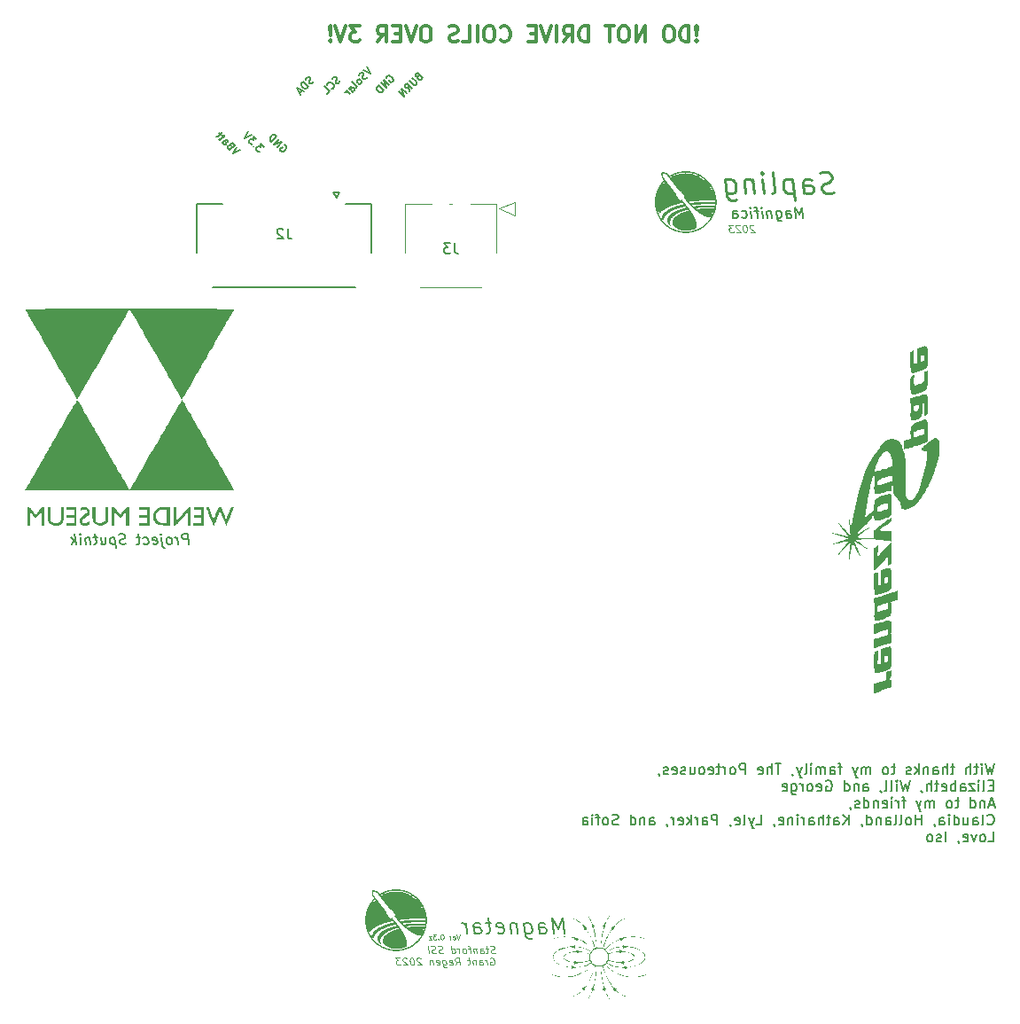
<source format=gbo>
G04 #@! TF.GenerationSoftware,KiCad,Pcbnew,(6.0.5)*
G04 #@! TF.CreationDate,2023-05-08T02:29:22-07:00*
G04 #@! TF.ProjectId,Coil_Panels_Z,436f696c-5f50-4616-9e65-6c735f5a2e6b,rev?*
G04 #@! TF.SameCoordinates,Original*
G04 #@! TF.FileFunction,Legend,Bot*
G04 #@! TF.FilePolarity,Positive*
%FSLAX46Y46*%
G04 Gerber Fmt 4.6, Leading zero omitted, Abs format (unit mm)*
G04 Created by KiCad (PCBNEW (6.0.5)) date 2023-05-08 02:29:22*
%MOMM*%
%LPD*%
G01*
G04 APERTURE LIST*
%ADD10C,0.100000*%
%ADD11C,0.150000*%
%ADD12C,0.300000*%
%ADD13C,0.250000*%
%ADD14C,0.200000*%
%ADD15C,0.180000*%
%ADD16C,0.127000*%
%ADD17C,0.120000*%
%ADD18C,0.010000*%
%ADD19R,1.700000X1.700000*%
%ADD20O,1.700000X1.700000*%
%ADD21C,2.600000*%
%ADD22C,3.800000*%
%ADD23R,1.100000X1.450000*%
%ADD24R,1.350000X2.899999*%
G04 APERTURE END LIST*
D10*
X157232333Y-65299333D02*
X157194833Y-65266000D01*
X157124000Y-65232666D01*
X156957333Y-65232666D01*
X156894833Y-65266000D01*
X156865666Y-65299333D01*
X156840666Y-65366000D01*
X156849000Y-65432666D01*
X156894833Y-65532666D01*
X157344833Y-65932666D01*
X156911500Y-65932666D01*
X156390666Y-65232666D02*
X156324000Y-65232666D01*
X156261500Y-65266000D01*
X156232333Y-65299333D01*
X156207333Y-65366000D01*
X156190666Y-65499333D01*
X156211500Y-65666000D01*
X156261500Y-65799333D01*
X156303166Y-65866000D01*
X156340666Y-65899333D01*
X156411500Y-65932666D01*
X156478166Y-65932666D01*
X156540666Y-65899333D01*
X156569833Y-65866000D01*
X156594833Y-65799333D01*
X156611500Y-65666000D01*
X156590666Y-65499333D01*
X156540666Y-65366000D01*
X156499000Y-65299333D01*
X156461500Y-65266000D01*
X156390666Y-65232666D01*
X155899000Y-65299333D02*
X155861500Y-65266000D01*
X155790666Y-65232666D01*
X155624000Y-65232666D01*
X155561500Y-65266000D01*
X155532333Y-65299333D01*
X155507333Y-65366000D01*
X155515666Y-65432666D01*
X155561500Y-65532666D01*
X156011500Y-65932666D01*
X155578166Y-65932666D01*
X155257333Y-65232666D02*
X154824000Y-65232666D01*
X155090666Y-65499333D01*
X154990666Y-65499333D01*
X154928166Y-65532666D01*
X154899000Y-65566000D01*
X154874000Y-65632666D01*
X154894833Y-65799333D01*
X154936500Y-65866000D01*
X154974000Y-65899333D01*
X155044833Y-65932666D01*
X155244833Y-65932666D01*
X155307333Y-65899333D01*
X155336500Y-65866000D01*
D11*
X115171387Y-51519306D02*
X115124247Y-51613587D01*
X115006396Y-51731438D01*
X114935685Y-51755008D01*
X114888544Y-51755008D01*
X114817834Y-51731438D01*
X114770693Y-51684297D01*
X114747123Y-51613587D01*
X114747123Y-51566446D01*
X114770693Y-51495735D01*
X114841404Y-51377884D01*
X114864974Y-51307174D01*
X114864974Y-51260033D01*
X114841404Y-51189322D01*
X114794264Y-51142182D01*
X114723553Y-51118612D01*
X114676412Y-51118612D01*
X114605702Y-51142182D01*
X114487851Y-51260033D01*
X114440710Y-51354314D01*
X114699983Y-52037851D02*
X114205008Y-51542876D01*
X114087157Y-51660727D01*
X114040016Y-51755008D01*
X114040016Y-51849289D01*
X114063587Y-51919999D01*
X114134297Y-52037851D01*
X114205008Y-52108561D01*
X114322859Y-52179272D01*
X114393570Y-52202842D01*
X114487851Y-52202842D01*
X114582132Y-52155702D01*
X114699983Y-52037851D01*
X114087157Y-52367834D02*
X113851455Y-52603536D01*
X114275719Y-52462115D02*
X113615752Y-52132132D01*
X113945735Y-52792098D01*
D12*
X151780000Y-47605714D02*
X151708571Y-47677142D01*
X151780000Y-47748571D01*
X151851428Y-47677142D01*
X151780000Y-47605714D01*
X151780000Y-47748571D01*
X151780000Y-47177142D02*
X151851428Y-46320000D01*
X151780000Y-46248571D01*
X151708571Y-46320000D01*
X151780000Y-47177142D01*
X151780000Y-46248571D01*
X151065714Y-47748571D02*
X151065714Y-46248571D01*
X150708571Y-46248571D01*
X150494285Y-46320000D01*
X150351428Y-46462857D01*
X150280000Y-46605714D01*
X150208571Y-46891428D01*
X150208571Y-47105714D01*
X150280000Y-47391428D01*
X150351428Y-47534285D01*
X150494285Y-47677142D01*
X150708571Y-47748571D01*
X151065714Y-47748571D01*
X149280000Y-46248571D02*
X148994285Y-46248571D01*
X148851428Y-46320000D01*
X148708571Y-46462857D01*
X148637142Y-46748571D01*
X148637142Y-47248571D01*
X148708571Y-47534285D01*
X148851428Y-47677142D01*
X148994285Y-47748571D01*
X149280000Y-47748571D01*
X149422857Y-47677142D01*
X149565714Y-47534285D01*
X149637142Y-47248571D01*
X149637142Y-46748571D01*
X149565714Y-46462857D01*
X149422857Y-46320000D01*
X149280000Y-46248571D01*
X146851428Y-47748571D02*
X146851428Y-46248571D01*
X145994285Y-47748571D01*
X145994285Y-46248571D01*
X144994285Y-46248571D02*
X144708571Y-46248571D01*
X144565714Y-46320000D01*
X144422857Y-46462857D01*
X144351428Y-46748571D01*
X144351428Y-47248571D01*
X144422857Y-47534285D01*
X144565714Y-47677142D01*
X144708571Y-47748571D01*
X144994285Y-47748571D01*
X145137142Y-47677142D01*
X145280000Y-47534285D01*
X145351428Y-47248571D01*
X145351428Y-46748571D01*
X145280000Y-46462857D01*
X145137142Y-46320000D01*
X144994285Y-46248571D01*
X143922857Y-46248571D02*
X143065714Y-46248571D01*
X143494285Y-47748571D02*
X143494285Y-46248571D01*
X141422857Y-47748571D02*
X141422857Y-46248571D01*
X141065714Y-46248571D01*
X140851428Y-46320000D01*
X140708571Y-46462857D01*
X140637142Y-46605714D01*
X140565714Y-46891428D01*
X140565714Y-47105714D01*
X140637142Y-47391428D01*
X140708571Y-47534285D01*
X140851428Y-47677142D01*
X141065714Y-47748571D01*
X141422857Y-47748571D01*
X139065714Y-47748571D02*
X139565714Y-47034285D01*
X139922857Y-47748571D02*
X139922857Y-46248571D01*
X139351428Y-46248571D01*
X139208571Y-46320000D01*
X139137142Y-46391428D01*
X139065714Y-46534285D01*
X139065714Y-46748571D01*
X139137142Y-46891428D01*
X139208571Y-46962857D01*
X139351428Y-47034285D01*
X139922857Y-47034285D01*
X138422857Y-47748571D02*
X138422857Y-46248571D01*
X137922857Y-46248571D02*
X137422857Y-47748571D01*
X136922857Y-46248571D01*
X136422857Y-46962857D02*
X135922857Y-46962857D01*
X135708571Y-47748571D02*
X136422857Y-47748571D01*
X136422857Y-46248571D01*
X135708571Y-46248571D01*
X133065714Y-47605714D02*
X133137142Y-47677142D01*
X133351428Y-47748571D01*
X133494285Y-47748571D01*
X133708571Y-47677142D01*
X133851428Y-47534285D01*
X133922857Y-47391428D01*
X133994285Y-47105714D01*
X133994285Y-46891428D01*
X133922857Y-46605714D01*
X133851428Y-46462857D01*
X133708571Y-46320000D01*
X133494285Y-46248571D01*
X133351428Y-46248571D01*
X133137142Y-46320000D01*
X133065714Y-46391428D01*
X132137142Y-46248571D02*
X131851428Y-46248571D01*
X131708571Y-46320000D01*
X131565714Y-46462857D01*
X131494285Y-46748571D01*
X131494285Y-47248571D01*
X131565714Y-47534285D01*
X131708571Y-47677142D01*
X131851428Y-47748571D01*
X132137142Y-47748571D01*
X132280000Y-47677142D01*
X132422857Y-47534285D01*
X132494285Y-47248571D01*
X132494285Y-46748571D01*
X132422857Y-46462857D01*
X132280000Y-46320000D01*
X132137142Y-46248571D01*
X130851428Y-47748571D02*
X130851428Y-46248571D01*
X129422857Y-47748571D02*
X130137142Y-47748571D01*
X130137142Y-46248571D01*
X128994285Y-47677142D02*
X128780000Y-47748571D01*
X128422857Y-47748571D01*
X128280000Y-47677142D01*
X128208571Y-47605714D01*
X128137142Y-47462857D01*
X128137142Y-47320000D01*
X128208571Y-47177142D01*
X128280000Y-47105714D01*
X128422857Y-47034285D01*
X128708571Y-46962857D01*
X128851428Y-46891428D01*
X128922857Y-46820000D01*
X128994285Y-46677142D01*
X128994285Y-46534285D01*
X128922857Y-46391428D01*
X128851428Y-46320000D01*
X128708571Y-46248571D01*
X128351428Y-46248571D01*
X128137142Y-46320000D01*
X126065714Y-46248571D02*
X125780000Y-46248571D01*
X125637142Y-46320000D01*
X125494285Y-46462857D01*
X125422857Y-46748571D01*
X125422857Y-47248571D01*
X125494285Y-47534285D01*
X125637142Y-47677142D01*
X125780000Y-47748571D01*
X126065714Y-47748571D01*
X126208571Y-47677142D01*
X126351428Y-47534285D01*
X126422857Y-47248571D01*
X126422857Y-46748571D01*
X126351428Y-46462857D01*
X126208571Y-46320000D01*
X126065714Y-46248571D01*
X124994285Y-46248571D02*
X124494285Y-47748571D01*
X123994285Y-46248571D01*
X123494285Y-46962857D02*
X122994285Y-46962857D01*
X122780000Y-47748571D02*
X123494285Y-47748571D01*
X123494285Y-46248571D01*
X122780000Y-46248571D01*
X121280000Y-47748571D02*
X121780000Y-47034285D01*
X122137142Y-47748571D02*
X122137142Y-46248571D01*
X121565714Y-46248571D01*
X121422857Y-46320000D01*
X121351428Y-46391428D01*
X121280000Y-46534285D01*
X121280000Y-46748571D01*
X121351428Y-46891428D01*
X121422857Y-46962857D01*
X121565714Y-47034285D01*
X122137142Y-47034285D01*
X119637142Y-46248571D02*
X118708571Y-46248571D01*
X119208571Y-46820000D01*
X118994285Y-46820000D01*
X118851428Y-46891428D01*
X118780000Y-46962857D01*
X118708571Y-47105714D01*
X118708571Y-47462857D01*
X118780000Y-47605714D01*
X118851428Y-47677142D01*
X118994285Y-47748571D01*
X119422857Y-47748571D01*
X119565714Y-47677142D01*
X119637142Y-47605714D01*
X118280000Y-46248571D02*
X117780000Y-47748571D01*
X117280000Y-46248571D01*
X116780000Y-47605714D02*
X116708571Y-47677142D01*
X116780000Y-47748571D01*
X116851428Y-47677142D01*
X116780000Y-47605714D01*
X116780000Y-47748571D01*
X116780000Y-47177142D02*
X116851428Y-46320000D01*
X116780000Y-46248571D01*
X116708571Y-46320000D01*
X116780000Y-47177142D01*
X116780000Y-46248571D01*
D10*
X132532141Y-134750055D02*
X132436308Y-134783388D01*
X132269641Y-134783388D01*
X132198808Y-134750055D01*
X132161308Y-134716722D01*
X132119641Y-134650055D01*
X132111308Y-134583388D01*
X132136308Y-134516722D01*
X132165474Y-134483388D01*
X132227974Y-134450055D01*
X132357141Y-134416722D01*
X132419641Y-134383388D01*
X132448808Y-134350055D01*
X132473808Y-134283388D01*
X132465474Y-134216722D01*
X132423808Y-134150055D01*
X132386308Y-134116722D01*
X132315474Y-134083388D01*
X132148808Y-134083388D01*
X132052974Y-134116722D01*
X131877974Y-134316722D02*
X131611308Y-134316722D01*
X131748808Y-134083388D02*
X131823808Y-134683388D01*
X131798808Y-134750055D01*
X131736308Y-134783388D01*
X131669641Y-134783388D01*
X131136308Y-134783388D02*
X131090474Y-134416722D01*
X131115474Y-134350055D01*
X131177974Y-134316722D01*
X131311308Y-134316722D01*
X131382141Y-134350055D01*
X131132141Y-134750055D02*
X131202974Y-134783388D01*
X131369641Y-134783388D01*
X131432141Y-134750055D01*
X131457141Y-134683388D01*
X131448808Y-134616722D01*
X131407141Y-134550055D01*
X131336308Y-134516722D01*
X131169641Y-134516722D01*
X131098808Y-134483388D01*
X130744641Y-134316722D02*
X130802974Y-134783388D01*
X130752974Y-134383388D02*
X130715474Y-134350055D01*
X130644641Y-134316722D01*
X130544641Y-134316722D01*
X130482141Y-134350055D01*
X130457141Y-134416722D01*
X130502974Y-134783388D01*
X130211308Y-134316722D02*
X129944641Y-134316722D01*
X130169641Y-134783388D02*
X130094641Y-134183388D01*
X130052974Y-134116722D01*
X129982141Y-134083388D01*
X129915474Y-134083388D01*
X129669641Y-134783388D02*
X129732141Y-134750055D01*
X129761308Y-134716722D01*
X129786308Y-134650055D01*
X129761308Y-134450055D01*
X129719641Y-134383388D01*
X129682141Y-134350055D01*
X129611308Y-134316722D01*
X129511308Y-134316722D01*
X129448808Y-134350055D01*
X129419641Y-134383388D01*
X129394641Y-134450055D01*
X129419641Y-134650055D01*
X129461308Y-134716722D01*
X129498808Y-134750055D01*
X129569641Y-134783388D01*
X129669641Y-134783388D01*
X129136308Y-134783388D02*
X129077974Y-134316722D01*
X129094641Y-134450055D02*
X129052974Y-134383388D01*
X129015474Y-134350055D01*
X128944641Y-134316722D01*
X128877974Y-134316722D01*
X128402974Y-134783388D02*
X128315474Y-134083388D01*
X128398808Y-134750055D02*
X128469641Y-134783388D01*
X128602974Y-134783388D01*
X128665474Y-134750055D01*
X128694641Y-134716722D01*
X128719641Y-134650055D01*
X128694641Y-134450055D01*
X128652974Y-134383388D01*
X128615474Y-134350055D01*
X128544641Y-134316722D01*
X128411308Y-134316722D01*
X128348808Y-134350055D01*
X127565474Y-134750055D02*
X127469641Y-134783388D01*
X127302974Y-134783388D01*
X127232141Y-134750055D01*
X127194641Y-134716722D01*
X127152974Y-134650055D01*
X127144641Y-134583388D01*
X127169641Y-134516722D01*
X127198808Y-134483388D01*
X127261308Y-134450055D01*
X127390474Y-134416722D01*
X127452974Y-134383388D01*
X127482141Y-134350055D01*
X127507141Y-134283388D01*
X127498808Y-134216722D01*
X127457141Y-134150055D01*
X127419641Y-134116722D01*
X127348808Y-134083388D01*
X127182141Y-134083388D01*
X127086308Y-134116722D01*
X126898808Y-134750055D02*
X126802974Y-134783388D01*
X126636308Y-134783388D01*
X126565474Y-134750055D01*
X126527974Y-134716722D01*
X126486308Y-134650055D01*
X126477974Y-134583388D01*
X126502974Y-134516722D01*
X126532141Y-134483388D01*
X126594641Y-134450055D01*
X126723808Y-134416722D01*
X126786308Y-134383388D01*
X126815474Y-134350055D01*
X126840474Y-134283388D01*
X126832141Y-134216722D01*
X126790474Y-134150055D01*
X126752974Y-134116722D01*
X126682141Y-134083388D01*
X126515474Y-134083388D01*
X126419641Y-134116722D01*
X126202974Y-134783388D02*
X126115474Y-134083388D01*
X132052974Y-135243722D02*
X132115474Y-135210388D01*
X132215474Y-135210388D01*
X132319641Y-135243722D01*
X132394641Y-135310388D01*
X132436308Y-135377055D01*
X132486308Y-135510388D01*
X132498808Y-135610388D01*
X132482141Y-135743722D01*
X132457141Y-135810388D01*
X132398808Y-135877055D01*
X132302974Y-135910388D01*
X132236308Y-135910388D01*
X132132141Y-135877055D01*
X132094641Y-135843722D01*
X132065474Y-135610388D01*
X132198808Y-135610388D01*
X131802974Y-135910388D02*
X131744641Y-135443722D01*
X131761308Y-135577055D02*
X131719641Y-135510388D01*
X131682141Y-135477055D01*
X131611308Y-135443722D01*
X131544641Y-135443722D01*
X131069641Y-135910388D02*
X131023808Y-135543722D01*
X131048808Y-135477055D01*
X131111308Y-135443722D01*
X131244641Y-135443722D01*
X131315474Y-135477055D01*
X131065474Y-135877055D02*
X131136308Y-135910388D01*
X131302974Y-135910388D01*
X131365474Y-135877055D01*
X131390474Y-135810388D01*
X131382141Y-135743722D01*
X131340474Y-135677055D01*
X131269641Y-135643722D01*
X131102974Y-135643722D01*
X131032141Y-135610388D01*
X130677974Y-135443722D02*
X130736308Y-135910388D01*
X130686308Y-135510388D02*
X130648808Y-135477055D01*
X130577974Y-135443722D01*
X130477974Y-135443722D01*
X130415474Y-135477055D01*
X130390474Y-135543722D01*
X130436308Y-135910388D01*
X130144641Y-135443722D02*
X129877974Y-135443722D01*
X130015474Y-135210388D02*
X130090474Y-135810388D01*
X130065474Y-135877055D01*
X130002974Y-135910388D01*
X129936308Y-135910388D01*
X128769641Y-135910388D02*
X128961308Y-135577055D01*
X129169641Y-135910388D02*
X129082141Y-135210388D01*
X128815474Y-135210388D01*
X128752974Y-135243722D01*
X128723808Y-135277055D01*
X128698808Y-135343722D01*
X128711308Y-135443722D01*
X128752974Y-135510388D01*
X128790474Y-135543722D01*
X128861308Y-135577055D01*
X129127974Y-135577055D01*
X128198808Y-135877055D02*
X128269641Y-135910388D01*
X128402974Y-135910388D01*
X128465474Y-135877055D01*
X128490474Y-135810388D01*
X128457141Y-135543722D01*
X128415474Y-135477055D01*
X128344641Y-135443722D01*
X128211308Y-135443722D01*
X128148808Y-135477055D01*
X128123808Y-135543722D01*
X128132141Y-135610388D01*
X128473808Y-135677055D01*
X127511308Y-135443722D02*
X127582141Y-136010388D01*
X127623808Y-136077055D01*
X127661308Y-136110388D01*
X127732141Y-136143722D01*
X127832141Y-136143722D01*
X127894641Y-136110388D01*
X127565474Y-135877055D02*
X127636308Y-135910388D01*
X127769641Y-135910388D01*
X127832141Y-135877055D01*
X127861308Y-135843722D01*
X127886308Y-135777055D01*
X127861308Y-135577055D01*
X127819641Y-135510388D01*
X127782141Y-135477055D01*
X127711308Y-135443722D01*
X127577974Y-135443722D01*
X127515474Y-135477055D01*
X126965474Y-135877055D02*
X127036308Y-135910388D01*
X127169641Y-135910388D01*
X127232141Y-135877055D01*
X127257141Y-135810388D01*
X127223808Y-135543722D01*
X127182141Y-135477055D01*
X127111308Y-135443722D01*
X126977974Y-135443722D01*
X126915474Y-135477055D01*
X126890474Y-135543722D01*
X126898808Y-135610388D01*
X127240474Y-135677055D01*
X126577974Y-135443722D02*
X126636308Y-135910388D01*
X126586308Y-135510388D02*
X126548808Y-135477055D01*
X126477974Y-135443722D01*
X126377974Y-135443722D01*
X126315474Y-135477055D01*
X126290474Y-135543722D01*
X126336308Y-135910388D01*
X125423808Y-135277055D02*
X125386308Y-135243722D01*
X125315474Y-135210388D01*
X125148808Y-135210388D01*
X125086308Y-135243722D01*
X125057141Y-135277055D01*
X125032141Y-135343722D01*
X125040474Y-135410388D01*
X125086308Y-135510388D01*
X125536308Y-135910388D01*
X125102974Y-135910388D01*
X124582141Y-135210388D02*
X124515474Y-135210388D01*
X124452974Y-135243722D01*
X124423808Y-135277055D01*
X124398808Y-135343722D01*
X124382141Y-135477055D01*
X124402974Y-135643722D01*
X124452974Y-135777055D01*
X124494641Y-135843722D01*
X124532141Y-135877055D01*
X124602974Y-135910388D01*
X124669641Y-135910388D01*
X124732141Y-135877055D01*
X124761308Y-135843722D01*
X124786308Y-135777055D01*
X124802974Y-135643722D01*
X124782141Y-135477055D01*
X124732141Y-135343722D01*
X124690474Y-135277055D01*
X124652974Y-135243722D01*
X124582141Y-135210388D01*
X124090474Y-135277055D02*
X124052974Y-135243722D01*
X123982141Y-135210388D01*
X123815474Y-135210388D01*
X123752974Y-135243722D01*
X123723808Y-135277055D01*
X123698808Y-135343722D01*
X123707141Y-135410388D01*
X123752974Y-135510388D01*
X124202974Y-135910388D01*
X123769641Y-135910388D01*
X123448808Y-135210388D02*
X123015474Y-135210388D01*
X123282141Y-135477055D01*
X123182141Y-135477055D01*
X123119641Y-135510388D01*
X123090474Y-135543722D01*
X123065474Y-135610388D01*
X123086308Y-135777055D01*
X123127974Y-135843722D01*
X123165474Y-135877055D01*
X123236308Y-135910388D01*
X123436308Y-135910388D01*
X123498808Y-135877055D01*
X123527974Y-135843722D01*
D11*
X120300313Y-50137571D02*
X120630296Y-50797537D01*
X119970330Y-50467554D01*
X120300313Y-51080380D02*
X120253172Y-51174661D01*
X120135321Y-51292512D01*
X120064610Y-51316082D01*
X120017470Y-51316082D01*
X119946759Y-51292512D01*
X119899619Y-51245372D01*
X119876049Y-51174661D01*
X119876049Y-51127521D01*
X119899619Y-51056810D01*
X119970330Y-50938959D01*
X119993900Y-50868248D01*
X119993900Y-50821108D01*
X119970330Y-50750397D01*
X119923189Y-50703256D01*
X119852478Y-50679686D01*
X119805338Y-50679686D01*
X119734627Y-50703256D01*
X119616776Y-50821108D01*
X119569636Y-50915389D01*
X119758198Y-51669636D02*
X119781768Y-51598925D01*
X119781768Y-51551785D01*
X119758198Y-51481074D01*
X119616776Y-51339653D01*
X119546066Y-51316082D01*
X119498925Y-51316082D01*
X119428214Y-51339653D01*
X119357504Y-51410363D01*
X119333933Y-51481074D01*
X119333933Y-51528214D01*
X119357504Y-51598925D01*
X119498925Y-51740346D01*
X119569636Y-51763917D01*
X119616776Y-51763917D01*
X119687487Y-51740346D01*
X119758198Y-51669636D01*
X119310363Y-52117470D02*
X119333933Y-52046759D01*
X119310363Y-51976049D01*
X118886099Y-51551785D01*
X118909669Y-52518164D02*
X118650397Y-52258891D01*
X118626827Y-52188181D01*
X118650397Y-52117470D01*
X118744678Y-52023189D01*
X118815389Y-51999619D01*
X118886099Y-52494594D02*
X118956810Y-52471023D01*
X119074661Y-52353172D01*
X119098231Y-52282462D01*
X119074661Y-52211751D01*
X119027521Y-52164610D01*
X118956810Y-52141040D01*
X118886099Y-52164610D01*
X118768248Y-52282462D01*
X118697537Y-52306032D01*
X118673967Y-52753866D02*
X118343984Y-52423883D01*
X118438265Y-52518164D02*
X118367554Y-52494594D01*
X118320414Y-52494594D01*
X118249703Y-52518164D01*
X118202563Y-52565304D01*
X110451734Y-57789619D02*
X110145321Y-57483206D01*
X110121751Y-57836759D01*
X110051040Y-57766049D01*
X109980330Y-57742478D01*
X109933189Y-57742478D01*
X109862478Y-57766049D01*
X109744627Y-57883900D01*
X109721057Y-57954610D01*
X109721057Y-58001751D01*
X109744627Y-58072462D01*
X109886049Y-58213883D01*
X109956759Y-58237453D01*
X110003900Y-58237453D01*
X109485355Y-57718908D02*
X109438214Y-57718908D01*
X109438214Y-57766049D01*
X109485355Y-57766049D01*
X109485355Y-57718908D01*
X109438214Y-57766049D01*
X109744627Y-57082512D02*
X109438214Y-56776099D01*
X109414644Y-57129653D01*
X109343933Y-57058942D01*
X109273223Y-57035372D01*
X109226082Y-57035372D01*
X109155372Y-57058942D01*
X109037521Y-57176793D01*
X109013950Y-57247504D01*
X109013950Y-57294644D01*
X109037521Y-57365355D01*
X109178942Y-57506776D01*
X109249653Y-57530346D01*
X109296793Y-57530346D01*
X109296793Y-56634678D02*
X108636827Y-56964661D01*
X108966810Y-56304695D01*
X108190296Y-58098181D02*
X107530330Y-58428164D01*
X107860313Y-57768198D01*
X107294627Y-57673917D02*
X107200346Y-57626776D01*
X107153206Y-57626776D01*
X107082495Y-57650346D01*
X107011785Y-57721057D01*
X106988214Y-57791768D01*
X106988214Y-57838908D01*
X107011785Y-57909619D01*
X107200346Y-58098181D01*
X107695321Y-57603206D01*
X107530330Y-57438214D01*
X107459619Y-57414644D01*
X107412478Y-57414644D01*
X107341768Y-57438214D01*
X107294627Y-57485355D01*
X107271057Y-57556066D01*
X107271057Y-57603206D01*
X107294627Y-57673917D01*
X107459619Y-57838908D01*
X106493240Y-57391074D02*
X106752512Y-57131801D01*
X106823223Y-57108231D01*
X106893933Y-57131801D01*
X106988214Y-57226082D01*
X107011785Y-57296793D01*
X106516810Y-57367504D02*
X106540380Y-57438214D01*
X106658231Y-57556066D01*
X106728942Y-57579636D01*
X106799653Y-57556066D01*
X106846793Y-57508925D01*
X106870363Y-57438214D01*
X106846793Y-57367504D01*
X106728942Y-57249653D01*
X106705372Y-57178942D01*
X106658231Y-56896099D02*
X106469669Y-56707537D01*
X106752512Y-56660397D02*
X106328248Y-57084661D01*
X106257537Y-57108231D01*
X106186827Y-57084661D01*
X106139686Y-57037521D01*
X106375389Y-56613256D02*
X106186827Y-56424695D01*
X106469669Y-56377554D02*
X106045405Y-56801818D01*
X105974695Y-56825389D01*
X105903984Y-56801818D01*
X105856844Y-56754678D01*
D13*
X164913916Y-62107523D02*
X164640107Y-62202761D01*
X164163916Y-62202761D01*
X163961535Y-62107523D01*
X163854392Y-62012285D01*
X163735345Y-61821809D01*
X163711535Y-61631333D01*
X163782964Y-61440857D01*
X163866297Y-61345619D01*
X164044869Y-61250380D01*
X164413916Y-61155142D01*
X164592488Y-61059904D01*
X164675821Y-60964666D01*
X164747250Y-60774190D01*
X164723440Y-60583714D01*
X164604392Y-60393238D01*
X164497250Y-60298000D01*
X164294869Y-60202761D01*
X163818678Y-60202761D01*
X163544869Y-60298000D01*
X162068678Y-62202761D02*
X161937726Y-61155142D01*
X162009154Y-60964666D01*
X162187726Y-60869428D01*
X162568678Y-60869428D01*
X162771059Y-60964666D01*
X162056773Y-62107523D02*
X162259154Y-62202761D01*
X162735345Y-62202761D01*
X162913916Y-62107523D01*
X162985345Y-61917047D01*
X162961535Y-61726571D01*
X162842488Y-61536095D01*
X162640107Y-61440857D01*
X162163916Y-61440857D01*
X161961535Y-61345619D01*
X160949630Y-60869428D02*
X161199630Y-62869428D01*
X160961535Y-60964666D02*
X160759154Y-60869428D01*
X160378202Y-60869428D01*
X160199630Y-60964666D01*
X160116297Y-61059904D01*
X160044869Y-61250380D01*
X160116297Y-61821809D01*
X160235345Y-62012285D01*
X160342488Y-62107523D01*
X160544869Y-62202761D01*
X160925821Y-62202761D01*
X161104392Y-62107523D01*
X159021059Y-62202761D02*
X159199630Y-62107523D01*
X159271059Y-61917047D01*
X159056773Y-60202761D01*
X158259154Y-62202761D02*
X158092488Y-60869428D01*
X158009154Y-60202761D02*
X158116297Y-60298000D01*
X158032964Y-60393238D01*
X157925821Y-60298000D01*
X158009154Y-60202761D01*
X158032964Y-60393238D01*
X157140107Y-60869428D02*
X157306773Y-62202761D01*
X157163916Y-61059904D02*
X157056773Y-60964666D01*
X156854392Y-60869428D01*
X156568678Y-60869428D01*
X156390107Y-60964666D01*
X156318678Y-61155142D01*
X156449630Y-62202761D01*
X154473440Y-60869428D02*
X154675821Y-62488476D01*
X154794869Y-62678952D01*
X154902011Y-62774190D01*
X155104392Y-62869428D01*
X155390107Y-62869428D01*
X155568678Y-62774190D01*
X154628202Y-62107523D02*
X154830583Y-62202761D01*
X155211535Y-62202761D01*
X155390107Y-62107523D01*
X155473440Y-62012285D01*
X155544869Y-61821809D01*
X155473440Y-61250380D01*
X155354392Y-61059904D01*
X155247250Y-60964666D01*
X155044869Y-60869428D01*
X154663916Y-60869428D01*
X154485345Y-60964666D01*
D10*
X129212617Y-132976412D02*
X129045950Y-133476412D01*
X128879284Y-132976412D01*
X128522141Y-133452602D02*
X128569760Y-133476412D01*
X128664998Y-133476412D01*
X128712617Y-133452602D01*
X128736427Y-133404983D01*
X128736427Y-133214507D01*
X128712617Y-133166888D01*
X128664998Y-133143079D01*
X128569760Y-133143079D01*
X128522141Y-133166888D01*
X128498331Y-133214507D01*
X128498331Y-133262126D01*
X128736427Y-133309745D01*
X128284046Y-133476412D02*
X128284046Y-133143079D01*
X128284046Y-133238317D02*
X128260236Y-133190698D01*
X128236427Y-133166888D01*
X128188808Y-133143079D01*
X128141188Y-133143079D01*
X127498331Y-132976412D02*
X127450712Y-132976412D01*
X127403093Y-133000222D01*
X127379284Y-133024031D01*
X127355474Y-133071650D01*
X127331665Y-133166888D01*
X127331665Y-133285936D01*
X127355474Y-133381174D01*
X127379284Y-133428793D01*
X127403093Y-133452602D01*
X127450712Y-133476412D01*
X127498331Y-133476412D01*
X127545950Y-133452602D01*
X127569760Y-133428793D01*
X127593569Y-133381174D01*
X127617379Y-133285936D01*
X127617379Y-133166888D01*
X127593569Y-133071650D01*
X127569760Y-133024031D01*
X127545950Y-133000222D01*
X127498331Y-132976412D01*
X127117379Y-133428793D02*
X127093569Y-133452602D01*
X127117379Y-133476412D01*
X127141188Y-133452602D01*
X127117379Y-133428793D01*
X127117379Y-133476412D01*
X126926903Y-132976412D02*
X126617379Y-132976412D01*
X126784046Y-133166888D01*
X126712617Y-133166888D01*
X126664998Y-133190698D01*
X126641188Y-133214507D01*
X126617379Y-133262126D01*
X126617379Y-133381174D01*
X126641188Y-133428793D01*
X126664998Y-133452602D01*
X126712617Y-133476412D01*
X126855474Y-133476412D01*
X126903093Y-133452602D01*
X126926903Y-133428793D01*
X126450712Y-133143079D02*
X126188808Y-133143079D01*
X126450712Y-133476412D01*
X126188808Y-133476412D01*
D11*
X117709602Y-51491091D02*
X117662462Y-51585372D01*
X117544610Y-51703223D01*
X117473900Y-51726793D01*
X117426759Y-51726793D01*
X117356049Y-51703223D01*
X117308908Y-51656082D01*
X117285338Y-51585372D01*
X117285338Y-51538231D01*
X117308908Y-51467521D01*
X117379619Y-51349669D01*
X117403189Y-51278959D01*
X117403189Y-51231818D01*
X117379619Y-51161108D01*
X117332478Y-51113967D01*
X117261768Y-51090397D01*
X117214627Y-51090397D01*
X117143917Y-51113967D01*
X117026066Y-51231818D01*
X116978925Y-51326099D01*
X116908214Y-52245338D02*
X116955355Y-52245338D01*
X117049636Y-52198198D01*
X117096776Y-52151057D01*
X117143917Y-52056776D01*
X117143917Y-51962495D01*
X117120346Y-51891785D01*
X117049636Y-51773933D01*
X116978925Y-51703223D01*
X116861074Y-51632512D01*
X116790363Y-51608942D01*
X116696082Y-51608942D01*
X116601801Y-51656082D01*
X116554661Y-51703223D01*
X116507521Y-51797504D01*
X116507521Y-51844644D01*
X116507521Y-52740313D02*
X116743223Y-52504610D01*
X116248248Y-52009636D01*
X125205321Y-51073967D02*
X125158181Y-51168248D01*
X125158181Y-51215389D01*
X125181751Y-51286099D01*
X125252462Y-51356810D01*
X125323172Y-51380380D01*
X125370313Y-51380380D01*
X125441023Y-51356810D01*
X125629585Y-51168248D01*
X125134610Y-50673273D01*
X124969619Y-50838265D01*
X124946049Y-50908976D01*
X124946049Y-50956116D01*
X124969619Y-51026827D01*
X125016759Y-51073967D01*
X125087470Y-51097537D01*
X125134610Y-51097537D01*
X125205321Y-51073967D01*
X125370313Y-50908976D01*
X124639636Y-51168248D02*
X125040330Y-51568942D01*
X125063900Y-51639653D01*
X125063900Y-51686793D01*
X125040330Y-51757504D01*
X124946049Y-51851785D01*
X124875338Y-51875355D01*
X124828198Y-51875355D01*
X124757487Y-51851785D01*
X124356793Y-51451091D01*
X124333223Y-52464610D02*
X124262512Y-52063917D01*
X124616066Y-52181768D02*
X124121091Y-51686793D01*
X123932529Y-51875355D01*
X123908959Y-51946066D01*
X123908959Y-51993206D01*
X123932529Y-52063917D01*
X124003240Y-52134627D01*
X124073950Y-52158198D01*
X124121091Y-52158198D01*
X124191801Y-52134627D01*
X124380363Y-51946066D01*
X124121091Y-52676743D02*
X123626116Y-52181768D01*
X123838248Y-52959585D01*
X123343273Y-52464610D01*
X112414610Y-57579636D02*
X112485321Y-57603206D01*
X112556032Y-57673917D01*
X112603172Y-57768198D01*
X112603172Y-57862478D01*
X112579602Y-57933189D01*
X112508891Y-58051040D01*
X112438181Y-58121751D01*
X112320330Y-58192462D01*
X112249619Y-58216032D01*
X112155338Y-58216032D01*
X112061057Y-58168891D01*
X112013917Y-58121751D01*
X111966776Y-58027470D01*
X111966776Y-57980330D01*
X112131768Y-57815338D01*
X112226049Y-57909619D01*
X111707504Y-57815338D02*
X112202478Y-57320363D01*
X111424661Y-57532495D01*
X111919636Y-57037521D01*
X111188959Y-57296793D02*
X111683933Y-56801818D01*
X111566082Y-56683967D01*
X111471801Y-56636827D01*
X111377521Y-56636827D01*
X111306810Y-56660397D01*
X111188959Y-56731108D01*
X111118248Y-56801818D01*
X111047537Y-56919669D01*
X111023967Y-56990380D01*
X111023967Y-57084661D01*
X111071108Y-57178942D01*
X111188959Y-57296793D01*
D14*
X139150816Y-132908793D02*
X138963316Y-131408793D01*
X138597245Y-132480222D01*
X137963316Y-131408793D01*
X138150816Y-132908793D01*
X136793674Y-132908793D02*
X136695459Y-132123079D01*
X136749031Y-131980222D01*
X136882959Y-131908793D01*
X137168674Y-131908793D01*
X137320459Y-131980222D01*
X136784745Y-132837364D02*
X136936531Y-132908793D01*
X137293674Y-132908793D01*
X137427602Y-132837364D01*
X137481174Y-132694507D01*
X137463316Y-132551650D01*
X137374031Y-132408793D01*
X137222245Y-132337364D01*
X136865102Y-132337364D01*
X136713316Y-132265936D01*
X135311531Y-131908793D02*
X135463316Y-133123079D01*
X135552602Y-133265936D01*
X135632959Y-133337364D01*
X135784745Y-133408793D01*
X135999031Y-133408793D01*
X136132959Y-133337364D01*
X135427602Y-132837364D02*
X135579388Y-132908793D01*
X135865102Y-132908793D01*
X135999031Y-132837364D01*
X136061531Y-132765936D01*
X136115102Y-132623079D01*
X136061531Y-132194507D01*
X135972245Y-132051650D01*
X135891888Y-131980222D01*
X135740102Y-131908793D01*
X135454388Y-131908793D01*
X135320459Y-131980222D01*
X134597245Y-131908793D02*
X134722245Y-132908793D01*
X134615102Y-132051650D02*
X134534745Y-131980222D01*
X134382959Y-131908793D01*
X134168674Y-131908793D01*
X134034745Y-131980222D01*
X133981174Y-132123079D01*
X134079388Y-132908793D01*
X132784745Y-132837364D02*
X132936531Y-132908793D01*
X133222245Y-132908793D01*
X133356174Y-132837364D01*
X133409745Y-132694507D01*
X133338316Y-132123079D01*
X133249031Y-131980222D01*
X133097245Y-131908793D01*
X132811531Y-131908793D01*
X132677602Y-131980222D01*
X132624031Y-132123079D01*
X132641888Y-132265936D01*
X133374031Y-132408793D01*
X132168674Y-131908793D02*
X131597245Y-131908793D01*
X131891888Y-131408793D02*
X132052602Y-132694507D01*
X131999031Y-132837364D01*
X131865102Y-132908793D01*
X131722245Y-132908793D01*
X130579388Y-132908793D02*
X130481174Y-132123079D01*
X130534745Y-131980222D01*
X130668674Y-131908793D01*
X130954388Y-131908793D01*
X131106174Y-131980222D01*
X130570459Y-132837364D02*
X130722245Y-132908793D01*
X131079388Y-132908793D01*
X131213316Y-132837364D01*
X131266888Y-132694507D01*
X131249031Y-132551650D01*
X131159745Y-132408793D01*
X131007959Y-132337364D01*
X130650816Y-132337364D01*
X130499031Y-132265936D01*
X129865102Y-132908793D02*
X129740102Y-131908793D01*
X129775816Y-132194507D02*
X129686531Y-132051650D01*
X129606174Y-131980222D01*
X129454388Y-131908793D01*
X129311531Y-131908793D01*
D11*
X180249642Y-116692380D02*
X180011547Y-117692380D01*
X179821071Y-116978095D01*
X179630595Y-117692380D01*
X179392500Y-116692380D01*
X179011547Y-117692380D02*
X179011547Y-117025714D01*
X179011547Y-116692380D02*
X179059166Y-116740000D01*
X179011547Y-116787619D01*
X178963928Y-116740000D01*
X179011547Y-116692380D01*
X179011547Y-116787619D01*
X178678214Y-117025714D02*
X178297261Y-117025714D01*
X178535357Y-116692380D02*
X178535357Y-117549523D01*
X178487738Y-117644761D01*
X178392500Y-117692380D01*
X178297261Y-117692380D01*
X177963928Y-117692380D02*
X177963928Y-116692380D01*
X177535357Y-117692380D02*
X177535357Y-117168571D01*
X177582976Y-117073333D01*
X177678214Y-117025714D01*
X177821071Y-117025714D01*
X177916309Y-117073333D01*
X177963928Y-117120952D01*
X176440119Y-117025714D02*
X176059166Y-117025714D01*
X176297261Y-116692380D02*
X176297261Y-117549523D01*
X176249642Y-117644761D01*
X176154404Y-117692380D01*
X176059166Y-117692380D01*
X175725833Y-117692380D02*
X175725833Y-116692380D01*
X175297261Y-117692380D02*
X175297261Y-117168571D01*
X175344880Y-117073333D01*
X175440119Y-117025714D01*
X175582976Y-117025714D01*
X175678214Y-117073333D01*
X175725833Y-117120952D01*
X174392500Y-117692380D02*
X174392500Y-117168571D01*
X174440119Y-117073333D01*
X174535357Y-117025714D01*
X174725833Y-117025714D01*
X174821071Y-117073333D01*
X174392500Y-117644761D02*
X174487738Y-117692380D01*
X174725833Y-117692380D01*
X174821071Y-117644761D01*
X174868690Y-117549523D01*
X174868690Y-117454285D01*
X174821071Y-117359047D01*
X174725833Y-117311428D01*
X174487738Y-117311428D01*
X174392500Y-117263809D01*
X173916309Y-117025714D02*
X173916309Y-117692380D01*
X173916309Y-117120952D02*
X173868690Y-117073333D01*
X173773452Y-117025714D01*
X173630595Y-117025714D01*
X173535357Y-117073333D01*
X173487738Y-117168571D01*
X173487738Y-117692380D01*
X173011547Y-117692380D02*
X173011547Y-116692380D01*
X172916309Y-117311428D02*
X172630595Y-117692380D01*
X172630595Y-117025714D02*
X173011547Y-117406666D01*
X172249642Y-117644761D02*
X172154404Y-117692380D01*
X171963928Y-117692380D01*
X171868690Y-117644761D01*
X171821071Y-117549523D01*
X171821071Y-117501904D01*
X171868690Y-117406666D01*
X171963928Y-117359047D01*
X172106785Y-117359047D01*
X172202023Y-117311428D01*
X172249642Y-117216190D01*
X172249642Y-117168571D01*
X172202023Y-117073333D01*
X172106785Y-117025714D01*
X171963928Y-117025714D01*
X171868690Y-117073333D01*
X170773452Y-117025714D02*
X170392500Y-117025714D01*
X170630595Y-116692380D02*
X170630595Y-117549523D01*
X170582976Y-117644761D01*
X170487738Y-117692380D01*
X170392500Y-117692380D01*
X169916309Y-117692380D02*
X170011547Y-117644761D01*
X170059166Y-117597142D01*
X170106785Y-117501904D01*
X170106785Y-117216190D01*
X170059166Y-117120952D01*
X170011547Y-117073333D01*
X169916309Y-117025714D01*
X169773452Y-117025714D01*
X169678214Y-117073333D01*
X169630595Y-117120952D01*
X169582976Y-117216190D01*
X169582976Y-117501904D01*
X169630595Y-117597142D01*
X169678214Y-117644761D01*
X169773452Y-117692380D01*
X169916309Y-117692380D01*
X168392500Y-117692380D02*
X168392500Y-117025714D01*
X168392500Y-117120952D02*
X168344880Y-117073333D01*
X168249642Y-117025714D01*
X168106785Y-117025714D01*
X168011547Y-117073333D01*
X167963928Y-117168571D01*
X167963928Y-117692380D01*
X167963928Y-117168571D02*
X167916309Y-117073333D01*
X167821071Y-117025714D01*
X167678214Y-117025714D01*
X167582976Y-117073333D01*
X167535357Y-117168571D01*
X167535357Y-117692380D01*
X167154404Y-117025714D02*
X166916309Y-117692380D01*
X166678214Y-117025714D02*
X166916309Y-117692380D01*
X167011547Y-117930476D01*
X167059166Y-117978095D01*
X167154404Y-118025714D01*
X165678214Y-117025714D02*
X165297261Y-117025714D01*
X165535357Y-117692380D02*
X165535357Y-116835238D01*
X165487738Y-116740000D01*
X165392500Y-116692380D01*
X165297261Y-116692380D01*
X164535357Y-117692380D02*
X164535357Y-117168571D01*
X164582976Y-117073333D01*
X164678214Y-117025714D01*
X164868690Y-117025714D01*
X164963928Y-117073333D01*
X164535357Y-117644761D02*
X164630595Y-117692380D01*
X164868690Y-117692380D01*
X164963928Y-117644761D01*
X165011547Y-117549523D01*
X165011547Y-117454285D01*
X164963928Y-117359047D01*
X164868690Y-117311428D01*
X164630595Y-117311428D01*
X164535357Y-117263809D01*
X164059166Y-117692380D02*
X164059166Y-117025714D01*
X164059166Y-117120952D02*
X164011547Y-117073333D01*
X163916309Y-117025714D01*
X163773452Y-117025714D01*
X163678214Y-117073333D01*
X163630595Y-117168571D01*
X163630595Y-117692380D01*
X163630595Y-117168571D02*
X163582976Y-117073333D01*
X163487738Y-117025714D01*
X163344880Y-117025714D01*
X163249642Y-117073333D01*
X163202023Y-117168571D01*
X163202023Y-117692380D01*
X162725833Y-117692380D02*
X162725833Y-117025714D01*
X162725833Y-116692380D02*
X162773452Y-116740000D01*
X162725833Y-116787619D01*
X162678214Y-116740000D01*
X162725833Y-116692380D01*
X162725833Y-116787619D01*
X162106785Y-117692380D02*
X162202023Y-117644761D01*
X162249642Y-117549523D01*
X162249642Y-116692380D01*
X161821071Y-117025714D02*
X161582976Y-117692380D01*
X161344880Y-117025714D02*
X161582976Y-117692380D01*
X161678214Y-117930476D01*
X161725833Y-117978095D01*
X161821071Y-118025714D01*
X160916309Y-117644761D02*
X160916309Y-117692380D01*
X160963928Y-117787619D01*
X161011547Y-117835238D01*
X159868690Y-116692380D02*
X159297261Y-116692380D01*
X159582976Y-117692380D02*
X159582976Y-116692380D01*
X158963928Y-117692380D02*
X158963928Y-116692380D01*
X158535357Y-117692380D02*
X158535357Y-117168571D01*
X158582976Y-117073333D01*
X158678214Y-117025714D01*
X158821071Y-117025714D01*
X158916309Y-117073333D01*
X158963928Y-117120952D01*
X157678214Y-117644761D02*
X157773452Y-117692380D01*
X157963928Y-117692380D01*
X158059166Y-117644761D01*
X158106785Y-117549523D01*
X158106785Y-117168571D01*
X158059166Y-117073333D01*
X157963928Y-117025714D01*
X157773452Y-117025714D01*
X157678214Y-117073333D01*
X157630595Y-117168571D01*
X157630595Y-117263809D01*
X158106785Y-117359047D01*
X156440119Y-117692380D02*
X156440119Y-116692380D01*
X156059166Y-116692380D01*
X155963928Y-116740000D01*
X155916309Y-116787619D01*
X155868690Y-116882857D01*
X155868690Y-117025714D01*
X155916309Y-117120952D01*
X155963928Y-117168571D01*
X156059166Y-117216190D01*
X156440119Y-117216190D01*
X155297261Y-117692380D02*
X155392500Y-117644761D01*
X155440119Y-117597142D01*
X155487738Y-117501904D01*
X155487738Y-117216190D01*
X155440119Y-117120952D01*
X155392500Y-117073333D01*
X155297261Y-117025714D01*
X155154404Y-117025714D01*
X155059166Y-117073333D01*
X155011547Y-117120952D01*
X154963928Y-117216190D01*
X154963928Y-117501904D01*
X155011547Y-117597142D01*
X155059166Y-117644761D01*
X155154404Y-117692380D01*
X155297261Y-117692380D01*
X154535357Y-117692380D02*
X154535357Y-117025714D01*
X154535357Y-117216190D02*
X154487738Y-117120952D01*
X154440119Y-117073333D01*
X154344880Y-117025714D01*
X154249642Y-117025714D01*
X154059166Y-117025714D02*
X153678214Y-117025714D01*
X153916309Y-116692380D02*
X153916309Y-117549523D01*
X153868690Y-117644761D01*
X153773452Y-117692380D01*
X153678214Y-117692380D01*
X152963928Y-117644761D02*
X153059166Y-117692380D01*
X153249642Y-117692380D01*
X153344880Y-117644761D01*
X153392500Y-117549523D01*
X153392500Y-117168571D01*
X153344880Y-117073333D01*
X153249642Y-117025714D01*
X153059166Y-117025714D01*
X152963928Y-117073333D01*
X152916309Y-117168571D01*
X152916309Y-117263809D01*
X153392500Y-117359047D01*
X152344880Y-117692380D02*
X152440119Y-117644761D01*
X152487738Y-117597142D01*
X152535357Y-117501904D01*
X152535357Y-117216190D01*
X152487738Y-117120952D01*
X152440119Y-117073333D01*
X152344880Y-117025714D01*
X152202023Y-117025714D01*
X152106785Y-117073333D01*
X152059166Y-117120952D01*
X152011547Y-117216190D01*
X152011547Y-117501904D01*
X152059166Y-117597142D01*
X152106785Y-117644761D01*
X152202023Y-117692380D01*
X152344880Y-117692380D01*
X151154404Y-117025714D02*
X151154404Y-117692380D01*
X151582976Y-117025714D02*
X151582976Y-117549523D01*
X151535357Y-117644761D01*
X151440119Y-117692380D01*
X151297261Y-117692380D01*
X151202023Y-117644761D01*
X151154404Y-117597142D01*
X150725833Y-117644761D02*
X150630595Y-117692380D01*
X150440119Y-117692380D01*
X150344880Y-117644761D01*
X150297261Y-117549523D01*
X150297261Y-117501904D01*
X150344880Y-117406666D01*
X150440119Y-117359047D01*
X150582976Y-117359047D01*
X150678214Y-117311428D01*
X150725833Y-117216190D01*
X150725833Y-117168571D01*
X150678214Y-117073333D01*
X150582976Y-117025714D01*
X150440119Y-117025714D01*
X150344880Y-117073333D01*
X149487738Y-117644761D02*
X149582976Y-117692380D01*
X149773452Y-117692380D01*
X149868690Y-117644761D01*
X149916309Y-117549523D01*
X149916309Y-117168571D01*
X149868690Y-117073333D01*
X149773452Y-117025714D01*
X149582976Y-117025714D01*
X149487738Y-117073333D01*
X149440119Y-117168571D01*
X149440119Y-117263809D01*
X149916309Y-117359047D01*
X149059166Y-117644761D02*
X148963928Y-117692380D01*
X148773452Y-117692380D01*
X148678214Y-117644761D01*
X148630595Y-117549523D01*
X148630595Y-117501904D01*
X148678214Y-117406666D01*
X148773452Y-117359047D01*
X148916309Y-117359047D01*
X149011547Y-117311428D01*
X149059166Y-117216190D01*
X149059166Y-117168571D01*
X149011547Y-117073333D01*
X148916309Y-117025714D01*
X148773452Y-117025714D01*
X148678214Y-117073333D01*
X148154404Y-117644761D02*
X148154404Y-117692380D01*
X148202023Y-117787619D01*
X148249642Y-117835238D01*
X180154404Y-118778571D02*
X179821071Y-118778571D01*
X179678214Y-119302380D02*
X180154404Y-119302380D01*
X180154404Y-118302380D01*
X179678214Y-118302380D01*
X179106785Y-119302380D02*
X179202023Y-119254761D01*
X179249642Y-119159523D01*
X179249642Y-118302380D01*
X178725833Y-119302380D02*
X178725833Y-118635714D01*
X178725833Y-118302380D02*
X178773452Y-118350000D01*
X178725833Y-118397619D01*
X178678214Y-118350000D01*
X178725833Y-118302380D01*
X178725833Y-118397619D01*
X178344880Y-118635714D02*
X177821071Y-118635714D01*
X178344880Y-119302380D01*
X177821071Y-119302380D01*
X177011547Y-119302380D02*
X177011547Y-118778571D01*
X177059166Y-118683333D01*
X177154404Y-118635714D01*
X177344880Y-118635714D01*
X177440119Y-118683333D01*
X177011547Y-119254761D02*
X177106785Y-119302380D01*
X177344880Y-119302380D01*
X177440119Y-119254761D01*
X177487738Y-119159523D01*
X177487738Y-119064285D01*
X177440119Y-118969047D01*
X177344880Y-118921428D01*
X177106785Y-118921428D01*
X177011547Y-118873809D01*
X176535357Y-119302380D02*
X176535357Y-118302380D01*
X176535357Y-118683333D02*
X176440119Y-118635714D01*
X176249642Y-118635714D01*
X176154404Y-118683333D01*
X176106785Y-118730952D01*
X176059166Y-118826190D01*
X176059166Y-119111904D01*
X176106785Y-119207142D01*
X176154404Y-119254761D01*
X176249642Y-119302380D01*
X176440119Y-119302380D01*
X176535357Y-119254761D01*
X175249642Y-119254761D02*
X175344880Y-119302380D01*
X175535357Y-119302380D01*
X175630595Y-119254761D01*
X175678214Y-119159523D01*
X175678214Y-118778571D01*
X175630595Y-118683333D01*
X175535357Y-118635714D01*
X175344880Y-118635714D01*
X175249642Y-118683333D01*
X175202023Y-118778571D01*
X175202023Y-118873809D01*
X175678214Y-118969047D01*
X174916309Y-118635714D02*
X174535357Y-118635714D01*
X174773452Y-118302380D02*
X174773452Y-119159523D01*
X174725833Y-119254761D01*
X174630595Y-119302380D01*
X174535357Y-119302380D01*
X174202023Y-119302380D02*
X174202023Y-118302380D01*
X173773452Y-119302380D02*
X173773452Y-118778571D01*
X173821071Y-118683333D01*
X173916309Y-118635714D01*
X174059166Y-118635714D01*
X174154404Y-118683333D01*
X174202023Y-118730952D01*
X173249642Y-119254761D02*
X173249642Y-119302380D01*
X173297261Y-119397619D01*
X173344880Y-119445238D01*
X172154404Y-118302380D02*
X171916309Y-119302380D01*
X171725833Y-118588095D01*
X171535357Y-119302380D01*
X171297261Y-118302380D01*
X170916309Y-119302380D02*
X170916309Y-118635714D01*
X170916309Y-118302380D02*
X170963928Y-118350000D01*
X170916309Y-118397619D01*
X170868690Y-118350000D01*
X170916309Y-118302380D01*
X170916309Y-118397619D01*
X170297261Y-119302380D02*
X170392500Y-119254761D01*
X170440119Y-119159523D01*
X170440119Y-118302380D01*
X169773452Y-119302380D02*
X169868690Y-119254761D01*
X169916309Y-119159523D01*
X169916309Y-118302380D01*
X169344880Y-119254761D02*
X169344880Y-119302380D01*
X169392500Y-119397619D01*
X169440119Y-119445238D01*
X167725833Y-119302380D02*
X167725833Y-118778571D01*
X167773452Y-118683333D01*
X167868690Y-118635714D01*
X168059166Y-118635714D01*
X168154404Y-118683333D01*
X167725833Y-119254761D02*
X167821071Y-119302380D01*
X168059166Y-119302380D01*
X168154404Y-119254761D01*
X168202023Y-119159523D01*
X168202023Y-119064285D01*
X168154404Y-118969047D01*
X168059166Y-118921428D01*
X167821071Y-118921428D01*
X167725833Y-118873809D01*
X167249642Y-118635714D02*
X167249642Y-119302380D01*
X167249642Y-118730952D02*
X167202023Y-118683333D01*
X167106785Y-118635714D01*
X166963928Y-118635714D01*
X166868690Y-118683333D01*
X166821071Y-118778571D01*
X166821071Y-119302380D01*
X165916309Y-119302380D02*
X165916309Y-118302380D01*
X165916309Y-119254761D02*
X166011547Y-119302380D01*
X166202023Y-119302380D01*
X166297261Y-119254761D01*
X166344880Y-119207142D01*
X166392500Y-119111904D01*
X166392500Y-118826190D01*
X166344880Y-118730952D01*
X166297261Y-118683333D01*
X166202023Y-118635714D01*
X166011547Y-118635714D01*
X165916309Y-118683333D01*
X164154404Y-118350000D02*
X164249642Y-118302380D01*
X164392500Y-118302380D01*
X164535357Y-118350000D01*
X164630595Y-118445238D01*
X164678214Y-118540476D01*
X164725833Y-118730952D01*
X164725833Y-118873809D01*
X164678214Y-119064285D01*
X164630595Y-119159523D01*
X164535357Y-119254761D01*
X164392500Y-119302380D01*
X164297261Y-119302380D01*
X164154404Y-119254761D01*
X164106785Y-119207142D01*
X164106785Y-118873809D01*
X164297261Y-118873809D01*
X163297261Y-119254761D02*
X163392500Y-119302380D01*
X163582976Y-119302380D01*
X163678214Y-119254761D01*
X163725833Y-119159523D01*
X163725833Y-118778571D01*
X163678214Y-118683333D01*
X163582976Y-118635714D01*
X163392500Y-118635714D01*
X163297261Y-118683333D01*
X163249642Y-118778571D01*
X163249642Y-118873809D01*
X163725833Y-118969047D01*
X162678214Y-119302380D02*
X162773452Y-119254761D01*
X162821071Y-119207142D01*
X162868690Y-119111904D01*
X162868690Y-118826190D01*
X162821071Y-118730952D01*
X162773452Y-118683333D01*
X162678214Y-118635714D01*
X162535357Y-118635714D01*
X162440119Y-118683333D01*
X162392500Y-118730952D01*
X162344880Y-118826190D01*
X162344880Y-119111904D01*
X162392500Y-119207142D01*
X162440119Y-119254761D01*
X162535357Y-119302380D01*
X162678214Y-119302380D01*
X161916309Y-119302380D02*
X161916309Y-118635714D01*
X161916309Y-118826190D02*
X161868690Y-118730952D01*
X161821071Y-118683333D01*
X161725833Y-118635714D01*
X161630595Y-118635714D01*
X160868690Y-118635714D02*
X160868690Y-119445238D01*
X160916309Y-119540476D01*
X160963928Y-119588095D01*
X161059166Y-119635714D01*
X161202023Y-119635714D01*
X161297261Y-119588095D01*
X160868690Y-119254761D02*
X160963928Y-119302380D01*
X161154404Y-119302380D01*
X161249642Y-119254761D01*
X161297261Y-119207142D01*
X161344880Y-119111904D01*
X161344880Y-118826190D01*
X161297261Y-118730952D01*
X161249642Y-118683333D01*
X161154404Y-118635714D01*
X160963928Y-118635714D01*
X160868690Y-118683333D01*
X160011547Y-119254761D02*
X160106785Y-119302380D01*
X160297261Y-119302380D01*
X160392500Y-119254761D01*
X160440119Y-119159523D01*
X160440119Y-118778571D01*
X160392500Y-118683333D01*
X160297261Y-118635714D01*
X160106785Y-118635714D01*
X160011547Y-118683333D01*
X159963928Y-118778571D01*
X159963928Y-118873809D01*
X160440119Y-118969047D01*
X180202023Y-120626666D02*
X179725833Y-120626666D01*
X180297261Y-120912380D02*
X179963928Y-119912380D01*
X179630595Y-120912380D01*
X179297261Y-120245714D02*
X179297261Y-120912380D01*
X179297261Y-120340952D02*
X179249642Y-120293333D01*
X179154404Y-120245714D01*
X179011547Y-120245714D01*
X178916309Y-120293333D01*
X178868690Y-120388571D01*
X178868690Y-120912380D01*
X177963928Y-120912380D02*
X177963928Y-119912380D01*
X177963928Y-120864761D02*
X178059166Y-120912380D01*
X178249642Y-120912380D01*
X178344880Y-120864761D01*
X178392500Y-120817142D01*
X178440119Y-120721904D01*
X178440119Y-120436190D01*
X178392500Y-120340952D01*
X178344880Y-120293333D01*
X178249642Y-120245714D01*
X178059166Y-120245714D01*
X177963928Y-120293333D01*
X176868690Y-120245714D02*
X176487738Y-120245714D01*
X176725833Y-119912380D02*
X176725833Y-120769523D01*
X176678214Y-120864761D01*
X176582976Y-120912380D01*
X176487738Y-120912380D01*
X176011547Y-120912380D02*
X176106785Y-120864761D01*
X176154404Y-120817142D01*
X176202023Y-120721904D01*
X176202023Y-120436190D01*
X176154404Y-120340952D01*
X176106785Y-120293333D01*
X176011547Y-120245714D01*
X175868690Y-120245714D01*
X175773452Y-120293333D01*
X175725833Y-120340952D01*
X175678214Y-120436190D01*
X175678214Y-120721904D01*
X175725833Y-120817142D01*
X175773452Y-120864761D01*
X175868690Y-120912380D01*
X176011547Y-120912380D01*
X174487738Y-120912380D02*
X174487738Y-120245714D01*
X174487738Y-120340952D02*
X174440119Y-120293333D01*
X174344880Y-120245714D01*
X174202023Y-120245714D01*
X174106785Y-120293333D01*
X174059166Y-120388571D01*
X174059166Y-120912380D01*
X174059166Y-120388571D02*
X174011547Y-120293333D01*
X173916309Y-120245714D01*
X173773452Y-120245714D01*
X173678214Y-120293333D01*
X173630595Y-120388571D01*
X173630595Y-120912380D01*
X173249642Y-120245714D02*
X173011547Y-120912380D01*
X172773452Y-120245714D02*
X173011547Y-120912380D01*
X173106785Y-121150476D01*
X173154404Y-121198095D01*
X173249642Y-121245714D01*
X171773452Y-120245714D02*
X171392500Y-120245714D01*
X171630595Y-120912380D02*
X171630595Y-120055238D01*
X171582976Y-119960000D01*
X171487738Y-119912380D01*
X171392500Y-119912380D01*
X171059166Y-120912380D02*
X171059166Y-120245714D01*
X171059166Y-120436190D02*
X171011547Y-120340952D01*
X170963928Y-120293333D01*
X170868690Y-120245714D01*
X170773452Y-120245714D01*
X170440119Y-120912380D02*
X170440119Y-120245714D01*
X170440119Y-119912380D02*
X170487738Y-119960000D01*
X170440119Y-120007619D01*
X170392500Y-119960000D01*
X170440119Y-119912380D01*
X170440119Y-120007619D01*
X169582976Y-120864761D02*
X169678214Y-120912380D01*
X169868690Y-120912380D01*
X169963928Y-120864761D01*
X170011547Y-120769523D01*
X170011547Y-120388571D01*
X169963928Y-120293333D01*
X169868690Y-120245714D01*
X169678214Y-120245714D01*
X169582976Y-120293333D01*
X169535357Y-120388571D01*
X169535357Y-120483809D01*
X170011547Y-120579047D01*
X169106785Y-120245714D02*
X169106785Y-120912380D01*
X169106785Y-120340952D02*
X169059166Y-120293333D01*
X168963928Y-120245714D01*
X168821071Y-120245714D01*
X168725833Y-120293333D01*
X168678214Y-120388571D01*
X168678214Y-120912380D01*
X167773452Y-120912380D02*
X167773452Y-119912380D01*
X167773452Y-120864761D02*
X167868690Y-120912380D01*
X168059166Y-120912380D01*
X168154404Y-120864761D01*
X168202023Y-120817142D01*
X168249642Y-120721904D01*
X168249642Y-120436190D01*
X168202023Y-120340952D01*
X168154404Y-120293333D01*
X168059166Y-120245714D01*
X167868690Y-120245714D01*
X167773452Y-120293333D01*
X167344880Y-120864761D02*
X167249642Y-120912380D01*
X167059166Y-120912380D01*
X166963928Y-120864761D01*
X166916309Y-120769523D01*
X166916309Y-120721904D01*
X166963928Y-120626666D01*
X167059166Y-120579047D01*
X167202023Y-120579047D01*
X167297261Y-120531428D01*
X167344880Y-120436190D01*
X167344880Y-120388571D01*
X167297261Y-120293333D01*
X167202023Y-120245714D01*
X167059166Y-120245714D01*
X166963928Y-120293333D01*
X166440119Y-120864761D02*
X166440119Y-120912380D01*
X166487738Y-121007619D01*
X166535357Y-121055238D01*
X179582976Y-122427142D02*
X179630595Y-122474761D01*
X179773452Y-122522380D01*
X179868690Y-122522380D01*
X180011547Y-122474761D01*
X180106785Y-122379523D01*
X180154404Y-122284285D01*
X180202023Y-122093809D01*
X180202023Y-121950952D01*
X180154404Y-121760476D01*
X180106785Y-121665238D01*
X180011547Y-121570000D01*
X179868690Y-121522380D01*
X179773452Y-121522380D01*
X179630595Y-121570000D01*
X179582976Y-121617619D01*
X179011547Y-122522380D02*
X179106785Y-122474761D01*
X179154404Y-122379523D01*
X179154404Y-121522380D01*
X178202023Y-122522380D02*
X178202023Y-121998571D01*
X178249642Y-121903333D01*
X178344880Y-121855714D01*
X178535357Y-121855714D01*
X178630595Y-121903333D01*
X178202023Y-122474761D02*
X178297261Y-122522380D01*
X178535357Y-122522380D01*
X178630595Y-122474761D01*
X178678214Y-122379523D01*
X178678214Y-122284285D01*
X178630595Y-122189047D01*
X178535357Y-122141428D01*
X178297261Y-122141428D01*
X178202023Y-122093809D01*
X177297261Y-121855714D02*
X177297261Y-122522380D01*
X177725833Y-121855714D02*
X177725833Y-122379523D01*
X177678214Y-122474761D01*
X177582976Y-122522380D01*
X177440119Y-122522380D01*
X177344880Y-122474761D01*
X177297261Y-122427142D01*
X176392500Y-122522380D02*
X176392500Y-121522380D01*
X176392500Y-122474761D02*
X176487738Y-122522380D01*
X176678214Y-122522380D01*
X176773452Y-122474761D01*
X176821071Y-122427142D01*
X176868690Y-122331904D01*
X176868690Y-122046190D01*
X176821071Y-121950952D01*
X176773452Y-121903333D01*
X176678214Y-121855714D01*
X176487738Y-121855714D01*
X176392500Y-121903333D01*
X175916309Y-122522380D02*
X175916309Y-121855714D01*
X175916309Y-121522380D02*
X175963928Y-121570000D01*
X175916309Y-121617619D01*
X175868690Y-121570000D01*
X175916309Y-121522380D01*
X175916309Y-121617619D01*
X175011547Y-122522380D02*
X175011547Y-121998571D01*
X175059166Y-121903333D01*
X175154404Y-121855714D01*
X175344880Y-121855714D01*
X175440119Y-121903333D01*
X175011547Y-122474761D02*
X175106785Y-122522380D01*
X175344880Y-122522380D01*
X175440119Y-122474761D01*
X175487738Y-122379523D01*
X175487738Y-122284285D01*
X175440119Y-122189047D01*
X175344880Y-122141428D01*
X175106785Y-122141428D01*
X175011547Y-122093809D01*
X174487738Y-122474761D02*
X174487738Y-122522380D01*
X174535357Y-122617619D01*
X174582976Y-122665238D01*
X173297261Y-122522380D02*
X173297261Y-121522380D01*
X173297261Y-121998571D02*
X172725833Y-121998571D01*
X172725833Y-122522380D02*
X172725833Y-121522380D01*
X172106785Y-122522380D02*
X172202023Y-122474761D01*
X172249642Y-122427142D01*
X172297261Y-122331904D01*
X172297261Y-122046190D01*
X172249642Y-121950952D01*
X172202023Y-121903333D01*
X172106785Y-121855714D01*
X171963928Y-121855714D01*
X171868690Y-121903333D01*
X171821071Y-121950952D01*
X171773452Y-122046190D01*
X171773452Y-122331904D01*
X171821071Y-122427142D01*
X171868690Y-122474761D01*
X171963928Y-122522380D01*
X172106785Y-122522380D01*
X171202023Y-122522380D02*
X171297261Y-122474761D01*
X171344880Y-122379523D01*
X171344880Y-121522380D01*
X170678214Y-122522380D02*
X170773452Y-122474761D01*
X170821071Y-122379523D01*
X170821071Y-121522380D01*
X169868690Y-122522380D02*
X169868690Y-121998571D01*
X169916309Y-121903333D01*
X170011547Y-121855714D01*
X170202023Y-121855714D01*
X170297261Y-121903333D01*
X169868690Y-122474761D02*
X169963928Y-122522380D01*
X170202023Y-122522380D01*
X170297261Y-122474761D01*
X170344880Y-122379523D01*
X170344880Y-122284285D01*
X170297261Y-122189047D01*
X170202023Y-122141428D01*
X169963928Y-122141428D01*
X169868690Y-122093809D01*
X169392500Y-121855714D02*
X169392500Y-122522380D01*
X169392500Y-121950952D02*
X169344880Y-121903333D01*
X169249642Y-121855714D01*
X169106785Y-121855714D01*
X169011547Y-121903333D01*
X168963928Y-121998571D01*
X168963928Y-122522380D01*
X168059166Y-122522380D02*
X168059166Y-121522380D01*
X168059166Y-122474761D02*
X168154404Y-122522380D01*
X168344880Y-122522380D01*
X168440119Y-122474761D01*
X168487738Y-122427142D01*
X168535357Y-122331904D01*
X168535357Y-122046190D01*
X168487738Y-121950952D01*
X168440119Y-121903333D01*
X168344880Y-121855714D01*
X168154404Y-121855714D01*
X168059166Y-121903333D01*
X167535357Y-122474761D02*
X167535357Y-122522380D01*
X167582976Y-122617619D01*
X167630595Y-122665238D01*
X166344880Y-122522380D02*
X166344880Y-121522380D01*
X165773452Y-122522380D02*
X166202023Y-121950952D01*
X165773452Y-121522380D02*
X166344880Y-122093809D01*
X164916309Y-122522380D02*
X164916309Y-121998571D01*
X164963928Y-121903333D01*
X165059166Y-121855714D01*
X165249642Y-121855714D01*
X165344880Y-121903333D01*
X164916309Y-122474761D02*
X165011547Y-122522380D01*
X165249642Y-122522380D01*
X165344880Y-122474761D01*
X165392500Y-122379523D01*
X165392500Y-122284285D01*
X165344880Y-122189047D01*
X165249642Y-122141428D01*
X165011547Y-122141428D01*
X164916309Y-122093809D01*
X164582976Y-121855714D02*
X164202023Y-121855714D01*
X164440119Y-121522380D02*
X164440119Y-122379523D01*
X164392500Y-122474761D01*
X164297261Y-122522380D01*
X164202023Y-122522380D01*
X163868690Y-122522380D02*
X163868690Y-121522380D01*
X163440119Y-122522380D02*
X163440119Y-121998571D01*
X163487738Y-121903333D01*
X163582976Y-121855714D01*
X163725833Y-121855714D01*
X163821071Y-121903333D01*
X163868690Y-121950952D01*
X162535357Y-122522380D02*
X162535357Y-121998571D01*
X162582976Y-121903333D01*
X162678214Y-121855714D01*
X162868690Y-121855714D01*
X162963928Y-121903333D01*
X162535357Y-122474761D02*
X162630595Y-122522380D01*
X162868690Y-122522380D01*
X162963928Y-122474761D01*
X163011547Y-122379523D01*
X163011547Y-122284285D01*
X162963928Y-122189047D01*
X162868690Y-122141428D01*
X162630595Y-122141428D01*
X162535357Y-122093809D01*
X162059166Y-122522380D02*
X162059166Y-121855714D01*
X162059166Y-122046190D02*
X162011547Y-121950952D01*
X161963928Y-121903333D01*
X161868690Y-121855714D01*
X161773452Y-121855714D01*
X161440119Y-122522380D02*
X161440119Y-121855714D01*
X161440119Y-121522380D02*
X161487738Y-121570000D01*
X161440119Y-121617619D01*
X161392500Y-121570000D01*
X161440119Y-121522380D01*
X161440119Y-121617619D01*
X160963928Y-121855714D02*
X160963928Y-122522380D01*
X160963928Y-121950952D02*
X160916309Y-121903333D01*
X160821071Y-121855714D01*
X160678214Y-121855714D01*
X160582976Y-121903333D01*
X160535357Y-121998571D01*
X160535357Y-122522380D01*
X159678214Y-122474761D02*
X159773452Y-122522380D01*
X159963928Y-122522380D01*
X160059166Y-122474761D01*
X160106785Y-122379523D01*
X160106785Y-121998571D01*
X160059166Y-121903333D01*
X159963928Y-121855714D01*
X159773452Y-121855714D01*
X159678214Y-121903333D01*
X159630595Y-121998571D01*
X159630595Y-122093809D01*
X160106785Y-122189047D01*
X159154404Y-122474761D02*
X159154404Y-122522380D01*
X159202023Y-122617619D01*
X159249642Y-122665238D01*
X157487738Y-122522380D02*
X157963928Y-122522380D01*
X157963928Y-121522380D01*
X157249642Y-121855714D02*
X157011547Y-122522380D01*
X156773452Y-121855714D02*
X157011547Y-122522380D01*
X157106785Y-122760476D01*
X157154404Y-122808095D01*
X157249642Y-122855714D01*
X156249642Y-122522380D02*
X156344880Y-122474761D01*
X156392500Y-122379523D01*
X156392500Y-121522380D01*
X155487738Y-122474761D02*
X155582976Y-122522380D01*
X155773452Y-122522380D01*
X155868690Y-122474761D01*
X155916309Y-122379523D01*
X155916309Y-121998571D01*
X155868690Y-121903333D01*
X155773452Y-121855714D01*
X155582976Y-121855714D01*
X155487738Y-121903333D01*
X155440119Y-121998571D01*
X155440119Y-122093809D01*
X155916309Y-122189047D01*
X154963928Y-122474761D02*
X154963928Y-122522380D01*
X155011547Y-122617619D01*
X155059166Y-122665238D01*
X153773452Y-122522380D02*
X153773452Y-121522380D01*
X153392500Y-121522380D01*
X153297261Y-121570000D01*
X153249642Y-121617619D01*
X153202023Y-121712857D01*
X153202023Y-121855714D01*
X153249642Y-121950952D01*
X153297261Y-121998571D01*
X153392500Y-122046190D01*
X153773452Y-122046190D01*
X152344880Y-122522380D02*
X152344880Y-121998571D01*
X152392500Y-121903333D01*
X152487738Y-121855714D01*
X152678214Y-121855714D01*
X152773452Y-121903333D01*
X152344880Y-122474761D02*
X152440119Y-122522380D01*
X152678214Y-122522380D01*
X152773452Y-122474761D01*
X152821071Y-122379523D01*
X152821071Y-122284285D01*
X152773452Y-122189047D01*
X152678214Y-122141428D01*
X152440119Y-122141428D01*
X152344880Y-122093809D01*
X151868690Y-122522380D02*
X151868690Y-121855714D01*
X151868690Y-122046190D02*
X151821071Y-121950952D01*
X151773452Y-121903333D01*
X151678214Y-121855714D01*
X151582976Y-121855714D01*
X151249642Y-122522380D02*
X151249642Y-121522380D01*
X151154404Y-122141428D02*
X150868690Y-122522380D01*
X150868690Y-121855714D02*
X151249642Y-122236666D01*
X150059166Y-122474761D02*
X150154404Y-122522380D01*
X150344880Y-122522380D01*
X150440119Y-122474761D01*
X150487738Y-122379523D01*
X150487738Y-121998571D01*
X150440119Y-121903333D01*
X150344880Y-121855714D01*
X150154404Y-121855714D01*
X150059166Y-121903333D01*
X150011547Y-121998571D01*
X150011547Y-122093809D01*
X150487738Y-122189047D01*
X149582976Y-122522380D02*
X149582976Y-121855714D01*
X149582976Y-122046190D02*
X149535357Y-121950952D01*
X149487738Y-121903333D01*
X149392500Y-121855714D01*
X149297261Y-121855714D01*
X148916309Y-122474761D02*
X148916309Y-122522380D01*
X148963928Y-122617619D01*
X149011547Y-122665238D01*
X147297261Y-122522380D02*
X147297261Y-121998571D01*
X147344880Y-121903333D01*
X147440119Y-121855714D01*
X147630595Y-121855714D01*
X147725833Y-121903333D01*
X147297261Y-122474761D02*
X147392500Y-122522380D01*
X147630595Y-122522380D01*
X147725833Y-122474761D01*
X147773452Y-122379523D01*
X147773452Y-122284285D01*
X147725833Y-122189047D01*
X147630595Y-122141428D01*
X147392500Y-122141428D01*
X147297261Y-122093809D01*
X146821071Y-121855714D02*
X146821071Y-122522380D01*
X146821071Y-121950952D02*
X146773452Y-121903333D01*
X146678214Y-121855714D01*
X146535357Y-121855714D01*
X146440119Y-121903333D01*
X146392500Y-121998571D01*
X146392500Y-122522380D01*
X145487738Y-122522380D02*
X145487738Y-121522380D01*
X145487738Y-122474761D02*
X145582976Y-122522380D01*
X145773452Y-122522380D01*
X145868690Y-122474761D01*
X145916309Y-122427142D01*
X145963928Y-122331904D01*
X145963928Y-122046190D01*
X145916309Y-121950952D01*
X145868690Y-121903333D01*
X145773452Y-121855714D01*
X145582976Y-121855714D01*
X145487738Y-121903333D01*
X144297261Y-122474761D02*
X144154404Y-122522380D01*
X143916309Y-122522380D01*
X143821071Y-122474761D01*
X143773452Y-122427142D01*
X143725833Y-122331904D01*
X143725833Y-122236666D01*
X143773452Y-122141428D01*
X143821071Y-122093809D01*
X143916309Y-122046190D01*
X144106785Y-121998571D01*
X144202023Y-121950952D01*
X144249642Y-121903333D01*
X144297261Y-121808095D01*
X144297261Y-121712857D01*
X144249642Y-121617619D01*
X144202023Y-121570000D01*
X144106785Y-121522380D01*
X143868690Y-121522380D01*
X143725833Y-121570000D01*
X143154404Y-122522380D02*
X143249642Y-122474761D01*
X143297261Y-122427142D01*
X143344880Y-122331904D01*
X143344880Y-122046190D01*
X143297261Y-121950952D01*
X143249642Y-121903333D01*
X143154404Y-121855714D01*
X143011547Y-121855714D01*
X142916309Y-121903333D01*
X142868690Y-121950952D01*
X142821071Y-122046190D01*
X142821071Y-122331904D01*
X142868690Y-122427142D01*
X142916309Y-122474761D01*
X143011547Y-122522380D01*
X143154404Y-122522380D01*
X142535357Y-121855714D02*
X142154404Y-121855714D01*
X142392500Y-122522380D02*
X142392500Y-121665238D01*
X142344880Y-121570000D01*
X142249642Y-121522380D01*
X142154404Y-121522380D01*
X141821071Y-122522380D02*
X141821071Y-121855714D01*
X141821071Y-121522380D02*
X141868690Y-121570000D01*
X141821071Y-121617619D01*
X141773452Y-121570000D01*
X141821071Y-121522380D01*
X141821071Y-121617619D01*
X140916309Y-122522380D02*
X140916309Y-121998571D01*
X140963928Y-121903333D01*
X141059166Y-121855714D01*
X141249642Y-121855714D01*
X141344880Y-121903333D01*
X140916309Y-122474761D02*
X141011547Y-122522380D01*
X141249642Y-122522380D01*
X141344880Y-122474761D01*
X141392500Y-122379523D01*
X141392500Y-122284285D01*
X141344880Y-122189047D01*
X141249642Y-122141428D01*
X141011547Y-122141428D01*
X140916309Y-122093809D01*
X179678214Y-124132380D02*
X180154404Y-124132380D01*
X180154404Y-123132380D01*
X179202023Y-124132380D02*
X179297261Y-124084761D01*
X179344880Y-124037142D01*
X179392500Y-123941904D01*
X179392500Y-123656190D01*
X179344880Y-123560952D01*
X179297261Y-123513333D01*
X179202023Y-123465714D01*
X179059166Y-123465714D01*
X178963928Y-123513333D01*
X178916309Y-123560952D01*
X178868690Y-123656190D01*
X178868690Y-123941904D01*
X178916309Y-124037142D01*
X178963928Y-124084761D01*
X179059166Y-124132380D01*
X179202023Y-124132380D01*
X178535357Y-123465714D02*
X178297261Y-124132380D01*
X178059166Y-123465714D01*
X177297261Y-124084761D02*
X177392499Y-124132380D01*
X177582976Y-124132380D01*
X177678214Y-124084761D01*
X177725833Y-123989523D01*
X177725833Y-123608571D01*
X177678214Y-123513333D01*
X177582976Y-123465714D01*
X177392499Y-123465714D01*
X177297261Y-123513333D01*
X177249642Y-123608571D01*
X177249642Y-123703809D01*
X177725833Y-123799047D01*
X176773452Y-124084761D02*
X176773452Y-124132380D01*
X176821071Y-124227619D01*
X176868690Y-124275238D01*
X175582976Y-124132380D02*
X175582976Y-123132380D01*
X175154404Y-124084761D02*
X175059166Y-124132380D01*
X174868690Y-124132380D01*
X174773452Y-124084761D01*
X174725833Y-123989523D01*
X174725833Y-123941904D01*
X174773452Y-123846666D01*
X174868690Y-123799047D01*
X175011547Y-123799047D01*
X175106785Y-123751428D01*
X175154404Y-123656190D01*
X175154404Y-123608571D01*
X175106785Y-123513333D01*
X175011547Y-123465714D01*
X174868690Y-123465714D01*
X174773452Y-123513333D01*
X174154404Y-124132380D02*
X174249642Y-124084761D01*
X174297261Y-124037142D01*
X174344880Y-123941904D01*
X174344880Y-123656190D01*
X174297261Y-123560952D01*
X174249642Y-123513333D01*
X174154404Y-123465714D01*
X174011547Y-123465714D01*
X173916309Y-123513333D01*
X173868690Y-123560952D01*
X173821071Y-123656190D01*
X173821071Y-123941904D01*
X173868690Y-124037142D01*
X173916309Y-124084761D01*
X174011547Y-124132380D01*
X174154404Y-124132380D01*
D15*
X161958005Y-64544380D02*
X161833005Y-63544380D01*
X161588958Y-64258666D01*
X161166339Y-63544380D01*
X161291339Y-64544380D01*
X160386577Y-64544380D02*
X160321101Y-64020571D01*
X160356815Y-63925333D01*
X160446101Y-63877714D01*
X160636577Y-63877714D01*
X160737767Y-63925333D01*
X160380625Y-64496761D02*
X160481815Y-64544380D01*
X160719910Y-64544380D01*
X160809196Y-64496761D01*
X160844910Y-64401523D01*
X160833005Y-64306285D01*
X160773482Y-64211047D01*
X160672291Y-64163428D01*
X160434196Y-64163428D01*
X160333005Y-64115809D01*
X159398482Y-63877714D02*
X159499672Y-64687238D01*
X159559196Y-64782476D01*
X159612767Y-64830095D01*
X159713958Y-64877714D01*
X159856815Y-64877714D01*
X159946101Y-64830095D01*
X159475863Y-64496761D02*
X159577053Y-64544380D01*
X159767529Y-64544380D01*
X159856815Y-64496761D01*
X159898482Y-64449142D01*
X159934196Y-64353904D01*
X159898482Y-64068190D01*
X159838958Y-63972952D01*
X159785386Y-63925333D01*
X159684196Y-63877714D01*
X159493720Y-63877714D01*
X159404434Y-63925333D01*
X158922291Y-63877714D02*
X159005625Y-64544380D01*
X158934196Y-63972952D02*
X158880625Y-63925333D01*
X158779434Y-63877714D01*
X158636577Y-63877714D01*
X158547291Y-63925333D01*
X158511577Y-64020571D01*
X158577053Y-64544380D01*
X158100863Y-64544380D02*
X158017529Y-63877714D01*
X157975863Y-63544380D02*
X158029434Y-63592000D01*
X157987767Y-63639619D01*
X157934196Y-63592000D01*
X157975863Y-63544380D01*
X157987767Y-63639619D01*
X157684196Y-63877714D02*
X157303244Y-63877714D01*
X157624672Y-64544380D02*
X157517529Y-63687238D01*
X157458005Y-63592000D01*
X157356815Y-63544380D01*
X157261577Y-63544380D01*
X157053244Y-64544380D02*
X156969910Y-63877714D01*
X156928244Y-63544380D02*
X156981815Y-63592000D01*
X156940148Y-63639619D01*
X156886577Y-63592000D01*
X156928244Y-63544380D01*
X156940148Y-63639619D01*
X156142529Y-64496761D02*
X156243720Y-64544380D01*
X156434196Y-64544380D01*
X156523482Y-64496761D01*
X156565148Y-64449142D01*
X156600863Y-64353904D01*
X156565148Y-64068190D01*
X156505625Y-63972952D01*
X156452053Y-63925333D01*
X156350863Y-63877714D01*
X156160386Y-63877714D01*
X156071101Y-63925333D01*
X155291339Y-64544380D02*
X155225863Y-64020571D01*
X155261577Y-63925333D01*
X155350863Y-63877714D01*
X155541339Y-63877714D01*
X155642529Y-63925333D01*
X155285386Y-64496761D02*
X155386577Y-64544380D01*
X155624672Y-64544380D01*
X155713958Y-64496761D01*
X155749672Y-64401523D01*
X155737767Y-64306285D01*
X155678244Y-64211047D01*
X155577053Y-64163428D01*
X155338958Y-64163428D01*
X155237767Y-64115809D01*
D11*
X122169636Y-51175389D02*
X122193206Y-51104678D01*
X122263917Y-51033967D01*
X122358198Y-50986827D01*
X122452478Y-50986827D01*
X122523189Y-51010397D01*
X122641040Y-51081108D01*
X122711751Y-51151818D01*
X122782462Y-51269669D01*
X122806032Y-51340380D01*
X122806032Y-51434661D01*
X122758891Y-51528942D01*
X122711751Y-51576082D01*
X122617470Y-51623223D01*
X122570330Y-51623223D01*
X122405338Y-51458231D01*
X122499619Y-51363950D01*
X122405338Y-51882495D02*
X121910363Y-51387521D01*
X122122495Y-52165338D01*
X121627521Y-51670363D01*
X121886793Y-52401040D02*
X121391818Y-51906066D01*
X121273967Y-52023917D01*
X121226827Y-52118198D01*
X121226827Y-52212478D01*
X121250397Y-52283189D01*
X121321108Y-52401040D01*
X121391818Y-52471751D01*
X121509669Y-52542462D01*
X121580380Y-52566032D01*
X121674661Y-52566032D01*
X121768942Y-52518891D01*
X121886793Y-52401040D01*
X112713333Y-65572380D02*
X112713333Y-66286666D01*
X112760952Y-66429523D01*
X112856190Y-66524761D01*
X112999047Y-66572380D01*
X113094285Y-66572380D01*
X112284761Y-65667619D02*
X112237142Y-65620000D01*
X112141904Y-65572380D01*
X111903809Y-65572380D01*
X111808571Y-65620000D01*
X111760952Y-65667619D01*
X111713333Y-65762857D01*
X111713333Y-65858095D01*
X111760952Y-66000952D01*
X112332380Y-66572380D01*
X111713333Y-66572380D01*
X128651842Y-66972380D02*
X128651842Y-67686666D01*
X128699461Y-67829523D01*
X128794699Y-67924761D01*
X128937556Y-67972380D01*
X129032794Y-67972380D01*
X128270889Y-66972380D02*
X127651842Y-66972380D01*
X127985175Y-67353333D01*
X127842318Y-67353333D01*
X127747080Y-67400952D01*
X127699461Y-67448571D01*
X127651842Y-67543809D01*
X127651842Y-67781904D01*
X127699461Y-67877142D01*
X127747080Y-67924761D01*
X127842318Y-67972380D01*
X128128032Y-67972380D01*
X128223270Y-67924761D01*
X128270889Y-67877142D01*
X103271281Y-95737741D02*
X103146281Y-94737741D01*
X102765329Y-94737741D01*
X102676043Y-94785361D01*
X102634376Y-94832980D01*
X102598662Y-94928218D01*
X102616519Y-95071075D01*
X102676043Y-95166313D01*
X102729615Y-95213932D01*
X102830805Y-95261551D01*
X103211757Y-95261551D01*
X102271281Y-95737741D02*
X102187948Y-95071075D01*
X102211757Y-95261551D02*
X102152234Y-95166313D01*
X102098662Y-95118694D01*
X101997472Y-95071075D01*
X101902234Y-95071075D01*
X101509376Y-95737741D02*
X101598662Y-95690122D01*
X101640329Y-95642503D01*
X101676043Y-95547265D01*
X101640329Y-95261551D01*
X101580805Y-95166313D01*
X101527234Y-95118694D01*
X101426043Y-95071075D01*
X101283186Y-95071075D01*
X101193900Y-95118694D01*
X101152234Y-95166313D01*
X101116519Y-95261551D01*
X101152234Y-95547265D01*
X101211757Y-95642503D01*
X101265329Y-95690122D01*
X101366519Y-95737741D01*
X101509376Y-95737741D01*
X100664138Y-95071075D02*
X100771281Y-95928218D01*
X100830805Y-96023456D01*
X100931995Y-96071075D01*
X100979615Y-96071075D01*
X100622472Y-94737741D02*
X100676043Y-94785361D01*
X100634376Y-94832980D01*
X100580805Y-94785361D01*
X100622472Y-94737741D01*
X100634376Y-94832980D01*
X99884376Y-95690122D02*
X99985567Y-95737741D01*
X100176043Y-95737741D01*
X100265329Y-95690122D01*
X100301043Y-95594884D01*
X100253424Y-95213932D01*
X100193900Y-95118694D01*
X100092710Y-95071075D01*
X99902234Y-95071075D01*
X99812948Y-95118694D01*
X99777234Y-95213932D01*
X99789138Y-95309170D01*
X100277234Y-95404408D01*
X98979615Y-95690122D02*
X99080805Y-95737741D01*
X99271281Y-95737741D01*
X99360567Y-95690122D01*
X99402234Y-95642503D01*
X99437948Y-95547265D01*
X99402234Y-95261551D01*
X99342710Y-95166313D01*
X99289138Y-95118694D01*
X99187948Y-95071075D01*
X98997472Y-95071075D01*
X98908186Y-95118694D01*
X98616519Y-95071075D02*
X98235567Y-95071075D01*
X98431995Y-94737741D02*
X98539138Y-95594884D01*
X98503424Y-95690122D01*
X98414138Y-95737741D01*
X98318900Y-95737741D01*
X97265329Y-95690122D02*
X97128424Y-95737741D01*
X96890329Y-95737741D01*
X96789138Y-95690122D01*
X96735567Y-95642503D01*
X96676043Y-95547265D01*
X96664138Y-95452027D01*
X96699853Y-95356789D01*
X96741519Y-95309170D01*
X96830805Y-95261551D01*
X97015329Y-95213932D01*
X97104615Y-95166313D01*
X97146281Y-95118694D01*
X97181995Y-95023456D01*
X97170091Y-94928218D01*
X97110567Y-94832980D01*
X97056995Y-94785361D01*
X96955805Y-94737741D01*
X96717710Y-94737741D01*
X96580805Y-94785361D01*
X96187948Y-95071075D02*
X96312948Y-96071075D01*
X96193900Y-95118694D02*
X96092710Y-95071075D01*
X95902234Y-95071075D01*
X95812948Y-95118694D01*
X95771281Y-95166313D01*
X95735567Y-95261551D01*
X95771281Y-95547265D01*
X95830805Y-95642503D01*
X95884376Y-95690122D01*
X95985567Y-95737741D01*
X96176043Y-95737741D01*
X96265329Y-95690122D01*
X94854615Y-95071075D02*
X94937948Y-95737741D01*
X95283186Y-95071075D02*
X95348662Y-95594884D01*
X95312948Y-95690122D01*
X95223662Y-95737741D01*
X95080805Y-95737741D01*
X94979615Y-95690122D01*
X94926043Y-95642503D01*
X94521281Y-95071075D02*
X94140329Y-95071075D01*
X94336757Y-94737741D02*
X94443900Y-95594884D01*
X94408186Y-95690122D01*
X94318900Y-95737741D01*
X94223662Y-95737741D01*
X93806995Y-95071075D02*
X93890329Y-95737741D01*
X93818900Y-95166313D02*
X93765329Y-95118694D01*
X93664138Y-95071075D01*
X93521281Y-95071075D01*
X93431995Y-95118694D01*
X93396281Y-95213932D01*
X93461757Y-95737741D01*
X92985567Y-95737741D02*
X92902234Y-95071075D01*
X92860567Y-94737741D02*
X92914138Y-94785361D01*
X92872472Y-94832980D01*
X92818900Y-94785361D01*
X92860567Y-94737741D01*
X92872472Y-94832980D01*
X92509376Y-95737741D02*
X92384376Y-94737741D01*
X92366519Y-95356789D02*
X92128424Y-95737741D01*
X92045091Y-95071075D02*
X92473662Y-95452027D01*
D16*
X104005000Y-63255000D02*
X104005000Y-67880000D01*
X117680000Y-62110000D02*
X117080000Y-62110000D01*
X117080000Y-62110000D02*
X117380000Y-62610000D01*
X120755000Y-63255000D02*
X118280000Y-63255000D01*
X120755000Y-67880000D02*
X120755000Y-63255000D01*
X106480000Y-63255000D02*
X104005000Y-63255000D01*
X117380000Y-62610000D02*
X117680000Y-62110000D01*
X119180000Y-71205000D02*
X105580000Y-71205000D01*
G36*
X153697552Y-63136857D02*
G01*
X153697330Y-63163897D01*
X153696851Y-63187078D01*
X153696093Y-63207409D01*
X153695036Y-63225898D01*
X153693662Y-63243554D01*
X153691948Y-63261384D01*
X153690553Y-63274991D01*
X153688216Y-63298387D01*
X153686179Y-63319506D01*
X153684623Y-63336454D01*
X153683729Y-63347339D01*
X153683451Y-63350969D01*
X153681527Y-63370025D01*
X153678537Y-63394603D01*
X153674756Y-63422819D01*
X153670462Y-63452784D01*
X153665930Y-63482614D01*
X153661438Y-63510420D01*
X153657262Y-63534316D01*
X153653677Y-63552417D01*
X153653089Y-63555164D01*
X153650239Y-63570069D01*
X153648175Y-63583213D01*
X153647806Y-63585802D01*
X153645158Y-63599735D01*
X153641665Y-63614134D01*
X153640561Y-63618234D01*
X153637563Y-63630531D01*
X153635846Y-63639339D01*
X153634647Y-63646715D01*
X153631823Y-63661640D01*
X153627947Y-63680845D01*
X153623444Y-63702349D01*
X153618733Y-63724175D01*
X153614239Y-63744342D01*
X153610383Y-63760872D01*
X153607588Y-63771787D01*
X153605496Y-63779283D01*
X153602158Y-63791962D01*
X153600146Y-63800580D01*
X153599123Y-63805113D01*
X153596131Y-63816601D01*
X153592302Y-63830132D01*
X153590501Y-63836276D01*
X153585801Y-63852403D01*
X153580190Y-63871740D01*
X153574523Y-63891339D01*
X153571317Y-63902217D01*
X153565666Y-63920451D01*
X153560521Y-63935995D01*
X153556695Y-63946339D01*
X153555235Y-63949926D01*
X153552334Y-63958082D01*
X153551886Y-63961339D01*
X153551898Y-63961340D01*
X153551169Y-63964990D01*
X153548191Y-63974676D01*
X153543432Y-63988944D01*
X153537362Y-64006339D01*
X153531416Y-64023204D01*
X153525219Y-64041102D01*
X153520295Y-64055672D01*
X153517360Y-64064815D01*
X153514026Y-64075338D01*
X153504975Y-64100584D01*
X153492960Y-64131217D01*
X153478486Y-64166122D01*
X153462063Y-64204184D01*
X153444197Y-64244287D01*
X153425395Y-64285317D01*
X153406165Y-64326159D01*
X153387014Y-64365697D01*
X153368450Y-64402816D01*
X153350980Y-64436402D01*
X153335112Y-64465339D01*
X153332962Y-64469126D01*
X153326069Y-64481267D01*
X153317244Y-64496814D01*
X153307865Y-64513339D01*
X153304378Y-64519445D01*
X153293664Y-64537868D01*
X153283144Y-64555539D01*
X153274668Y-64569339D01*
X153267953Y-64580023D01*
X153259634Y-64593396D01*
X153253544Y-64603339D01*
X153249087Y-64610439D01*
X153240772Y-64623262D01*
X153229826Y-64639914D01*
X153217126Y-64659079D01*
X153203551Y-64679445D01*
X153189979Y-64699697D01*
X153177290Y-64718521D01*
X153166361Y-64734603D01*
X153158071Y-64746629D01*
X153153298Y-64753285D01*
X153149017Y-64758957D01*
X153140645Y-64770182D01*
X153129289Y-64785477D01*
X153115868Y-64803607D01*
X153101296Y-64823339D01*
X153088051Y-64841147D01*
X153073848Y-64859922D01*
X153061340Y-64876126D01*
X153051533Y-64888459D01*
X153045429Y-64895621D01*
X153045282Y-64895778D01*
X153036836Y-64905323D01*
X153025939Y-64918403D01*
X153014911Y-64932234D01*
X153001040Y-64949662D01*
X152967866Y-64988911D01*
X152929744Y-65031334D01*
X152887717Y-65075918D01*
X152842826Y-65121649D01*
X152796114Y-65167513D01*
X152748624Y-65212496D01*
X152701397Y-65255584D01*
X152655477Y-65295763D01*
X152611905Y-65332019D01*
X152571725Y-65363339D01*
X152562218Y-65370472D01*
X152546653Y-65382203D01*
X152528874Y-65395642D01*
X152511162Y-65409066D01*
X152503714Y-65414717D01*
X152484050Y-65429585D01*
X152468538Y-65441181D01*
X152455513Y-65450712D01*
X152443310Y-65459384D01*
X152430265Y-65468405D01*
X152414712Y-65478981D01*
X152412066Y-65480774D01*
X152393306Y-65493530D01*
X152373402Y-65507125D01*
X152356242Y-65518904D01*
X152345022Y-65526434D01*
X152322881Y-65540653D01*
X152296276Y-65557190D01*
X152266753Y-65575116D01*
X152235861Y-65593506D01*
X152205148Y-65611430D01*
X152176162Y-65627963D01*
X152150451Y-65642177D01*
X152137993Y-65648828D01*
X152113800Y-65661412D01*
X152086470Y-65675309D01*
X152057465Y-65689804D01*
X152028245Y-65704179D01*
X152000272Y-65717719D01*
X151975008Y-65729705D01*
X151953912Y-65739422D01*
X151938447Y-65746153D01*
X151926701Y-65750985D01*
X151903348Y-65760603D01*
X151878544Y-65770833D01*
X151856000Y-65780141D01*
X151838936Y-65787126D01*
X151800362Y-65802360D01*
X151761829Y-65816717D01*
X151722030Y-65830635D01*
X151679657Y-65844548D01*
X151633399Y-65858893D01*
X151581950Y-65874103D01*
X151524000Y-65890615D01*
X151521982Y-65891181D01*
X151498057Y-65897699D01*
X151471514Y-65904653D01*
X151443829Y-65911685D01*
X151416480Y-65918435D01*
X151390945Y-65924542D01*
X151368702Y-65929647D01*
X151351228Y-65933390D01*
X151340000Y-65935411D01*
X151333815Y-65936582D01*
X151321709Y-65939345D01*
X151307423Y-65942922D01*
X151295791Y-65945615D01*
X151280367Y-65948299D01*
X151268685Y-65949339D01*
X151258836Y-65949981D01*
X151243543Y-65951958D01*
X151227262Y-65954803D01*
X151226042Y-65955046D01*
X151207752Y-65958371D01*
X151186273Y-65961868D01*
X151166000Y-65964816D01*
X151165126Y-65964933D01*
X151147422Y-65967314D01*
X151124787Y-65970371D01*
X151100040Y-65973725D01*
X151076000Y-65976993D01*
X151045222Y-65980735D01*
X151005135Y-65984704D01*
X150961445Y-65988263D01*
X150916475Y-65991241D01*
X150872552Y-65993470D01*
X150832000Y-65994781D01*
X150822764Y-65994947D01*
X150786709Y-65995223D01*
X150746233Y-65995057D01*
X150703408Y-65994492D01*
X150660303Y-65993569D01*
X150618987Y-65992329D01*
X150581530Y-65990816D01*
X150550000Y-65989071D01*
X150544795Y-65988715D01*
X150501238Y-65985087D01*
X150452261Y-65980026D01*
X150399978Y-65973813D01*
X150346498Y-65966724D01*
X150293935Y-65959038D01*
X150244398Y-65951033D01*
X150200000Y-65942986D01*
X150196331Y-65942276D01*
X150180548Y-65939266D01*
X150167602Y-65936861D01*
X150160000Y-65935528D01*
X150152724Y-65934055D01*
X150138273Y-65930773D01*
X150117594Y-65925893D01*
X150091468Y-65919602D01*
X150060677Y-65912087D01*
X150026000Y-65903534D01*
X150021741Y-65902474D01*
X150006917Y-65898719D01*
X149992084Y-65894819D01*
X149975709Y-65890353D01*
X149956259Y-65884897D01*
X149932201Y-65878028D01*
X149902000Y-65869324D01*
X149890908Y-65866065D01*
X149865291Y-65858248D01*
X149836914Y-65849280D01*
X149807265Y-65839658D01*
X149777831Y-65829879D01*
X149750100Y-65820441D01*
X149725559Y-65811840D01*
X149705697Y-65804574D01*
X149692000Y-65799140D01*
X149691561Y-65798951D01*
X149683523Y-65795568D01*
X149669590Y-65789757D01*
X149651119Y-65782082D01*
X149629469Y-65773109D01*
X149606000Y-65763402D01*
X149578931Y-65751897D01*
X149540554Y-65734781D01*
X149499303Y-65715642D01*
X149456893Y-65695318D01*
X149415039Y-65674645D01*
X149375457Y-65654461D01*
X149339860Y-65635602D01*
X149309965Y-65618906D01*
X149307198Y-65617303D01*
X149289559Y-65607091D01*
X149274091Y-65598144D01*
X149262377Y-65591377D01*
X149256000Y-65587706D01*
X149253112Y-65586008D01*
X149243153Y-65579890D01*
X149231609Y-65572570D01*
X149227551Y-65569990D01*
X149213746Y-65561568D01*
X149201609Y-65554596D01*
X149192028Y-65548998D01*
X149178281Y-65540413D01*
X149164000Y-65531072D01*
X149156383Y-65525950D01*
X149126417Y-65505660D01*
X149096881Y-65485457D01*
X149069023Y-65466206D01*
X149044092Y-65448774D01*
X149023335Y-65434027D01*
X149008000Y-65422830D01*
X149000543Y-65417245D01*
X148964418Y-65390007D01*
X148933895Y-65366634D01*
X148908181Y-65346504D01*
X148886480Y-65328999D01*
X148868000Y-65313499D01*
X148860609Y-65307159D01*
X148843372Y-65292399D01*
X148826666Y-65278119D01*
X148813258Y-65266687D01*
X148804865Y-65259481D01*
X148767219Y-65225830D01*
X148726325Y-65187398D01*
X148683448Y-65145481D01*
X148639853Y-65101377D01*
X148596806Y-65056381D01*
X148555573Y-65011789D01*
X148517418Y-64968898D01*
X148483607Y-64929004D01*
X148453056Y-64891187D01*
X148404458Y-64828485D01*
X148357272Y-64764615D01*
X148313862Y-64702728D01*
X148280278Y-64652680D01*
X148248831Y-64604104D01*
X148219668Y-64556971D01*
X148191744Y-64509505D01*
X148164015Y-64459929D01*
X148135435Y-64406465D01*
X148104962Y-64347339D01*
X148100836Y-64339145D01*
X148091819Y-64320824D01*
X148083762Y-64303946D01*
X148078026Y-64291339D01*
X148077980Y-64291232D01*
X148072916Y-64279646D01*
X148065575Y-64262995D01*
X148056935Y-64243489D01*
X148047970Y-64223339D01*
X148046879Y-64220890D01*
X148033790Y-64191242D01*
X148022988Y-64166024D01*
X148013516Y-64142831D01*
X148004416Y-64119256D01*
X147994731Y-64092894D01*
X147983502Y-64061339D01*
X147974929Y-64036985D01*
X147965947Y-64011340D01*
X147958759Y-63990566D01*
X147952867Y-63973166D01*
X147947771Y-63957641D01*
X147942975Y-63942493D01*
X147937981Y-63926225D01*
X147932289Y-63907339D01*
X147926419Y-63887808D01*
X147921026Y-63869944D01*
X147916731Y-63855796D01*
X147914131Y-63847339D01*
X147914060Y-63847110D01*
X147911706Y-63838776D01*
X147907974Y-63824792D01*
X147903353Y-63807070D01*
X147898331Y-63787523D01*
X147893396Y-63768063D01*
X147889037Y-63750601D01*
X147885741Y-63737050D01*
X147883998Y-63729323D01*
X147883711Y-63727926D01*
X147881634Y-63718973D01*
X147878730Y-63707323D01*
X147878143Y-63704958D01*
X147874866Y-63689302D01*
X147872339Y-63673704D01*
X147871243Y-63666489D01*
X147868097Y-63650006D01*
X147864354Y-63633704D01*
X147862363Y-63625517D01*
X147857270Y-63602141D01*
X147851615Y-63573509D01*
X147845713Y-63541479D01*
X147839883Y-63507907D01*
X147834441Y-63474650D01*
X147829706Y-63443565D01*
X147825994Y-63416509D01*
X147823622Y-63395339D01*
X147822605Y-63385437D01*
X147820831Y-63369582D01*
X147818566Y-63350146D01*
X147816065Y-63329339D01*
X147813594Y-63305864D01*
X147810747Y-63268522D01*
X147808455Y-63225744D01*
X147806717Y-63178751D01*
X147805534Y-63128761D01*
X147804906Y-63076995D01*
X147804879Y-63057634D01*
X147930816Y-63057634D01*
X147931091Y-63101054D01*
X147931711Y-63143125D01*
X147932671Y-63182518D01*
X147933964Y-63217903D01*
X147935586Y-63247953D01*
X147937531Y-63271339D01*
X147941414Y-63307414D01*
X147945159Y-63341897D01*
X147948283Y-63370167D01*
X147950895Y-63393153D01*
X147953107Y-63411784D01*
X147955029Y-63426989D01*
X147956772Y-63439697D01*
X147958446Y-63450837D01*
X147960162Y-63461339D01*
X147960903Y-63465742D01*
X147963768Y-63483275D01*
X147966189Y-63498784D01*
X147967703Y-63509339D01*
X147968214Y-63513051D01*
X147970508Y-63527622D01*
X147973847Y-63547206D01*
X147977864Y-63569733D01*
X147982193Y-63593134D01*
X147986468Y-63615339D01*
X147988839Y-63626649D01*
X147992909Y-63644897D01*
X147997799Y-63666008D01*
X148002905Y-63687339D01*
X148002942Y-63687492D01*
X148007604Y-63706714D01*
X148011668Y-63723648D01*
X148014698Y-63736464D01*
X148016258Y-63743339D01*
X148017005Y-63746720D01*
X148020558Y-63760776D01*
X148025822Y-63780018D01*
X148032315Y-63802836D01*
X148039559Y-63827616D01*
X148047073Y-63852746D01*
X148054376Y-63876615D01*
X148060989Y-63897609D01*
X148066431Y-63914117D01*
X148070222Y-63924527D01*
X148072522Y-63931411D01*
X148074000Y-63939922D01*
X148074006Y-63940219D01*
X148075728Y-63948294D01*
X148079591Y-63958734D01*
X148080297Y-63960370D01*
X148084692Y-63971464D01*
X148090363Y-63986718D01*
X148096267Y-64003339D01*
X148098071Y-64008502D01*
X148103302Y-64022945D01*
X148107539Y-64033907D01*
X148110000Y-64039339D01*
X148112564Y-64044869D01*
X148116797Y-64055659D01*
X148121764Y-64069339D01*
X148126647Y-64082894D01*
X148132082Y-64097240D01*
X148136207Y-64107339D01*
X148139367Y-64114522D01*
X148145160Y-64127760D01*
X148152940Y-64145573D01*
X148162097Y-64166564D01*
X148172020Y-64189339D01*
X148189739Y-64228773D01*
X148218322Y-64288547D01*
X148249725Y-64350460D01*
X148282679Y-64412094D01*
X148315915Y-64471029D01*
X148348161Y-64524846D01*
X148356506Y-64538027D01*
X148368399Y-64556406D01*
X148382475Y-64577883D01*
X148397799Y-64601057D01*
X148413438Y-64624527D01*
X148428457Y-64646891D01*
X148441923Y-64666749D01*
X148452901Y-64682698D01*
X148460459Y-64693339D01*
X148465085Y-64699601D01*
X148502692Y-64749188D01*
X148542857Y-64800021D01*
X148584599Y-64850960D01*
X148626934Y-64900865D01*
X148668881Y-64948595D01*
X148709457Y-64993012D01*
X148747681Y-65032973D01*
X148782571Y-65067339D01*
X148801007Y-65084722D01*
X148853847Y-65133451D01*
X148904541Y-65178580D01*
X148952110Y-65219249D01*
X148995578Y-65254598D01*
X149015278Y-65269949D01*
X149043355Y-65291340D01*
X149073256Y-65313661D01*
X149103961Y-65336184D01*
X149134450Y-65358183D01*
X149163706Y-65378929D01*
X149190708Y-65397694D01*
X149214437Y-65413751D01*
X149233874Y-65426372D01*
X149248000Y-65434829D01*
X149258668Y-65440900D01*
X149267767Y-65446389D01*
X149276574Y-65451956D01*
X149318939Y-65477701D01*
X149365655Y-65504652D01*
X149414907Y-65531840D01*
X149464878Y-65558300D01*
X149513751Y-65583066D01*
X149559708Y-65605169D01*
X149600933Y-65623645D01*
X149615805Y-65630019D01*
X149634051Y-65637895D01*
X149649484Y-65644617D01*
X149659830Y-65649198D01*
X149676060Y-65656284D01*
X149706507Y-65668746D01*
X149741830Y-65682438D01*
X149780497Y-65696822D01*
X149820976Y-65711361D01*
X149861733Y-65725517D01*
X149901236Y-65738750D01*
X149937952Y-65750524D01*
X149970347Y-65760299D01*
X149996890Y-65767537D01*
X150002449Y-65768932D01*
X150014574Y-65771976D01*
X150031787Y-65776296D01*
X150052719Y-65781551D01*
X150076000Y-65787396D01*
X150100549Y-65793530D01*
X150130969Y-65801000D01*
X150155997Y-65806930D01*
X150177024Y-65811627D01*
X150195439Y-65815398D01*
X150212635Y-65818550D01*
X150230000Y-65821389D01*
X150246714Y-65824073D01*
X150269511Y-65827904D01*
X150290000Y-65831507D01*
X150297505Y-65832836D01*
X150323708Y-65837105D01*
X150354290Y-65841653D01*
X150387715Y-65846290D01*
X150422447Y-65850826D01*
X150456952Y-65855069D01*
X150489695Y-65858829D01*
X150519141Y-65861915D01*
X150543754Y-65864136D01*
X150562000Y-65865302D01*
X150575336Y-65865727D01*
X150595068Y-65866181D01*
X150619177Y-65866618D01*
X150646631Y-65867027D01*
X150676398Y-65867402D01*
X150707448Y-65867733D01*
X150738749Y-65868013D01*
X150769270Y-65868233D01*
X150797980Y-65868384D01*
X150823846Y-65868460D01*
X150845839Y-65868451D01*
X150862927Y-65868349D01*
X150874078Y-65868147D01*
X150878261Y-65867835D01*
X150879972Y-65867249D01*
X150888276Y-65866278D01*
X150901668Y-65865548D01*
X150918261Y-65865183D01*
X150933752Y-65864737D01*
X150957442Y-65863374D01*
X150982958Y-65861337D01*
X151006925Y-65858867D01*
X151008530Y-65858678D01*
X151028537Y-65856396D01*
X151046177Y-65854512D01*
X151059593Y-65853217D01*
X151066925Y-65852702D01*
X151072220Y-65852320D01*
X151085478Y-65850766D01*
X151104211Y-65848226D01*
X151127006Y-65844916D01*
X151152451Y-65841058D01*
X151179134Y-65836869D01*
X151205643Y-65832568D01*
X151230565Y-65828376D01*
X151252488Y-65824511D01*
X151270000Y-65821193D01*
X151274029Y-65820400D01*
X151288339Y-65817760D01*
X151300000Y-65815838D01*
X151304406Y-65815117D01*
X151317625Y-65812550D01*
X151332000Y-65809383D01*
X151338529Y-65807899D01*
X151352518Y-65805007D01*
X151363077Y-65803188D01*
X151368711Y-65802202D01*
X151381686Y-65799286D01*
X151396077Y-65795519D01*
X151403441Y-65793444D01*
X151422173Y-65788170D01*
X151439352Y-65783339D01*
X151447970Y-65781059D01*
X151459928Y-65778382D01*
X151467406Y-65777339D01*
X151471707Y-65776828D01*
X151481055Y-65773573D01*
X151486544Y-65771238D01*
X151498068Y-65767277D01*
X151512000Y-65763095D01*
X151531311Y-65757590D01*
X151557990Y-65749720D01*
X151585847Y-65741259D01*
X151613619Y-65732612D01*
X151640038Y-65724183D01*
X151663840Y-65716378D01*
X151683758Y-65709601D01*
X151698529Y-65704257D01*
X151706886Y-65700751D01*
X151707294Y-65700549D01*
X151714375Y-65697606D01*
X151727117Y-65692716D01*
X151743845Y-65686510D01*
X151762886Y-65679620D01*
X151772239Y-65676229D01*
X151825605Y-65655377D01*
X151883538Y-65630477D01*
X151944576Y-65602266D01*
X152007252Y-65571481D01*
X152070103Y-65538857D01*
X152131662Y-65505130D01*
X152190466Y-65471037D01*
X152245050Y-65437313D01*
X152254491Y-65431273D01*
X152273381Y-65419226D01*
X152290166Y-65408569D01*
X152303304Y-65400281D01*
X152311253Y-65395339D01*
X152316784Y-65391918D01*
X152341419Y-65375728D01*
X152370539Y-65355379D01*
X152402954Y-65331787D01*
X152437473Y-65305866D01*
X152472909Y-65278531D01*
X152508070Y-65250697D01*
X152541768Y-65223277D01*
X152572814Y-65197186D01*
X152600017Y-65173339D01*
X152603903Y-65169842D01*
X152617579Y-65157571D01*
X152634738Y-65142210D01*
X152653572Y-65125378D01*
X152672272Y-65108691D01*
X152702975Y-65080299D01*
X152737354Y-65046702D01*
X152773682Y-65009677D01*
X152810536Y-64970726D01*
X152846496Y-64931350D01*
X152880140Y-64893054D01*
X152910047Y-64857339D01*
X152919492Y-64845807D01*
X152931738Y-64831050D01*
X152941962Y-64818929D01*
X152944046Y-64816463D01*
X152954068Y-64804157D01*
X152966108Y-64788898D01*
X152978000Y-64773416D01*
X152982640Y-64767299D01*
X152992363Y-64754621D01*
X152999973Y-64744887D01*
X153004125Y-64739825D01*
X153010354Y-64732377D01*
X153021255Y-64718032D01*
X153035052Y-64698984D01*
X153050982Y-64676360D01*
X153068280Y-64651289D01*
X153086182Y-64624899D01*
X153103923Y-64598318D01*
X153120740Y-64572675D01*
X153135868Y-64549098D01*
X153148543Y-64528716D01*
X153158000Y-64512656D01*
X153165611Y-64499502D01*
X153175637Y-64482994D01*
X153184302Y-64469532D01*
X153184423Y-64469352D01*
X153192688Y-64456347D01*
X153202500Y-64439833D01*
X153211762Y-64423339D01*
X153212573Y-64421844D01*
X153221040Y-64406437D01*
X153228986Y-64392305D01*
X153234787Y-64382339D01*
X153236316Y-64379732D01*
X153239993Y-64372318D01*
X153240302Y-64369339D01*
X153240706Y-64367328D01*
X153244042Y-64359277D01*
X153250061Y-64346153D01*
X153258226Y-64329119D01*
X153268000Y-64309339D01*
X153275650Y-64294318D01*
X153285149Y-64276409D01*
X153293158Y-64262156D01*
X153299006Y-64252739D01*
X153302026Y-64249339D01*
X153302948Y-64249240D01*
X153306000Y-64245731D01*
X153306408Y-64244047D01*
X153309441Y-64236155D01*
X153314790Y-64223776D01*
X153321682Y-64208731D01*
X153331314Y-64187791D01*
X153355594Y-64131499D01*
X153380106Y-64069995D01*
X153404131Y-64005191D01*
X153426949Y-63939001D01*
X153447840Y-63873339D01*
X153450354Y-63865072D01*
X153458387Y-63838613D01*
X153464992Y-63816659D01*
X153470534Y-63797845D01*
X153475373Y-63780806D01*
X153479873Y-63764174D01*
X153484396Y-63746585D01*
X153489305Y-63726673D01*
X153494963Y-63703071D01*
X153501732Y-63674415D01*
X153509976Y-63639339D01*
X153511273Y-63633727D01*
X153518875Y-63597535D01*
X153526487Y-63555992D01*
X153533695Y-63511339D01*
X153534597Y-63505369D01*
X153537491Y-63486295D01*
X153540820Y-63464403D01*
X153544031Y-63443339D01*
X153545492Y-63433593D01*
X153548238Y-63414312D01*
X153550491Y-63397286D01*
X153551870Y-63385339D01*
X153552858Y-63375935D01*
X153554693Y-63359736D01*
X153557010Y-63340073D01*
X153559530Y-63319339D01*
X153561170Y-63303677D01*
X153563104Y-63280633D01*
X153565106Y-63252757D01*
X153567066Y-63221690D01*
X153568875Y-63189071D01*
X153570423Y-63156539D01*
X153572461Y-63087496D01*
X153571049Y-62951527D01*
X153562516Y-62813068D01*
X153546837Y-62671784D01*
X153523988Y-62527339D01*
X153520413Y-62508758D01*
X153515373Y-62484384D01*
X153509367Y-62456555D01*
X153502764Y-62426883D01*
X153495932Y-62396982D01*
X153489242Y-62368464D01*
X153483060Y-62342942D01*
X153477756Y-62322029D01*
X153473698Y-62307339D01*
X153465803Y-62281045D01*
X153454113Y-62242282D01*
X153444241Y-62209826D01*
X153435916Y-62182816D01*
X153428864Y-62160391D01*
X153422815Y-62141692D01*
X153417496Y-62125857D01*
X153412636Y-62112026D01*
X153407962Y-62099339D01*
X153407672Y-62098568D01*
X153402005Y-62083364D01*
X153397124Y-62070017D01*
X153394057Y-62061339D01*
X153392246Y-62056384D01*
X153387641Y-62044559D01*
X153381350Y-62028863D01*
X153374186Y-62011339D01*
X153370643Y-62002745D01*
X153361110Y-61979540D01*
X153351371Y-61955740D01*
X153343060Y-61935339D01*
X153337048Y-61921208D01*
X153325766Y-61896447D01*
X153311665Y-61866871D01*
X153295388Y-61833733D01*
X153277580Y-61798287D01*
X153258883Y-61761787D01*
X153239943Y-61725485D01*
X153221402Y-61690636D01*
X153203904Y-61658493D01*
X153188093Y-61630309D01*
X153174613Y-61607339D01*
X153171428Y-61602092D01*
X153147384Y-61562866D01*
X153125305Y-61527668D01*
X153104191Y-61495032D01*
X153083046Y-61463495D01*
X153060871Y-61431590D01*
X153036667Y-61397854D01*
X153009437Y-61360820D01*
X152978183Y-61319024D01*
X152970417Y-61308829D01*
X152940302Y-61271090D01*
X152905520Y-61229792D01*
X152867207Y-61186150D01*
X152826500Y-61141381D01*
X152784537Y-61096700D01*
X152742454Y-61053326D01*
X152701388Y-61012473D01*
X152662477Y-60975357D01*
X152626856Y-60943196D01*
X152601112Y-60920896D01*
X152552569Y-60879751D01*
X152507029Y-60842544D01*
X152462845Y-60808002D01*
X152418373Y-60774854D01*
X152371965Y-60741828D01*
X152321976Y-60707653D01*
X152319700Y-60706124D01*
X152266767Y-60671133D01*
X152217846Y-60640045D01*
X152170908Y-60611667D01*
X152123923Y-60584803D01*
X152074863Y-60558257D01*
X152021698Y-60530836D01*
X152013200Y-60526541D01*
X151990924Y-60515305D01*
X151973653Y-60506670D01*
X151959778Y-60499866D01*
X151947685Y-60494124D01*
X151935766Y-60488674D01*
X151922408Y-60482747D01*
X151906000Y-60475574D01*
X151905370Y-60475299D01*
X151887391Y-60467396D01*
X151868970Y-60459204D01*
X151854000Y-60452454D01*
X151853523Y-60452236D01*
X151832165Y-60443020D01*
X151804705Y-60431932D01*
X151772623Y-60419512D01*
X151737400Y-60406302D01*
X151700517Y-60392842D01*
X151663455Y-60379673D01*
X151627694Y-60367335D01*
X151594716Y-60356368D01*
X151566000Y-60347314D01*
X151544569Y-60340885D01*
X151509239Y-60330611D01*
X151476184Y-60321393D01*
X151446735Y-60313589D01*
X151422225Y-60307559D01*
X151403985Y-60303660D01*
X151402433Y-60303356D01*
X151392271Y-60301055D01*
X151379985Y-60297973D01*
X151366975Y-60294817D01*
X151345906Y-60290220D01*
X151320305Y-60284997D01*
X151291718Y-60279433D01*
X151261688Y-60273809D01*
X151231762Y-60268410D01*
X151203485Y-60263518D01*
X151178403Y-60259417D01*
X151158059Y-60256390D01*
X151144000Y-60254720D01*
X151139234Y-60254237D01*
X151123663Y-60252133D01*
X151108000Y-60249460D01*
X151099527Y-60247974D01*
X151081486Y-60245381D01*
X151064000Y-60243432D01*
X151059981Y-60243071D01*
X151044839Y-60241695D01*
X151024699Y-60239852D01*
X151001704Y-60237739D01*
X150978000Y-60235553D01*
X150918916Y-60231057D01*
X150836530Y-60227497D01*
X150750344Y-60226531D01*
X150662478Y-60228112D01*
X150575052Y-60232195D01*
X150490186Y-60238735D01*
X150410000Y-60247686D01*
X150393662Y-60249822D01*
X150374941Y-60252241D01*
X150359635Y-60254188D01*
X150350000Y-60255373D01*
X150317144Y-60259883D01*
X150274143Y-60267147D01*
X150223844Y-60276823D01*
X150166409Y-60288882D01*
X150102000Y-60303291D01*
X150027125Y-60321653D01*
X149902670Y-60357519D01*
X149779074Y-60399961D01*
X149655593Y-60449263D01*
X149531484Y-60505710D01*
X149406000Y-60569587D01*
X149402773Y-60571321D01*
X149382808Y-60582276D01*
X149361504Y-60594287D01*
X149340051Y-60606649D01*
X149319641Y-60618655D01*
X149301462Y-60629598D01*
X149286704Y-60638773D01*
X149276559Y-60645472D01*
X149272215Y-60648991D01*
X149272022Y-60650832D01*
X149274924Y-60658384D01*
X149281443Y-60669421D01*
X149290484Y-60682192D01*
X149300950Y-60694943D01*
X149313900Y-60709502D01*
X149328950Y-60700029D01*
X149350639Y-60686757D01*
X149381467Y-60668713D01*
X149415699Y-60649367D01*
X149451254Y-60629877D01*
X149486048Y-60611397D01*
X149518000Y-60595083D01*
X149530006Y-60589154D01*
X149553527Y-60577742D01*
X149578586Y-60565798D01*
X149604090Y-60553823D01*
X149628945Y-60542316D01*
X149652059Y-60531779D01*
X149672338Y-60522712D01*
X149688689Y-60515616D01*
X149700019Y-60510991D01*
X149705236Y-60509338D01*
X149708396Y-60508458D01*
X149717669Y-60505151D01*
X149731174Y-60500038D01*
X149747134Y-60493814D01*
X149763776Y-60487174D01*
X149779323Y-60480809D01*
X149792000Y-60475416D01*
X149795738Y-60473878D01*
X149808616Y-60469078D01*
X149826914Y-60462626D01*
X149849123Y-60455022D01*
X149873735Y-60446765D01*
X149899239Y-60438356D01*
X149924127Y-60430293D01*
X149946889Y-60423077D01*
X149966017Y-60417207D01*
X149980000Y-60413182D01*
X149981356Y-60412817D01*
X150000149Y-60407762D01*
X150018994Y-60402695D01*
X150034000Y-60398663D01*
X150110781Y-60379055D01*
X150189541Y-60361330D01*
X150262000Y-60347697D01*
X150266136Y-60347006D01*
X150289440Y-60343115D01*
X150314303Y-60338965D01*
X150336000Y-60335345D01*
X150341871Y-60334380D01*
X150360401Y-60331508D01*
X150377114Y-60329142D01*
X150388980Y-60327721D01*
X150394509Y-60327180D01*
X150409163Y-60325698D01*
X150427556Y-60323798D01*
X150446980Y-60321759D01*
X150474436Y-60318998D01*
X150571819Y-60311446D01*
X150670712Y-60307082D01*
X150769346Y-60305907D01*
X150865951Y-60307923D01*
X150958759Y-60313129D01*
X151046000Y-60321527D01*
X151049059Y-60321890D01*
X151068048Y-60324059D01*
X151086215Y-60326022D01*
X151100000Y-60327390D01*
X151110790Y-60328571D01*
X151132228Y-60331489D01*
X151159644Y-60335691D01*
X151191935Y-60341004D01*
X151228000Y-60347259D01*
X151230867Y-60347767D01*
X151247625Y-60350723D01*
X151262302Y-60353288D01*
X151272000Y-60354957D01*
X151275710Y-60355630D01*
X151287826Y-60358031D01*
X151304076Y-60361403D01*
X151322000Y-60365240D01*
X151331453Y-60367292D01*
X151347814Y-60370831D01*
X151360724Y-60373607D01*
X151368000Y-60375148D01*
X151372267Y-60376120D01*
X151385108Y-60379329D01*
X151404263Y-60384306D01*
X151428853Y-60390822D01*
X151458000Y-60398649D01*
X151462882Y-60399967D01*
X151479085Y-60404341D01*
X151498524Y-60409590D01*
X151518000Y-60414850D01*
X151522316Y-60416038D01*
X151541934Y-60421780D01*
X151565756Y-60429134D01*
X151591159Y-60437279D01*
X151615524Y-60445396D01*
X151737815Y-60490010D01*
X151872433Y-60546472D01*
X152002324Y-60609129D01*
X152127958Y-60678242D01*
X152249803Y-60754069D01*
X152368328Y-60836871D01*
X152484000Y-60926907D01*
X152501086Y-60941075D01*
X152536665Y-60971498D01*
X152573611Y-61004167D01*
X152610643Y-61037890D01*
X152646481Y-61071475D01*
X152679842Y-61103730D01*
X152709446Y-61133465D01*
X152734012Y-61159485D01*
X152751596Y-61178815D01*
X152769717Y-61198730D01*
X152786378Y-61217039D01*
X152800273Y-61232304D01*
X152810094Y-61243088D01*
X152813963Y-61247374D01*
X152831567Y-61267579D01*
X152851554Y-61291401D01*
X152872051Y-61316581D01*
X152891184Y-61340861D01*
X152893830Y-61344266D01*
X152902421Y-61355097D01*
X152909192Y-61363339D01*
X152914278Y-61369703D01*
X152922626Y-61380721D01*
X152931877Y-61393339D01*
X152940134Y-61404608D01*
X152946748Y-61413288D01*
X152950169Y-61417339D01*
X152950325Y-61417482D01*
X152954037Y-61422118D01*
X152960781Y-61431347D01*
X152969220Y-61443339D01*
X152973246Y-61449130D01*
X152984597Y-61465322D01*
X152997581Y-61483713D01*
X153010110Y-61501339D01*
X153016133Y-61509866D01*
X153028002Y-61527131D01*
X153038649Y-61543158D01*
X153046323Y-61555339D01*
X153054175Y-61568306D01*
X153064538Y-61585142D01*
X153074653Y-61601339D01*
X153088603Y-61623839D01*
X153127549Y-61690313D01*
X153166650Y-61762117D01*
X153204977Y-61837385D01*
X153241599Y-61914255D01*
X153275589Y-61990860D01*
X153306015Y-62065339D01*
X153308587Y-62072191D01*
X153314598Y-62089077D01*
X153322302Y-62111437D01*
X153331253Y-62137915D01*
X153341002Y-62167154D01*
X153351100Y-62197801D01*
X153361100Y-62228498D01*
X153370554Y-62257890D01*
X153379012Y-62284622D01*
X153386028Y-62307339D01*
X153388796Y-62317237D01*
X153393175Y-62334168D01*
X153398480Y-62355506D01*
X153404282Y-62379453D01*
X153410150Y-62404210D01*
X153415652Y-62427976D01*
X153420358Y-62448952D01*
X153423839Y-62465339D01*
X153424271Y-62467479D01*
X153428358Y-62487674D01*
X153432557Y-62508348D01*
X153436022Y-62525339D01*
X153439919Y-62544997D01*
X153449325Y-62597690D01*
X153458002Y-62653572D01*
X153465668Y-62710462D01*
X153472042Y-62766182D01*
X153476845Y-62818550D01*
X153479796Y-62865388D01*
X153482026Y-62915437D01*
X153409013Y-62914206D01*
X153407544Y-62914181D01*
X153379791Y-62913545D01*
X153346888Y-62912559D01*
X153311506Y-62911316D01*
X153276319Y-62909909D01*
X153244000Y-62908433D01*
X153229938Y-62907829D01*
X153200370Y-62906916D01*
X153164255Y-62906133D01*
X153122505Y-62905481D01*
X153076033Y-62904959D01*
X153025751Y-62904567D01*
X152972571Y-62904304D01*
X152917404Y-62904171D01*
X152861163Y-62904167D01*
X152804759Y-62904290D01*
X152749106Y-62904542D01*
X152695114Y-62904922D01*
X152643696Y-62905430D01*
X152595763Y-62906064D01*
X152552228Y-62906825D01*
X152514004Y-62907712D01*
X152482000Y-62908725D01*
X152463664Y-62909423D01*
X152399871Y-62911961D01*
X152335813Y-62914672D01*
X152272670Y-62917497D01*
X152211624Y-62920381D01*
X152153853Y-62923267D01*
X152100539Y-62926098D01*
X152052862Y-62928816D01*
X152012000Y-62931366D01*
X151981399Y-62933381D01*
X151947738Y-62935590D01*
X151914206Y-62937784D01*
X151883421Y-62939791D01*
X151858000Y-62941441D01*
X151833401Y-62943048D01*
X151785170Y-62946320D01*
X151743973Y-62949306D01*
X151709150Y-62952057D01*
X151680045Y-62954623D01*
X151656000Y-62957057D01*
X151650634Y-62957639D01*
X151631213Y-62959695D01*
X151607275Y-62962174D01*
X151581358Y-62964814D01*
X151556000Y-62967356D01*
X151548741Y-62968079D01*
X151519865Y-62971022D01*
X151490650Y-62974118D01*
X151459576Y-62977536D01*
X151425122Y-62981446D01*
X151385770Y-62986017D01*
X151340000Y-62991417D01*
X151326680Y-62992999D01*
X151287559Y-62997662D01*
X151255135Y-63001561D01*
X151228449Y-63004819D01*
X151206541Y-63007555D01*
X151188451Y-63009892D01*
X151173222Y-63011950D01*
X151159893Y-63013850D01*
X151147505Y-63015714D01*
X151140791Y-63016713D01*
X151122720Y-63019077D01*
X151106909Y-63020722D01*
X151096172Y-63021339D01*
X151093428Y-63021407D01*
X151085280Y-63022745D01*
X151082667Y-63025253D01*
X151082740Y-63025414D01*
X151086255Y-63030003D01*
X151094261Y-63039393D01*
X151105904Y-63052615D01*
X151120331Y-63068698D01*
X151136687Y-63086670D01*
X151189374Y-63144173D01*
X151234687Y-63137112D01*
X151248394Y-63135008D01*
X151273955Y-63131234D01*
X151298776Y-63127741D01*
X151321424Y-63124718D01*
X151340467Y-63122353D01*
X151354470Y-63120835D01*
X151362000Y-63120353D01*
X151365851Y-63120151D01*
X151376654Y-63119137D01*
X151392023Y-63117457D01*
X151410000Y-63115315D01*
X151412541Y-63115002D01*
X151433645Y-63112473D01*
X151459258Y-63109490D01*
X151486378Y-63106401D01*
X151512000Y-63103552D01*
X151521285Y-63102535D01*
X151549498Y-63099441D01*
X151581178Y-63095963D01*
X151613090Y-63092457D01*
X151642000Y-63089276D01*
X151656840Y-63087649D01*
X151704783Y-63082506D01*
X151745174Y-63078369D01*
X151778309Y-63075210D01*
X151804486Y-63073000D01*
X151824000Y-63071712D01*
X151825443Y-63071635D01*
X151839538Y-63070755D01*
X151858905Y-63069399D01*
X151881180Y-63067739D01*
X151904000Y-63065944D01*
X151910172Y-63065445D01*
X151955538Y-63061832D01*
X151994761Y-63058827D01*
X152029464Y-63056322D01*
X152061268Y-63054209D01*
X152091796Y-63052378D01*
X152122670Y-63050723D01*
X152155510Y-63049134D01*
X152184185Y-63047730D01*
X152214618Y-63046105D01*
X152243924Y-63044417D01*
X152269815Y-63042798D01*
X152290000Y-63041381D01*
X152292915Y-63041163D01*
X152322184Y-63039373D01*
X152358440Y-63037749D01*
X152400970Y-63036290D01*
X152449060Y-63034998D01*
X152501998Y-63033872D01*
X152559068Y-63032913D01*
X152619558Y-63032122D01*
X152682754Y-63031499D01*
X152747942Y-63031045D01*
X152814409Y-63030759D01*
X152881441Y-63030642D01*
X152948324Y-63030696D01*
X153014345Y-63030919D01*
X153078791Y-63031313D01*
X153140948Y-63031878D01*
X153200101Y-63032615D01*
X153255538Y-63033524D01*
X153306545Y-63034605D01*
X153352409Y-63035859D01*
X153392415Y-63037286D01*
X153425850Y-63038887D01*
X153452000Y-63040662D01*
X153484000Y-63043339D01*
X153482762Y-63117339D01*
X153482350Y-63137391D01*
X153481612Y-63163236D01*
X153480717Y-63187078D01*
X153479741Y-63206919D01*
X153478762Y-63220758D01*
X153476000Y-63250178D01*
X153402565Y-63249725D01*
X153380092Y-63249488D01*
X153359152Y-63249067D01*
X153342228Y-63248512D01*
X153330648Y-63247868D01*
X153325741Y-63247178D01*
X153324104Y-63246928D01*
X153315339Y-63246516D01*
X153299712Y-63246152D01*
X153277952Y-63245836D01*
X153250792Y-63245567D01*
X153218960Y-63245345D01*
X153183189Y-63245171D01*
X153144208Y-63245044D01*
X153102748Y-63244965D01*
X153059539Y-63244933D01*
X153015312Y-63244948D01*
X152970798Y-63245010D01*
X152926727Y-63245120D01*
X152883829Y-63245277D01*
X152842836Y-63245481D01*
X152804477Y-63245732D01*
X152769484Y-63246030D01*
X152738586Y-63246375D01*
X152712515Y-63246768D01*
X152692000Y-63247207D01*
X152681387Y-63247488D01*
X152650305Y-63248315D01*
X152619227Y-63249146D01*
X152590152Y-63249927D01*
X152565077Y-63250605D01*
X152546000Y-63251127D01*
X152543312Y-63251203D01*
X152507329Y-63252456D01*
X152464962Y-63254298D01*
X152417678Y-63256640D01*
X152366939Y-63259394D01*
X152314212Y-63262472D01*
X152260960Y-63265786D01*
X152208648Y-63269247D01*
X152158741Y-63272768D01*
X152112704Y-63276261D01*
X152072000Y-63279636D01*
X152055371Y-63281068D01*
X152033221Y-63282899D01*
X152014201Y-63284383D01*
X151999923Y-63285396D01*
X151992000Y-63285814D01*
X151984070Y-63286224D01*
X151968786Y-63287348D01*
X151947633Y-63289084D01*
X151921701Y-63291334D01*
X151892082Y-63294002D01*
X151859865Y-63296992D01*
X151826141Y-63300206D01*
X151792000Y-63303548D01*
X151762916Y-63306445D01*
X151723170Y-63310454D01*
X151688866Y-63314010D01*
X151658466Y-63317293D01*
X151630435Y-63320488D01*
X151603234Y-63323775D01*
X151575326Y-63327338D01*
X151545176Y-63331358D01*
X151511247Y-63336017D01*
X151472000Y-63341499D01*
X151457338Y-63343455D01*
X151438168Y-63345793D01*
X151422202Y-63347515D01*
X151413383Y-63348509D01*
X151403188Y-63350144D01*
X151398397Y-63351608D01*
X151400315Y-63354770D01*
X151407086Y-63362668D01*
X151417879Y-63374364D01*
X151431847Y-63388941D01*
X151448138Y-63405476D01*
X151452467Y-63409821D01*
X151470465Y-63427817D01*
X151484498Y-63441015D01*
X151496104Y-63449991D01*
X151506818Y-63455319D01*
X151518179Y-63457575D01*
X151531722Y-63457335D01*
X151548985Y-63455174D01*
X151571505Y-63451667D01*
X151571987Y-63451592D01*
X151590610Y-63448885D01*
X151614129Y-63445718D01*
X151639581Y-63442479D01*
X151664000Y-63439557D01*
X151677071Y-63438055D01*
X151715241Y-63433672D01*
X151746893Y-63430050D01*
X151773123Y-63427065D01*
X151795026Y-63424596D01*
X151813699Y-63422521D01*
X151830237Y-63420717D01*
X151845736Y-63419062D01*
X151861292Y-63417435D01*
X151878000Y-63415714D01*
X151907085Y-63412779D01*
X152062036Y-63398678D01*
X152224426Y-63386397D01*
X152394375Y-63375925D01*
X152572000Y-63367257D01*
X152597294Y-63366333D01*
X152631785Y-63365386D01*
X152672229Y-63364521D01*
X152717754Y-63363742D01*
X152767489Y-63363053D01*
X152820560Y-63362458D01*
X152876096Y-63361959D01*
X152933225Y-63361561D01*
X152991076Y-63361267D01*
X153048775Y-63361080D01*
X153105452Y-63361005D01*
X153160233Y-63361044D01*
X153212248Y-63361202D01*
X153260624Y-63361481D01*
X153304489Y-63361885D01*
X153342971Y-63362419D01*
X153375199Y-63363084D01*
X153400299Y-63363886D01*
X153466000Y-63366579D01*
X153466001Y-63376463D01*
X153465430Y-63384227D01*
X153463610Y-63399023D01*
X153460768Y-63418941D01*
X153457137Y-63442540D01*
X153452951Y-63468380D01*
X153448444Y-63495021D01*
X153443850Y-63521021D01*
X153439403Y-63544941D01*
X153435336Y-63565339D01*
X153434730Y-63568173D01*
X153431287Y-63582322D01*
X153428056Y-63592792D01*
X153425665Y-63597491D01*
X153421479Y-63597922D01*
X153410780Y-63597559D01*
X153395420Y-63596398D01*
X153377135Y-63594543D01*
X153373226Y-63594107D01*
X153332790Y-63590167D01*
X153285569Y-63586434D01*
X153232659Y-63582944D01*
X153175155Y-63579734D01*
X153114152Y-63576840D01*
X153050746Y-63574300D01*
X152986033Y-63572151D01*
X152921107Y-63570428D01*
X152857064Y-63569170D01*
X152795000Y-63568412D01*
X152736009Y-63568191D01*
X152681188Y-63568545D01*
X152631632Y-63569510D01*
X152590750Y-63570675D01*
X152544614Y-63572084D01*
X152500315Y-63573533D01*
X152458538Y-63574994D01*
X152419966Y-63576439D01*
X152385284Y-63577841D01*
X152355177Y-63579171D01*
X152330329Y-63580403D01*
X152311424Y-63581507D01*
X152299148Y-63582457D01*
X152294185Y-63583224D01*
X152293624Y-63583447D01*
X152286883Y-63584376D01*
X152274799Y-63585117D01*
X152259537Y-63585524D01*
X152252135Y-63585712D01*
X152233663Y-63586580D01*
X152210668Y-63588004D01*
X152185373Y-63589840D01*
X152160000Y-63591946D01*
X152143618Y-63593363D01*
X152121108Y-63595182D01*
X152101556Y-63596617D01*
X152086630Y-63597545D01*
X152078000Y-63597849D01*
X152074675Y-63597936D01*
X152062689Y-63598786D01*
X152045395Y-63600397D01*
X152024573Y-63602597D01*
X152002000Y-63605213D01*
X151999803Y-63605478D01*
X151971366Y-63608869D01*
X151939791Y-63612565D01*
X151908772Y-63616136D01*
X151882000Y-63619155D01*
X151877570Y-63619649D01*
X151853825Y-63622365D01*
X151830681Y-63625111D01*
X151810589Y-63627594D01*
X151796000Y-63629517D01*
X151781596Y-63631393D01*
X151761057Y-63633735D01*
X151743217Y-63635439D01*
X151731675Y-63636618D01*
X151718324Y-63638614D01*
X151709676Y-63640676D01*
X151709168Y-63640866D01*
X151705169Y-63642992D01*
X151705203Y-63645915D01*
X151710042Y-63650992D01*
X151720459Y-63659576D01*
X151721761Y-63660625D01*
X151735016Y-63671646D01*
X151750660Y-63685091D01*
X151765579Y-63698288D01*
X151776079Y-63707557D01*
X151785458Y-63714631D01*
X151794474Y-63719004D01*
X151804782Y-63720978D01*
X151818035Y-63720854D01*
X151835890Y-63718936D01*
X151860000Y-63715524D01*
X151872654Y-63713751D01*
X151890230Y-63711500D01*
X151910827Y-63709086D01*
X151935270Y-63706422D01*
X151964384Y-63703421D01*
X151998994Y-63699997D01*
X152039924Y-63696062D01*
X152088000Y-63691530D01*
X152108970Y-63689628D01*
X152187842Y-63683407D01*
X152272815Y-63678017D01*
X152362437Y-63673493D01*
X152455256Y-63669870D01*
X152549822Y-63667185D01*
X152644684Y-63665473D01*
X152738389Y-63664770D01*
X152829487Y-63665113D01*
X152916526Y-63666535D01*
X152998055Y-63669075D01*
X153029364Y-63670365D01*
X153082938Y-63672788D01*
X153134396Y-63675384D01*
X153183149Y-63678108D01*
X153228611Y-63680917D01*
X153270193Y-63683767D01*
X153307308Y-63686615D01*
X153339366Y-63689416D01*
X153365781Y-63692128D01*
X153385964Y-63694706D01*
X153399328Y-63697107D01*
X153405284Y-63699288D01*
X153405585Y-63700485D01*
X153404781Y-63707495D01*
X153402243Y-63718195D01*
X153401428Y-63721133D01*
X153397460Y-63736091D01*
X153394178Y-63749339D01*
X153393526Y-63752089D01*
X153389016Y-63769512D01*
X153383100Y-63790526D01*
X153376180Y-63813878D01*
X153368660Y-63838316D01*
X153360944Y-63862587D01*
X153353435Y-63885437D01*
X153346537Y-63905614D01*
X153340654Y-63921865D01*
X153336188Y-63932937D01*
X153333544Y-63937578D01*
X153333213Y-63937902D01*
X153330126Y-63943636D01*
X153325111Y-63955143D01*
X153318786Y-63970948D01*
X153311768Y-63989578D01*
X153309337Y-63996167D01*
X153295712Y-64031753D01*
X153280100Y-64070672D01*
X153263176Y-64111372D01*
X153245612Y-64152304D01*
X153228083Y-64191917D01*
X153211261Y-64228661D01*
X153195820Y-64260985D01*
X153182434Y-64287339D01*
X153181129Y-64289795D01*
X153163473Y-64322619D01*
X153145491Y-64355389D01*
X153128170Y-64386337D01*
X153112500Y-64413692D01*
X153099471Y-64435688D01*
X153082244Y-64464037D01*
X153043122Y-64471504D01*
X153005898Y-64476572D01*
X152960354Y-64478737D01*
X152910762Y-64477526D01*
X152858764Y-64472985D01*
X152806000Y-64465157D01*
X152799226Y-64463901D01*
X152764350Y-64456432D01*
X152727780Y-64447165D01*
X152691926Y-64436788D01*
X152659196Y-64425990D01*
X152632000Y-64415458D01*
X152623387Y-64412019D01*
X152609351Y-64406814D01*
X152594000Y-64401415D01*
X152585949Y-64398622D01*
X152576231Y-64395061D01*
X152566265Y-64391097D01*
X152555065Y-64386278D01*
X152541644Y-64380149D01*
X152525014Y-64372259D01*
X152504188Y-64362154D01*
X152478179Y-64349381D01*
X152446000Y-64333486D01*
X152439341Y-64330178D01*
X152412777Y-64316728D01*
X152386540Y-64303082D01*
X152362351Y-64290157D01*
X152341929Y-64278868D01*
X152326995Y-64270132D01*
X152304311Y-64256208D01*
X152285171Y-64244601D01*
X152269780Y-64235472D01*
X152256576Y-64227897D01*
X152244000Y-64220952D01*
X152240591Y-64219059D01*
X152225904Y-64210334D01*
X152212000Y-64201389D01*
X152208423Y-64198965D01*
X152195823Y-64190471D01*
X152180158Y-64179955D01*
X152164000Y-64169146D01*
X152130612Y-64146784D01*
X152099996Y-64126107D01*
X152075730Y-64109495D01*
X152057612Y-64096812D01*
X152045445Y-64087920D01*
X152039030Y-64082681D01*
X152036574Y-64080521D01*
X152027510Y-64073352D01*
X152014729Y-64063804D01*
X152000170Y-64053339D01*
X151992611Y-64047978D01*
X151979523Y-64038544D01*
X151969577Y-64031170D01*
X151964483Y-64027116D01*
X151963106Y-64025916D01*
X151955615Y-64020172D01*
X151945620Y-64013116D01*
X151941657Y-64010350D01*
X151928391Y-64000490D01*
X151915620Y-63990325D01*
X151914599Y-63989480D01*
X151904697Y-63981480D01*
X151890464Y-63970199D01*
X151873649Y-63957014D01*
X151856000Y-63943304D01*
X151838612Y-63929738D01*
X151789541Y-63890297D01*
X151736195Y-63845891D01*
X151679381Y-63797207D01*
X151619903Y-63744933D01*
X151558569Y-63689754D01*
X151544354Y-63676644D01*
X151524666Y-63658192D01*
X151501059Y-63635861D01*
X151474454Y-63610535D01*
X151445769Y-63583099D01*
X151415924Y-63554438D01*
X151385840Y-63525437D01*
X151356435Y-63496980D01*
X151328629Y-63469953D01*
X151303341Y-63445241D01*
X151281492Y-63423728D01*
X151264000Y-63406299D01*
X151252701Y-63394917D01*
X151226639Y-63368550D01*
X151199621Y-63341073D01*
X151172244Y-63313105D01*
X151145106Y-63285266D01*
X151118804Y-63258173D01*
X151093935Y-63232446D01*
X151071097Y-63208703D01*
X151050887Y-63187564D01*
X151033903Y-63169647D01*
X151020743Y-63155571D01*
X151012003Y-63145956D01*
X151008281Y-63141419D01*
X151007401Y-63140139D01*
X151001621Y-63133144D01*
X150991523Y-63121679D01*
X150977974Y-63106708D01*
X150961844Y-63089193D01*
X150944000Y-63070099D01*
X150924116Y-63048790D01*
X150900710Y-63023360D01*
X150877207Y-62997515D01*
X150855482Y-62973321D01*
X150837413Y-62952842D01*
X150827975Y-62942007D01*
X150809435Y-62920744D01*
X150791023Y-62899652D01*
X150774447Y-62880686D01*
X150761413Y-62865800D01*
X150752751Y-62855857D01*
X150738525Y-62839289D01*
X150725607Y-62823982D01*
X150716000Y-62812296D01*
X150713254Y-62808907D01*
X150701799Y-62795194D01*
X150688104Y-62779237D01*
X150674560Y-62763835D01*
X150670422Y-62759163D01*
X150656734Y-62743302D01*
X150643782Y-62727766D01*
X150633900Y-62715339D01*
X150626323Y-62705705D01*
X150613125Y-62689777D01*
X150600496Y-62675339D01*
X150591363Y-62664846D01*
X150582600Y-62653836D01*
X150577340Y-62646078D01*
X150575716Y-62643292D01*
X150574548Y-62640736D01*
X150574730Y-62638073D01*
X150576967Y-62634614D01*
X150581968Y-62629668D01*
X150590437Y-62622546D01*
X150603082Y-62612558D01*
X150620608Y-62599012D01*
X150643723Y-62581219D01*
X150644230Y-62580829D01*
X150662139Y-62566492D01*
X150676166Y-62554224D01*
X150685416Y-62544856D01*
X150688991Y-62539219D01*
X150688472Y-62535254D01*
X150684225Y-62525553D01*
X150676991Y-62514562D01*
X150672405Y-62508641D01*
X150643632Y-62471554D01*
X150617701Y-62438243D01*
X150594949Y-62409136D01*
X150575714Y-62384663D01*
X150560332Y-62365253D01*
X150549141Y-62351335D01*
X150542478Y-62343339D01*
X150539296Y-62339457D01*
X150531562Y-62329167D01*
X150523184Y-62317271D01*
X150516614Y-62308148D01*
X150504933Y-62293205D01*
X150493160Y-62279271D01*
X150483494Y-62268058D01*
X150469920Y-62251571D01*
X150457710Y-62236035D01*
X150456375Y-62234278D01*
X150429945Y-62199516D01*
X150407813Y-62170514D01*
X150389457Y-62146692D01*
X150374357Y-62127470D01*
X150361991Y-62112267D01*
X150351836Y-62100504D01*
X150343373Y-62091600D01*
X150336079Y-62084975D01*
X150329434Y-62080050D01*
X150322914Y-62076243D01*
X150316000Y-62072975D01*
X150308170Y-62069666D01*
X150306046Y-62068779D01*
X150286549Y-62060410D01*
X150264728Y-62050755D01*
X150244919Y-62041729D01*
X150241440Y-62040123D01*
X150222231Y-62031551D01*
X150202773Y-62023272D01*
X150186793Y-62016879D01*
X150186257Y-62016675D01*
X150172611Y-62010860D01*
X150162388Y-62004389D01*
X150153022Y-61995226D01*
X150141944Y-61981339D01*
X150137127Y-61974976D01*
X150122908Y-61956303D01*
X150106456Y-61934811D01*
X150088953Y-61912032D01*
X150071576Y-61889496D01*
X150055505Y-61868735D01*
X150041920Y-61851278D01*
X150032000Y-61838656D01*
X150030265Y-61836465D01*
X150019308Y-61822522D01*
X150006407Y-61805976D01*
X149994000Y-61789950D01*
X149989171Y-61783775D01*
X149979756Y-61772297D01*
X149972613Y-61764349D01*
X149969000Y-61761370D01*
X149967888Y-61760995D01*
X149966000Y-61756273D01*
X149965958Y-61755895D01*
X149962813Y-61750066D01*
X149955666Y-61740572D01*
X149945901Y-61729273D01*
X149938747Y-61721345D01*
X149916235Y-61695081D01*
X149894171Y-61667601D01*
X149875260Y-61642237D01*
X149870770Y-61636093D01*
X149860279Y-61622702D01*
X149850894Y-61611797D01*
X149849297Y-61610064D01*
X149841641Y-61601289D01*
X149831705Y-61589216D01*
X149818869Y-61573063D01*
X149802508Y-61552048D01*
X149782000Y-61525392D01*
X149779033Y-61521526D01*
X149766961Y-61505885D01*
X149753137Y-61488065D01*
X149740000Y-61471215D01*
X149721089Y-61447026D01*
X149705822Y-61427476D01*
X149693841Y-61412100D01*
X149684315Y-61399826D01*
X149676410Y-61389579D01*
X149669295Y-61380287D01*
X149662135Y-61370876D01*
X149652046Y-61357760D01*
X149640955Y-61343662D01*
X149632135Y-61332774D01*
X149629206Y-61329258D01*
X149619527Y-61317635D01*
X149611523Y-61308021D01*
X149611433Y-61307912D01*
X149604763Y-61299230D01*
X149600544Y-61292586D01*
X149600236Y-61292011D01*
X149595838Y-61285670D01*
X149587999Y-61275474D01*
X149578184Y-61263339D01*
X149572448Y-61256301D01*
X149560578Y-61241474D01*
X149544934Y-61221734D01*
X149526164Y-61197915D01*
X149504921Y-61170852D01*
X149481857Y-61141379D01*
X149457621Y-61110331D01*
X149432866Y-61078543D01*
X149408243Y-61046850D01*
X149384402Y-61016085D01*
X149361996Y-60987083D01*
X149341675Y-60960680D01*
X149324091Y-60937709D01*
X149320241Y-60932684D01*
X149309447Y-60918773D01*
X149297860Y-60904030D01*
X149286619Y-60889885D01*
X149276865Y-60877768D01*
X149269738Y-60869110D01*
X149266379Y-60865339D01*
X149266361Y-60865324D01*
X149262751Y-60861259D01*
X149255853Y-60852650D01*
X149247143Y-60841339D01*
X149238297Y-60829815D01*
X149229826Y-60819077D01*
X149224241Y-60812338D01*
X149220403Y-60807313D01*
X149218000Y-60801958D01*
X149215713Y-60797590D01*
X149209549Y-60790958D01*
X149203447Y-60784620D01*
X149194185Y-60773799D01*
X149184281Y-60761339D01*
X149183037Y-60759713D01*
X149172988Y-60746644D01*
X149158914Y-60728415D01*
X149141579Y-60706010D01*
X149121745Y-60680414D01*
X149100177Y-60652611D01*
X149077637Y-60623586D01*
X149054888Y-60594324D01*
X149032694Y-60565808D01*
X149026059Y-60557276D01*
X149011426Y-60538378D01*
X148997912Y-60520820D01*
X148986786Y-60506256D01*
X148979318Y-60496339D01*
X148972796Y-60488026D01*
X148965770Y-60480314D01*
X148961625Y-60477339D01*
X148960061Y-60476780D01*
X148958000Y-60471672D01*
X148957739Y-60469276D01*
X148954938Y-60464672D01*
X148952945Y-60462990D01*
X148947094Y-60456250D01*
X148939572Y-60446413D01*
X148935394Y-60440955D01*
X148925410Y-60429463D01*
X148916625Y-60421115D01*
X148910502Y-60417789D01*
X148897705Y-60412252D01*
X148879581Y-60405059D01*
X148857308Y-60396626D01*
X148832061Y-60387368D01*
X148805017Y-60377701D01*
X148777354Y-60368041D01*
X148750249Y-60358802D01*
X148724878Y-60350400D01*
X148702419Y-60343251D01*
X148684048Y-60337771D01*
X148670941Y-60334375D01*
X148664980Y-60332432D01*
X148659705Y-60328861D01*
X148656978Y-60326852D01*
X148649262Y-60325339D01*
X148645847Y-60324916D01*
X148635188Y-60322440D01*
X148620296Y-60318243D01*
X148603275Y-60312895D01*
X148592516Y-60309421D01*
X148578357Y-60305120D01*
X148568424Y-60302454D01*
X148564390Y-60301895D01*
X148564298Y-60302146D01*
X148564273Y-60307707D01*
X148565005Y-60318792D01*
X148566366Y-60333339D01*
X148566430Y-60333954D01*
X148568029Y-60353657D01*
X148569250Y-60376384D01*
X148569834Y-60397339D01*
X148569853Y-60398930D01*
X148570593Y-60419257D01*
X148572081Y-60440154D01*
X148574019Y-60457339D01*
X148574994Y-60465038D01*
X148576692Y-60482083D01*
X148578508Y-60503810D01*
X148580278Y-60528227D01*
X148581841Y-60553339D01*
X148583536Y-60580503D01*
X148586118Y-60612285D01*
X148589050Y-60637428D01*
X148592450Y-60656727D01*
X148596440Y-60670975D01*
X148601139Y-60680966D01*
X148601293Y-60681210D01*
X148607101Y-60689589D01*
X148616586Y-60702464D01*
X148628477Y-60718171D01*
X148641499Y-60735043D01*
X148654379Y-60751413D01*
X148665843Y-60765616D01*
X148673833Y-60775570D01*
X148684674Y-60789431D01*
X148695547Y-60803616D01*
X148702616Y-60812920D01*
X148727387Y-60845007D01*
X148753922Y-60878547D01*
X148784000Y-60915799D01*
X148796855Y-60931789D01*
X148809561Y-60947966D01*
X148820080Y-60961739D01*
X148826956Y-60971227D01*
X148834047Y-60981117D01*
X148844917Y-60995370D01*
X148856125Y-61009339D01*
X148871110Y-61027467D01*
X148883728Y-61042832D01*
X148893124Y-61054448D01*
X148900299Y-61063570D01*
X148906257Y-61071454D01*
X148912000Y-61079357D01*
X148922042Y-61093000D01*
X148937891Y-61113692D01*
X148954964Y-61135269D01*
X148971000Y-61154838D01*
X148974323Y-61158868D01*
X148985660Y-61173261D01*
X148996000Y-61187157D01*
X148998823Y-61191061D01*
X149008266Y-61203796D01*
X149019957Y-61219264D01*
X149032000Y-61234951D01*
X149037262Y-61241743D01*
X149049035Y-61256953D01*
X149059461Y-61270438D01*
X149066763Y-61279899D01*
X149067652Y-61281053D01*
X149088168Y-61307636D01*
X149104701Y-61328915D01*
X149118075Y-61345918D01*
X149129113Y-61359670D01*
X149138639Y-61371200D01*
X149147478Y-61381534D01*
X149156453Y-61391698D01*
X149164258Y-61400688D01*
X149178069Y-61417299D01*
X149193056Y-61435949D01*
X149207116Y-61454045D01*
X149219608Y-61470399D01*
X149236465Y-61492322D01*
X149254015Y-61515028D01*
X149270000Y-61535589D01*
X149273002Y-61539438D01*
X149285764Y-61555875D01*
X149296926Y-61570365D01*
X149305375Y-61581459D01*
X149310000Y-61587706D01*
X149312103Y-61590609D01*
X149319143Y-61599985D01*
X149328923Y-61612775D01*
X149340000Y-61627087D01*
X149345379Y-61634097D01*
X149356422Y-61649103D01*
X149365597Y-61662358D01*
X149371330Y-61671623D01*
X149372721Y-61674041D01*
X149379177Y-61682090D01*
X149384997Y-61685338D01*
X149387925Y-61685702D01*
X149388853Y-61687819D01*
X149389244Y-61690019D01*
X149393430Y-61697493D01*
X149401054Y-61708763D01*
X149411187Y-61722390D01*
X149416792Y-61729657D01*
X149429407Y-61746120D01*
X149441010Y-61761391D01*
X149449652Y-61772910D01*
X149455578Y-61780768D01*
X149462274Y-61789246D01*
X149465933Y-61793339D01*
X149469000Y-61796728D01*
X149476140Y-61805334D01*
X149486316Y-61817893D01*
X149498559Y-61833187D01*
X149511896Y-61849995D01*
X149525356Y-61867099D01*
X149537969Y-61883279D01*
X149548762Y-61897317D01*
X149556728Y-61907773D01*
X149574235Y-61930642D01*
X149587926Y-61948325D01*
X149598497Y-61961704D01*
X149606642Y-61971663D01*
X149613057Y-61979088D01*
X149614124Y-61980294D01*
X149623622Y-61992026D01*
X149631630Y-62003339D01*
X149633219Y-62005776D01*
X149641615Y-62017538D01*
X149650875Y-62029339D01*
X149655135Y-62034539D01*
X149664840Y-62046620D01*
X149676717Y-62061587D01*
X149689092Y-62077339D01*
X149697946Y-62088519D01*
X149707860Y-62100639D01*
X149715205Y-62109145D01*
X149718830Y-62112672D01*
X149720045Y-62113603D01*
X149722000Y-62119473D01*
X149722450Y-62121992D01*
X149727108Y-62128140D01*
X149730296Y-62130912D01*
X149737544Y-62138835D01*
X149746079Y-62149339D01*
X149752075Y-62156891D01*
X149759040Y-62164991D01*
X149762971Y-62168672D01*
X149763635Y-62169067D01*
X149766000Y-62174220D01*
X149766214Y-62175076D01*
X149769911Y-62181346D01*
X149777254Y-62191425D01*
X149787000Y-62203579D01*
X149798762Y-62217712D01*
X149812190Y-62234169D01*
X149821781Y-62246634D01*
X149828346Y-62256344D01*
X149832700Y-62264539D01*
X149835655Y-62272457D01*
X149838024Y-62281339D01*
X149840097Y-62290522D01*
X149842331Y-62302283D01*
X149843124Y-62309339D01*
X149843122Y-62309456D01*
X149843850Y-62316426D01*
X149845839Y-62328572D01*
X149848673Y-62343339D01*
X149851491Y-62358394D01*
X149854363Y-62376602D01*
X149856139Y-62391339D01*
X149856669Y-62397487D01*
X149858633Y-62419233D01*
X149860738Y-62435389D01*
X149863786Y-62447871D01*
X149868582Y-62458593D01*
X149875930Y-62469469D01*
X149886634Y-62482412D01*
X149901497Y-62499339D01*
X149901676Y-62499542D01*
X149907707Y-62506952D01*
X149916519Y-62518344D01*
X149926269Y-62531339D01*
X149927216Y-62532619D01*
X149936323Y-62544828D01*
X149943762Y-62554623D01*
X149948000Y-62559986D01*
X149952302Y-62565196D01*
X149961122Y-62576182D01*
X149973060Y-62591219D01*
X149987149Y-62609074D01*
X150002422Y-62628515D01*
X150017912Y-62648311D01*
X150032649Y-62667230D01*
X150045668Y-62684039D01*
X150056000Y-62697506D01*
X150063230Y-62706942D01*
X150076268Y-62723766D01*
X150088172Y-62738933D01*
X150097539Y-62750922D01*
X150110334Y-62767622D01*
X150122150Y-62783339D01*
X150123464Y-62785108D01*
X150132175Y-62796694D01*
X150138861Y-62805359D01*
X150142164Y-62809339D01*
X150142458Y-62809638D01*
X150146532Y-62814574D01*
X150153825Y-62823857D01*
X150162984Y-62835770D01*
X150180425Y-62858284D01*
X150194701Y-62875795D01*
X150207000Y-62889758D01*
X150211524Y-62895610D01*
X150214000Y-62901339D01*
X150214019Y-62901844D01*
X150217213Y-62905406D01*
X150224955Y-62904169D01*
X150235915Y-62898600D01*
X150248757Y-62889165D01*
X150257734Y-62881622D01*
X150269158Y-62872029D01*
X150277340Y-62865165D01*
X150284704Y-62859660D01*
X150289414Y-62857338D01*
X150293188Y-62855317D01*
X150301411Y-62849411D01*
X150312074Y-62840981D01*
X150321548Y-62833205D01*
X150334150Y-62822868D01*
X150343772Y-62814981D01*
X150345242Y-62813827D01*
X150355382Y-62807796D01*
X150364019Y-62805339D01*
X150371632Y-62808437D01*
X150380194Y-62816130D01*
X150387138Y-62825672D01*
X150390000Y-62834312D01*
X150390407Y-62835741D01*
X150394755Y-62842746D01*
X150402857Y-62853217D01*
X150413446Y-62865474D01*
X150413936Y-62866015D01*
X150455706Y-62912917D01*
X150494000Y-62957524D01*
X150504228Y-62969685D01*
X150518815Y-62986971D01*
X150529616Y-62999670D01*
X150537485Y-63008780D01*
X150543271Y-63015302D01*
X150544162Y-63016302D01*
X150550933Y-63024233D01*
X150560562Y-63035818D01*
X150571271Y-63048923D01*
X150571783Y-63049554D01*
X150584339Y-63064815D01*
X150597408Y-63080362D01*
X150608243Y-63092923D01*
X150615035Y-63100748D01*
X150628268Y-63116437D01*
X150640243Y-63131100D01*
X150647650Y-63140241D01*
X150657728Y-63152285D01*
X150665467Y-63161100D01*
X150665585Y-63161228D01*
X150672871Y-63169708D01*
X150682775Y-63181946D01*
X150693188Y-63195339D01*
X150703678Y-63208750D01*
X150716563Y-63224525D01*
X150727721Y-63237517D01*
X150740866Y-63252286D01*
X150752834Y-63266075D01*
X150761130Y-63276216D01*
X150766739Y-63283922D01*
X150770646Y-63290405D01*
X150776836Y-63299881D01*
X150787767Y-63313932D01*
X150803717Y-63332875D01*
X150825000Y-63357095D01*
X150833073Y-63366531D01*
X150839526Y-63374905D01*
X150842000Y-63379306D01*
X150843316Y-63382045D01*
X150848764Y-63389423D01*
X150857000Y-63399073D01*
X150867778Y-63411587D01*
X150880241Y-63427354D01*
X150894899Y-63447152D01*
X150912791Y-63472347D01*
X150918172Y-63479766D01*
X150925180Y-63488606D01*
X150929543Y-63493056D01*
X150930468Y-63493852D01*
X150935646Y-63499995D01*
X150943509Y-63510488D01*
X150952752Y-63523615D01*
X150964126Y-63540083D01*
X150980561Y-63563181D01*
X150993150Y-63579846D01*
X151001789Y-63589943D01*
X151006376Y-63593339D01*
X151007763Y-63593733D01*
X151010000Y-63598490D01*
X151010462Y-63600451D01*
X151014668Y-63608042D01*
X151021838Y-63617490D01*
X151025179Y-63621549D01*
X151031352Y-63630099D01*
X151033907Y-63635339D01*
X151033922Y-63635491D01*
X151036968Y-63640955D01*
X151043597Y-63648304D01*
X151052095Y-63658437D01*
X151059311Y-63670304D01*
X151062533Y-63675899D01*
X151071268Y-63687765D01*
X151081652Y-63699339D01*
X151088337Y-63706273D01*
X151095169Y-63714207D01*
X151097869Y-63718605D01*
X151098141Y-63719639D01*
X151101689Y-63726017D01*
X151108000Y-63734983D01*
X151110236Y-63737983D01*
X151115781Y-63746207D01*
X151118000Y-63750834D01*
X151119963Y-63754629D01*
X151125726Y-63762951D01*
X151133957Y-63773761D01*
X151141299Y-63783562D01*
X151150311Y-63796951D01*
X151156413Y-63807643D01*
X151157579Y-63809987D01*
X151162651Y-63818073D01*
X151166555Y-63821339D01*
X151169797Y-63823439D01*
X151174090Y-63830339D01*
X151179381Y-63841014D01*
X151185480Y-63851177D01*
X151190323Y-63857339D01*
X151190700Y-63857705D01*
X151195180Y-63863414D01*
X151202669Y-63873956D01*
X151212069Y-63887687D01*
X151222277Y-63902962D01*
X151232193Y-63918139D01*
X151240718Y-63931573D01*
X151246750Y-63941621D01*
X151250955Y-63948705D01*
X151261318Y-63964674D01*
X151271750Y-63979282D01*
X151277873Y-63987680D01*
X151283735Y-63996762D01*
X151286000Y-64001812D01*
X151288211Y-64006842D01*
X151293998Y-64014257D01*
X151300429Y-64022599D01*
X151306974Y-64034090D01*
X151307041Y-64034239D01*
X151311414Y-64042083D01*
X151314977Y-64045339D01*
X151315802Y-64045501D01*
X151318000Y-64049605D01*
X151318229Y-64050811D01*
X151321693Y-64057752D01*
X151328000Y-64066983D01*
X151330171Y-64069915D01*
X151335763Y-64078501D01*
X151338009Y-64083716D01*
X151338100Y-64084229D01*
X151340937Y-64090210D01*
X151346940Y-64100544D01*
X151355024Y-64113339D01*
X151355721Y-64114405D01*
X151366637Y-64131496D01*
X151378868Y-64151155D01*
X151389893Y-64169339D01*
X151393317Y-64175046D01*
X151401215Y-64187865D01*
X151407267Y-64197200D01*
X151410376Y-64201339D01*
X151412960Y-64204479D01*
X151418116Y-64213034D01*
X151423696Y-64223744D01*
X151428169Y-64233617D01*
X151430000Y-64239659D01*
X151431961Y-64244351D01*
X151437906Y-64251253D01*
X151442746Y-64256844D01*
X151443979Y-64261373D01*
X151443987Y-64263173D01*
X151447100Y-64270190D01*
X151453267Y-64279839D01*
X151453467Y-64280118D01*
X151461014Y-64291790D01*
X151470054Y-64307288D01*
X151478675Y-64323339D01*
X151478751Y-64323486D01*
X151487333Y-64340018D01*
X151496115Y-64356484D01*
X151503207Y-64369339D01*
X151505862Y-64374094D01*
X151514402Y-64390223D01*
X151521871Y-64405339D01*
X151524403Y-64410638D01*
X151530940Y-64423553D01*
X151536364Y-64433339D01*
X151536679Y-64433863D01*
X151542580Y-64444917D01*
X151548316Y-64457339D01*
X151548983Y-64458908D01*
X151553966Y-64469712D01*
X151558087Y-64477339D01*
X151559796Y-64480246D01*
X151565308Y-64490769D01*
X151573030Y-64506337D01*
X151582248Y-64525450D01*
X151592251Y-64546606D01*
X151602326Y-64568306D01*
X151611761Y-64589050D01*
X151619841Y-64607339D01*
X151621071Y-64610182D01*
X151625961Y-64621491D01*
X151632534Y-64636700D01*
X151639723Y-64653339D01*
X151642888Y-64660623D01*
X151649559Y-64675715D01*
X151654980Y-64687633D01*
X151658206Y-64694284D01*
X151660142Y-64698680D01*
X151662000Y-64707284D01*
X151662359Y-64710083D01*
X151665146Y-64713339D01*
X151665525Y-64713494D01*
X151668599Y-64718327D01*
X151673083Y-64728559D01*
X151678146Y-64742339D01*
X151679087Y-64745087D01*
X151683995Y-64758747D01*
X151687995Y-64768837D01*
X151690297Y-64773339D01*
X151691368Y-64775109D01*
X151694349Y-64782917D01*
X151697816Y-64794339D01*
X151699838Y-64800908D01*
X151703551Y-64809837D01*
X151706520Y-64813339D01*
X151706976Y-64813459D01*
X151709126Y-64818083D01*
X151710000Y-64827339D01*
X151710031Y-64829171D01*
X151711205Y-64837821D01*
X151713555Y-64841339D01*
X151714073Y-64841474D01*
X151717126Y-64846138D01*
X151719745Y-64855386D01*
X151720386Y-64858404D01*
X151723578Y-64870736D01*
X151728280Y-64886961D01*
X151733723Y-64904386D01*
X151735711Y-64910614D01*
X151740994Y-64928143D01*
X151745253Y-64943642D01*
X151747714Y-64954339D01*
X151748267Y-64957100D01*
X151751111Y-64965823D01*
X151754182Y-64969339D01*
X151756060Y-64970177D01*
X151758000Y-64975776D01*
X151758532Y-64980033D01*
X151760638Y-64991043D01*
X151763975Y-65006441D01*
X151768143Y-65024313D01*
X151780703Y-65080900D01*
X151790831Y-65136635D01*
X151797642Y-65187339D01*
X151798004Y-65190873D01*
X151799778Y-65212418D01*
X151801104Y-65235742D01*
X151801953Y-65259220D01*
X151802298Y-65281225D01*
X151802109Y-65300132D01*
X151801358Y-65314315D01*
X151800016Y-65322147D01*
X151798964Y-65326177D01*
X151799700Y-65332853D01*
X151800111Y-65335110D01*
X151799818Y-65344159D01*
X151798385Y-65358042D01*
X151795982Y-65374826D01*
X151794438Y-65384701D01*
X151792256Y-65399902D01*
X151790918Y-65411007D01*
X151790668Y-65416120D01*
X151790694Y-65419008D01*
X151789260Y-65428321D01*
X151786484Y-65441279D01*
X151782949Y-65455582D01*
X151779234Y-65468933D01*
X151775923Y-65479035D01*
X151773596Y-65483589D01*
X151771419Y-65486794D01*
X151770000Y-65494863D01*
X151769269Y-65498651D01*
X151765432Y-65509155D01*
X151759178Y-65523327D01*
X151751496Y-65539158D01*
X151743374Y-65554641D01*
X151735802Y-65567769D01*
X151729769Y-65576535D01*
X151724472Y-65583943D01*
X151718345Y-65594357D01*
X151716377Y-65597392D01*
X151711301Y-65602254D01*
X151703192Y-65607372D01*
X151691275Y-65613071D01*
X151674774Y-65619676D01*
X151652912Y-65627513D01*
X151624913Y-65636908D01*
X151590000Y-65648186D01*
X151533452Y-65665744D01*
X151458711Y-65687246D01*
X151385700Y-65706086D01*
X151312803Y-65722597D01*
X151238401Y-65737115D01*
X151160878Y-65749971D01*
X151078617Y-65761501D01*
X150990000Y-65772039D01*
X150988028Y-65772250D01*
X150962744Y-65774338D01*
X150930891Y-65776077D01*
X150893682Y-65777467D01*
X150852332Y-65778508D01*
X150808052Y-65779200D01*
X150762058Y-65779542D01*
X150715562Y-65779534D01*
X150669777Y-65779176D01*
X150625918Y-65778468D01*
X150585197Y-65777410D01*
X150548828Y-65776001D01*
X150518025Y-65774241D01*
X150494000Y-65772130D01*
X150454351Y-65767518D01*
X150416802Y-65762780D01*
X150385431Y-65758303D01*
X150359287Y-65753912D01*
X150337422Y-65749427D01*
X150318885Y-65744673D01*
X150302728Y-65739471D01*
X150288000Y-65733645D01*
X150284140Y-65732084D01*
X150273113Y-65727981D01*
X150260000Y-65723384D01*
X150253404Y-65721079D01*
X150238866Y-65715658D01*
X150227396Y-65710961D01*
X150226253Y-65710456D01*
X150217277Y-65706825D01*
X150212177Y-65705339D01*
X150210664Y-65705004D01*
X150203346Y-65702304D01*
X150192781Y-65697782D01*
X150180852Y-65692610D01*
X150164610Y-65685849D01*
X150148000Y-65679152D01*
X150140088Y-65675850D01*
X150122737Y-65668082D01*
X150100656Y-65657785D01*
X150075296Y-65645666D01*
X150048103Y-65632432D01*
X150020529Y-65618791D01*
X149994021Y-65605449D01*
X149970028Y-65593115D01*
X149950000Y-65582496D01*
X149948420Y-65581636D01*
X149929080Y-65570710D01*
X149906427Y-65557353D01*
X149882172Y-65542629D01*
X149858026Y-65527601D01*
X149835702Y-65513334D01*
X149816910Y-65500891D01*
X149803362Y-65491336D01*
X149783499Y-65476395D01*
X149760443Y-65458752D01*
X149741257Y-65443549D01*
X149724410Y-65429498D01*
X149708368Y-65415311D01*
X149691601Y-65399701D01*
X149672576Y-65381378D01*
X149670236Y-65379095D01*
X149621067Y-65327308D01*
X149579590Y-65275655D01*
X149545532Y-65223721D01*
X149518618Y-65171087D01*
X149498574Y-65117339D01*
X149497559Y-65113991D01*
X149483029Y-65052068D01*
X149476474Y-64990006D01*
X149477874Y-64927939D01*
X149487210Y-64865999D01*
X149504461Y-64804319D01*
X149529609Y-64743033D01*
X149562633Y-64682272D01*
X149565206Y-64678065D01*
X149571268Y-64668251D01*
X149576618Y-64659928D01*
X149582195Y-64651798D01*
X149588938Y-64642562D01*
X149597788Y-64630918D01*
X149609682Y-64615569D01*
X149625562Y-64595214D01*
X149672321Y-64540301D01*
X149727703Y-64484599D01*
X149790633Y-64429356D01*
X149860885Y-64374729D01*
X149938230Y-64320876D01*
X150022441Y-64267956D01*
X150113292Y-64216126D01*
X150210554Y-64165545D01*
X150314000Y-64116371D01*
X150317325Y-64114863D01*
X150357751Y-64097007D01*
X150402134Y-64078181D01*
X150448875Y-64059009D01*
X150496376Y-64040121D01*
X150543037Y-64022141D01*
X150587261Y-64005697D01*
X150627448Y-63991416D01*
X150662000Y-63979925D01*
X150670659Y-63977115D01*
X150685959Y-63971901D01*
X150698000Y-63967504D01*
X150704125Y-63965284D01*
X150717803Y-63960686D01*
X150735202Y-63955089D01*
X150754000Y-63949249D01*
X150767009Y-63945259D01*
X150785597Y-63939488D01*
X150801407Y-63934499D01*
X150812000Y-63931057D01*
X150813644Y-63930511D01*
X150826083Y-63926587D01*
X150843956Y-63921150D01*
X150865374Y-63914761D01*
X150888448Y-63907980D01*
X150911286Y-63901367D01*
X150932000Y-63895482D01*
X150939539Y-63893418D01*
X150955640Y-63889144D01*
X150975025Y-63884104D01*
X150995000Y-63879003D01*
X151010042Y-63875041D01*
X151024530Y-63870849D01*
X151034372Y-63867549D01*
X151038000Y-63865627D01*
X151036177Y-63861918D01*
X151030758Y-63853491D01*
X151023000Y-63842422D01*
X151016264Y-63833033D01*
X151004156Y-63815871D01*
X150993177Y-63800018D01*
X150978354Y-63778316D01*
X150943177Y-63787485D01*
X150930925Y-63790735D01*
X150910599Y-63796242D01*
X150886303Y-63802910D01*
X150860087Y-63810176D01*
X150834000Y-63817477D01*
X150833951Y-63817490D01*
X150810024Y-63824198D01*
X150788022Y-63830320D01*
X150769389Y-63835456D01*
X150755567Y-63839211D01*
X150748000Y-63841185D01*
X150746255Y-63841616D01*
X150733568Y-63845095D01*
X150720000Y-63849211D01*
X150708100Y-63853008D01*
X150680439Y-63861647D01*
X150648000Y-63871532D01*
X150644533Y-63872595D01*
X150629905Y-63877247D01*
X150610531Y-63883566D01*
X150588524Y-63890858D01*
X150566000Y-63898431D01*
X150560501Y-63900294D01*
X150536383Y-63908463D01*
X150512237Y-63916640D01*
X150490598Y-63923964D01*
X150474000Y-63929579D01*
X150452208Y-63936994D01*
X150431383Y-63944235D01*
X150412043Y-63951188D01*
X150392413Y-63958521D01*
X150370714Y-63966896D01*
X150345169Y-63976980D01*
X150314000Y-63989438D01*
X150285292Y-64000976D01*
X150254748Y-64013332D01*
X150230176Y-64023388D01*
X150210747Y-64031485D01*
X150195631Y-64037966D01*
X150184000Y-64043175D01*
X150183304Y-64043496D01*
X150169121Y-64049913D01*
X150151469Y-64057755D01*
X150134000Y-64065399D01*
X150129747Y-64067269D01*
X150110502Y-64076121D01*
X150086246Y-64087713D01*
X150058510Y-64101275D01*
X150028823Y-64116035D01*
X149998715Y-64131223D01*
X149969718Y-64146069D01*
X149943360Y-64159804D01*
X149921172Y-64171655D01*
X149904685Y-64180853D01*
X149894072Y-64186967D01*
X149880962Y-64194384D01*
X149871691Y-64199458D01*
X149867791Y-64201339D01*
X149867151Y-64201468D01*
X149860697Y-64204603D01*
X149848851Y-64211446D01*
X149832597Y-64221359D01*
X149812919Y-64233705D01*
X149790802Y-64247845D01*
X149767230Y-64263143D01*
X149743187Y-64278960D01*
X149719659Y-64294658D01*
X149697629Y-64309600D01*
X149678081Y-64323148D01*
X149662000Y-64334664D01*
X149599118Y-64382864D01*
X149529335Y-64442006D01*
X149466590Y-64501881D01*
X149411041Y-64562301D01*
X149362848Y-64623078D01*
X149322169Y-64684024D01*
X149289163Y-64744952D01*
X149263988Y-64805674D01*
X149248677Y-64854798D01*
X149236029Y-64912873D01*
X149230375Y-64968273D01*
X149231663Y-65021570D01*
X149239840Y-65073339D01*
X149243679Y-65090174D01*
X149249122Y-65113495D01*
X149253364Y-65130704D01*
X149256690Y-65142881D01*
X149259384Y-65151110D01*
X149261733Y-65156474D01*
X149261942Y-65156878D01*
X149265413Y-65164451D01*
X149270677Y-65176757D01*
X149276680Y-65191339D01*
X149282047Y-65203551D01*
X149294605Y-65228107D01*
X149310308Y-65255420D01*
X149328060Y-65283825D01*
X149346765Y-65311658D01*
X149365327Y-65337255D01*
X149382652Y-65358953D01*
X149397644Y-65375087D01*
X149400680Y-65378074D01*
X149407343Y-65385552D01*
X149410000Y-65390087D01*
X149409925Y-65391057D01*
X149407143Y-65393405D01*
X149400050Y-65391363D01*
X149388227Y-65384701D01*
X149371255Y-65373191D01*
X149348715Y-65356605D01*
X149290901Y-65310657D01*
X149234688Y-65260981D01*
X149183182Y-65210136D01*
X149137140Y-65158920D01*
X149097323Y-65108128D01*
X149064489Y-65058556D01*
X149051847Y-65036201D01*
X149029008Y-64989092D01*
X149009475Y-64939641D01*
X148994184Y-64890348D01*
X148984073Y-64843713D01*
X148983406Y-64839396D01*
X148980000Y-64806130D01*
X148978761Y-64769514D01*
X148979634Y-64732326D01*
X148982567Y-64697341D01*
X148987504Y-64667339D01*
X148990746Y-64653523D01*
X149010578Y-64588491D01*
X149037665Y-64524959D01*
X149072098Y-64462814D01*
X149113967Y-64401947D01*
X149163361Y-64342246D01*
X149220371Y-64283600D01*
X149285088Y-64225899D01*
X149357601Y-64169031D01*
X149438000Y-64112885D01*
X149485325Y-64082157D01*
X149535399Y-64051214D01*
X149584214Y-64022926D01*
X149634253Y-63995861D01*
X149688000Y-63968584D01*
X149705655Y-63959848D01*
X149725685Y-63949885D01*
X149742714Y-63941359D01*
X149755350Y-63934968D01*
X149762200Y-63931409D01*
X149763201Y-63930871D01*
X149774485Y-63925312D01*
X149791691Y-63917361D01*
X149813516Y-63907580D01*
X149838653Y-63896531D01*
X149865800Y-63884776D01*
X149893650Y-63872876D01*
X149920901Y-63861392D01*
X149946245Y-63850887D01*
X149968380Y-63841922D01*
X149986000Y-63835059D01*
X149999757Y-63829795D01*
X150012242Y-63824864D01*
X150020000Y-63821621D01*
X150025157Y-63819446D01*
X150037589Y-63814595D01*
X150053416Y-63808662D01*
X150070139Y-63802566D01*
X150085254Y-63797230D01*
X150096261Y-63793571D01*
X150102441Y-63791529D01*
X150115638Y-63786833D01*
X150130000Y-63781442D01*
X150144973Y-63775896D01*
X150163755Y-63769276D01*
X150182000Y-63763122D01*
X150184538Y-63762287D01*
X150199773Y-63757121D01*
X150212436Y-63752586D01*
X150220000Y-63749582D01*
X150225261Y-63747528D01*
X150238051Y-63743150D01*
X150256598Y-63737132D01*
X150279817Y-63729805D01*
X150306623Y-63721501D01*
X150335930Y-63712550D01*
X150366654Y-63703283D01*
X150397708Y-63694031D01*
X150428007Y-63685125D01*
X150456467Y-63676897D01*
X150482000Y-63669677D01*
X150507229Y-63662667D01*
X150555038Y-63649515D01*
X150596685Y-63638269D01*
X150633188Y-63628663D01*
X150665563Y-63620432D01*
X150694828Y-63613310D01*
X150722000Y-63607032D01*
X150739496Y-63603019D01*
X150757655Y-63598713D01*
X150772000Y-63595170D01*
X150777706Y-63593764D01*
X150794332Y-63590087D01*
X150808980Y-63587345D01*
X150813336Y-63586573D01*
X150822957Y-63584195D01*
X150827538Y-63581990D01*
X150827608Y-63581710D01*
X150825553Y-63576631D01*
X150819881Y-63567244D01*
X150811658Y-63555339D01*
X150802058Y-63542033D01*
X150790237Y-63525433D01*
X150780353Y-63511339D01*
X150774345Y-63503113D01*
X150763086Y-63489209D01*
X150752867Y-63478148D01*
X150739227Y-63464958D01*
X150703614Y-63473270D01*
X150695234Y-63475221D01*
X150663338Y-63482538D01*
X150639162Y-63487878D01*
X150622681Y-63491245D01*
X150616071Y-63492663D01*
X150605860Y-63495383D01*
X150602874Y-63496211D01*
X150592210Y-63498595D01*
X150579179Y-63501046D01*
X150574032Y-63502048D01*
X150559967Y-63505197D01*
X150541054Y-63509740D01*
X150519122Y-63515232D01*
X150496000Y-63521230D01*
X150481006Y-63525180D01*
X150460683Y-63530500D01*
X150443783Y-63534884D01*
X150431744Y-63537959D01*
X150426000Y-63539354D01*
X150425956Y-63539363D01*
X150418915Y-63541046D01*
X150406114Y-63544313D01*
X150389487Y-63548653D01*
X150370970Y-63553559D01*
X150352496Y-63558521D01*
X150336000Y-63563030D01*
X150317317Y-63568189D01*
X150288399Y-63576112D01*
X150266731Y-63581948D01*
X150252027Y-63585774D01*
X150244000Y-63587666D01*
X150237573Y-63589341D01*
X150225145Y-63592956D01*
X150208678Y-63597941D01*
X150190000Y-63603752D01*
X150173051Y-63609065D01*
X150146382Y-63617355D01*
X150118752Y-63625881D01*
X150094000Y-63633455D01*
X150073741Y-63639689D01*
X150041542Y-63649839D01*
X150008277Y-63660575D01*
X149975191Y-63671477D01*
X149943528Y-63682125D01*
X149914533Y-63692099D01*
X149889451Y-63700979D01*
X149869525Y-63708345D01*
X149856000Y-63713777D01*
X149851787Y-63715467D01*
X149840690Y-63719641D01*
X149825430Y-63725218D01*
X149808000Y-63731464D01*
X149796263Y-63735684D01*
X149778883Y-63742128D01*
X149764501Y-63747689D01*
X149755396Y-63751498D01*
X149754209Y-63752043D01*
X149745203Y-63755800D01*
X149740000Y-63757339D01*
X149739685Y-63757364D01*
X149733842Y-63759240D01*
X149724605Y-63763181D01*
X149723635Y-63763625D01*
X149712962Y-63768233D01*
X149698117Y-63774349D01*
X149682000Y-63780777D01*
X149669386Y-63785821D01*
X149649395Y-63794025D01*
X149627302Y-63803263D01*
X149606000Y-63812332D01*
X149554100Y-63835152D01*
X149446027Y-63885875D01*
X149343001Y-63938683D01*
X149245999Y-63993062D01*
X149156000Y-64048498D01*
X149130010Y-64065539D01*
X149074842Y-64103442D01*
X149024668Y-64140687D01*
X148977716Y-64178679D01*
X148932213Y-64218828D01*
X148886386Y-64262540D01*
X148831439Y-64319811D01*
X148783070Y-64376964D01*
X148742446Y-64432877D01*
X148709502Y-64487638D01*
X148684172Y-64541339D01*
X148678503Y-64555241D01*
X148673377Y-64567636D01*
X148670107Y-64575339D01*
X148667663Y-64581335D01*
X148660875Y-64602323D01*
X148654151Y-64628637D01*
X148647849Y-64658334D01*
X148642326Y-64689467D01*
X148637939Y-64720091D01*
X148635045Y-64748262D01*
X148634000Y-64772033D01*
X148633911Y-64773905D01*
X148632398Y-64777302D01*
X148628752Y-64776785D01*
X148622632Y-64771973D01*
X148613694Y-64762483D01*
X148601598Y-64747930D01*
X148586000Y-64727931D01*
X148566558Y-64702104D01*
X148542931Y-64670065D01*
X148528239Y-64649966D01*
X148516609Y-64633909D01*
X148506998Y-64620388D01*
X148498023Y-64607433D01*
X148488302Y-64593077D01*
X148476455Y-64575350D01*
X148460910Y-64552018D01*
X148463235Y-64513678D01*
X148464452Y-64497829D01*
X148473941Y-64435681D01*
X148490753Y-64372955D01*
X148514520Y-64310655D01*
X148544875Y-64249782D01*
X148581449Y-64191339D01*
X148584997Y-64186287D01*
X148619999Y-64140653D01*
X148661220Y-64093362D01*
X148707546Y-64045519D01*
X148757861Y-63998227D01*
X148811051Y-63952589D01*
X148866000Y-63909709D01*
X148876923Y-63901802D01*
X148892540Y-63890817D01*
X148911122Y-63877961D01*
X148931609Y-63863949D01*
X148952941Y-63849492D01*
X148974054Y-63835304D01*
X148993890Y-63822097D01*
X149011386Y-63810584D01*
X149025482Y-63801479D01*
X149035117Y-63795492D01*
X149039229Y-63793339D01*
X149042691Y-63791724D01*
X149051735Y-63786755D01*
X149064864Y-63779237D01*
X149080628Y-63769986D01*
X149120819Y-63747004D01*
X149168646Y-63721250D01*
X149221055Y-63694380D01*
X149276520Y-63667142D01*
X149333516Y-63640286D01*
X149390518Y-63614559D01*
X149446000Y-63590710D01*
X149460852Y-63584494D01*
X149480736Y-63576148D01*
X149497504Y-63569080D01*
X149509733Y-63563891D01*
X149516000Y-63561180D01*
X149521017Y-63559015D01*
X149535200Y-63553270D01*
X149554566Y-63545707D01*
X149577596Y-63536901D01*
X149602772Y-63527424D01*
X149628576Y-63517851D01*
X149653492Y-63508755D01*
X149676000Y-63500709D01*
X149684218Y-63497808D01*
X149704124Y-63490728D01*
X149721317Y-63484544D01*
X149734184Y-63479838D01*
X149741114Y-63477192D01*
X149742336Y-63476700D01*
X149752714Y-63472920D01*
X149769184Y-63467273D01*
X149790452Y-63460176D01*
X149815222Y-63452044D01*
X149842202Y-63443293D01*
X149870097Y-63434338D01*
X149897613Y-63425596D01*
X149923455Y-63417483D01*
X149946330Y-63410414D01*
X149964943Y-63404806D01*
X149978000Y-63401073D01*
X149980948Y-63400264D01*
X149993566Y-63396683D01*
X150011230Y-63391571D01*
X150032016Y-63385487D01*
X150054000Y-63378990D01*
X150059081Y-63377489D01*
X150086320Y-63369646D01*
X150117165Y-63361023D01*
X150148199Y-63352566D01*
X150176000Y-63345222D01*
X150187304Y-63342298D01*
X150211864Y-63335930D01*
X150235306Y-63329833D01*
X150255422Y-63324582D01*
X150270000Y-63320752D01*
X150272214Y-63320167D01*
X150287575Y-63316181D01*
X150300363Y-63312968D01*
X150308000Y-63311177D01*
X150309674Y-63310829D01*
X150324244Y-63307659D01*
X150344546Y-63303081D01*
X150368817Y-63297507D01*
X150395293Y-63291348D01*
X150422212Y-63285017D01*
X150447812Y-63278926D01*
X150470329Y-63273487D01*
X150488000Y-63269111D01*
X150490386Y-63268515D01*
X150503472Y-63265444D01*
X150514000Y-63263252D01*
X150535103Y-63259034D01*
X150551559Y-63254943D01*
X150562213Y-63251299D01*
X150566000Y-63248407D01*
X150565961Y-63248101D01*
X150562589Y-63242270D01*
X150553780Y-63230578D01*
X150539539Y-63213027D01*
X150519867Y-63189623D01*
X150494768Y-63160367D01*
X150484722Y-63148906D01*
X150473924Y-63137956D01*
X150464740Y-63131854D01*
X150455140Y-63129851D01*
X150443096Y-63131194D01*
X150426578Y-63135133D01*
X150417031Y-63137523D01*
X150403454Y-63140728D01*
X150394000Y-63142726D01*
X150381399Y-63145110D01*
X150358392Y-63149791D01*
X150331832Y-63155471D01*
X150304207Y-63161616D01*
X150278000Y-63167690D01*
X150266584Y-63170400D01*
X150245698Y-63175348D01*
X150226486Y-63179887D01*
X150212000Y-63183296D01*
X150198801Y-63186399D01*
X150178941Y-63191083D01*
X150160262Y-63195503D01*
X150159903Y-63195588D01*
X150145213Y-63199037D01*
X150133139Y-63201809D01*
X150126262Y-63203313D01*
X150126122Y-63203341D01*
X150115412Y-63205679D01*
X150099168Y-63209479D01*
X150079558Y-63214207D01*
X150058747Y-63219330D01*
X150038905Y-63224314D01*
X150022198Y-63228627D01*
X150010794Y-63231734D01*
X150002353Y-63234131D01*
X149990343Y-63237370D01*
X149982779Y-63239189D01*
X149980289Y-63239728D01*
X149970350Y-63242220D01*
X149957985Y-63245593D01*
X149952587Y-63247115D01*
X149942018Y-63250049D01*
X149936000Y-63251654D01*
X149917478Y-63256356D01*
X149891911Y-63263216D01*
X149861828Y-63271549D01*
X149828760Y-63280911D01*
X149794237Y-63290856D01*
X149759789Y-63300940D01*
X149726945Y-63310719D01*
X149697235Y-63319748D01*
X149672189Y-63327583D01*
X149653338Y-63333779D01*
X149646173Y-63336212D01*
X149630526Y-63341356D01*
X149618008Y-63345244D01*
X149610830Y-63347179D01*
X149605631Y-63348466D01*
X149592237Y-63352477D01*
X149573106Y-63358646D01*
X149549296Y-63366597D01*
X149521867Y-63375956D01*
X149491880Y-63386348D01*
X149460393Y-63397399D01*
X149428468Y-63408732D01*
X149397163Y-63419974D01*
X149367539Y-63430750D01*
X149340655Y-63440684D01*
X149317571Y-63449403D01*
X149299348Y-63456530D01*
X149287044Y-63461692D01*
X149282042Y-63463851D01*
X149271461Y-63467781D01*
X149264844Y-63469339D01*
X149263141Y-63469485D01*
X149255800Y-63472677D01*
X149253022Y-63474395D01*
X149244042Y-63478516D01*
X149232000Y-63483184D01*
X149225212Y-63485659D01*
X149211008Y-63491049D01*
X149200000Y-63495488D01*
X149187077Y-63501032D01*
X149091384Y-63543016D01*
X149002736Y-63583695D01*
X148920457Y-63623448D01*
X148843871Y-63662654D01*
X148772300Y-63701695D01*
X148705068Y-63740950D01*
X148641499Y-63780800D01*
X148580916Y-63821623D01*
X148522642Y-63863800D01*
X148466000Y-63907711D01*
X148430228Y-63937179D01*
X148373712Y-63987751D01*
X148320559Y-64040948D01*
X148268117Y-64099339D01*
X148259401Y-64109388D01*
X148248983Y-64121032D01*
X148241255Y-64129229D01*
X148237445Y-64132641D01*
X148237242Y-64132688D01*
X148233706Y-64129239D01*
X148228050Y-64119095D01*
X148220585Y-64103096D01*
X148211621Y-64082083D01*
X148201469Y-64056899D01*
X148190438Y-64028384D01*
X148178839Y-63997381D01*
X148166984Y-63964729D01*
X148155181Y-63931271D01*
X148143742Y-63897849D01*
X148132978Y-63865303D01*
X148123197Y-63834475D01*
X148114712Y-63806206D01*
X148107832Y-63781339D01*
X148104433Y-63768487D01*
X148099759Y-63751215D01*
X148095889Y-63737339D01*
X148095593Y-63736292D01*
X148092082Y-63722771D01*
X148087915Y-63705284D01*
X148083930Y-63687339D01*
X148083306Y-63684424D01*
X148079564Y-63667618D01*
X148076050Y-63652818D01*
X148073452Y-63642939D01*
X148072016Y-63637581D01*
X148068903Y-63623853D01*
X148066029Y-63608939D01*
X148064013Y-63597901D01*
X148060651Y-63580360D01*
X148056587Y-63559728D01*
X148052309Y-63538507D01*
X148048494Y-63519261D01*
X148044735Y-63499131D01*
X148041786Y-63482090D01*
X148040074Y-63470507D01*
X148039010Y-63461998D01*
X148036623Y-63444486D01*
X148034095Y-63427339D01*
X148033543Y-63423742D01*
X148023620Y-63347101D01*
X148016157Y-63264561D01*
X148011177Y-63177763D01*
X148008703Y-63088349D01*
X148008758Y-62997958D01*
X148011366Y-62908232D01*
X148016550Y-62820812D01*
X148024333Y-62737339D01*
X148026366Y-62719948D01*
X148031477Y-62680491D01*
X148037421Y-62639132D01*
X148043925Y-62597515D01*
X148050717Y-62557284D01*
X148057524Y-62520082D01*
X148064074Y-62487552D01*
X148070094Y-62461339D01*
X148070258Y-62460680D01*
X148072819Y-62449611D01*
X148076399Y-62433242D01*
X148080502Y-62413907D01*
X148084632Y-62393942D01*
X148088293Y-62375681D01*
X148088937Y-62372808D01*
X148091713Y-62362332D01*
X148095420Y-62349681D01*
X148098482Y-62339373D01*
X148103328Y-62322340D01*
X148107978Y-62305339D01*
X148108156Y-62304675D01*
X148113733Y-62285016D01*
X148121166Y-62260495D01*
X148130034Y-62232363D01*
X148139912Y-62201870D01*
X148150379Y-62170267D01*
X148161013Y-62138803D01*
X148171391Y-62108729D01*
X148181090Y-62081295D01*
X148189689Y-62057752D01*
X148196765Y-62039349D01*
X148201895Y-62027339D01*
X148202940Y-62025055D01*
X148207130Y-62015371D01*
X148213005Y-62001400D01*
X148219638Y-61985339D01*
X148221634Y-61980495D01*
X148229448Y-61962049D01*
X148237122Y-61944589D01*
X148243248Y-61931339D01*
X148243579Y-61930655D01*
X148250234Y-61916472D01*
X148258261Y-61898814D01*
X148265996Y-61881339D01*
X148270445Y-61871282D01*
X148284558Y-61840936D01*
X148300163Y-61809200D01*
X148315789Y-61779019D01*
X148329963Y-61753339D01*
X148338981Y-61737504D01*
X148350127Y-61717568D01*
X148360132Y-61699339D01*
X148369462Y-61682587D01*
X148379777Y-61664827D01*
X148388647Y-61650261D01*
X148394874Y-61640203D01*
X148400023Y-61631362D01*
X148402000Y-61627213D01*
X148402160Y-61626700D01*
X148405201Y-61621131D01*
X148411307Y-61611084D01*
X148419435Y-61598291D01*
X148429896Y-61582033D01*
X148441783Y-61563416D01*
X148451962Y-61547339D01*
X148452399Y-61546642D01*
X148459272Y-61535724D01*
X148464909Y-61526870D01*
X148470153Y-61518856D01*
X148475847Y-61510459D01*
X148482833Y-61500456D01*
X148491953Y-61487622D01*
X148504051Y-61470735D01*
X148519968Y-61448570D01*
X148524225Y-61442679D01*
X148538465Y-61423325D01*
X148554760Y-61401598D01*
X148572349Y-61378472D01*
X148590470Y-61354923D01*
X148608362Y-61331926D01*
X148625264Y-61310455D01*
X148640413Y-61291486D01*
X148653049Y-61275993D01*
X148662411Y-61264952D01*
X148667736Y-61259339D01*
X148669649Y-61257454D01*
X148676468Y-61250141D01*
X148686931Y-61238601D01*
X148700021Y-61223958D01*
X148714722Y-61207339D01*
X148722567Y-61198465D01*
X148737769Y-61181492D01*
X148751493Y-61166441D01*
X148762484Y-61154683D01*
X148769483Y-61147590D01*
X148772582Y-61144565D01*
X148779316Y-61136921D01*
X148782000Y-61132079D01*
X148781624Y-61130859D01*
X148777749Y-61124072D01*
X148770572Y-61113307D01*
X148761205Y-61100266D01*
X148740410Y-61072215D01*
X148695087Y-61119777D01*
X148678048Y-61137804D01*
X148649676Y-61168610D01*
X148622415Y-61199369D01*
X148595140Y-61231413D01*
X148566728Y-61266072D01*
X148536056Y-61304679D01*
X148502000Y-61348563D01*
X148499990Y-61351179D01*
X148488913Y-61365639D01*
X148479358Y-61378273D01*
X148470462Y-61390287D01*
X148461366Y-61402884D01*
X148451207Y-61417270D01*
X148439123Y-61434650D01*
X148424254Y-61456229D01*
X148405738Y-61483212D01*
X148404823Y-61484549D01*
X148380797Y-61520958D01*
X148354835Y-61562537D01*
X148327654Y-61607979D01*
X148299972Y-61655976D01*
X148272507Y-61705220D01*
X148245978Y-61754404D01*
X148221100Y-61802220D01*
X148198594Y-61847360D01*
X148179175Y-61888518D01*
X148163562Y-61924385D01*
X148160556Y-61931677D01*
X148153661Y-61948234D01*
X148147727Y-61962269D01*
X148143783Y-61971339D01*
X148141135Y-61977470D01*
X148135695Y-61990837D01*
X148130072Y-62005339D01*
X148126432Y-62014817D01*
X148121466Y-62027225D01*
X148117967Y-62035339D01*
X148115727Y-62040410D01*
X148109932Y-62055157D01*
X148102479Y-62075507D01*
X148093814Y-62100122D01*
X148084383Y-62127662D01*
X148074633Y-62156789D01*
X148065009Y-62186162D01*
X148055957Y-62214442D01*
X148047924Y-62240292D01*
X148041355Y-62262370D01*
X148036697Y-62279339D01*
X148036654Y-62279508D01*
X148034489Y-62287483D01*
X148030880Y-62300338D01*
X148026584Y-62315375D01*
X148026522Y-62315590D01*
X148022178Y-62331002D01*
X148018516Y-62344569D01*
X148016325Y-62353375D01*
X148016028Y-62354696D01*
X148013663Y-62364595D01*
X148010091Y-62379021D01*
X148005963Y-62395339D01*
X148005719Y-62396298D01*
X147999600Y-62421569D01*
X147993070Y-62450628D01*
X147986515Y-62481550D01*
X147980323Y-62512408D01*
X147974880Y-62541277D01*
X147970573Y-62566229D01*
X147967789Y-62585339D01*
X147967413Y-62588253D01*
X147965627Y-62600751D01*
X147963101Y-62617374D01*
X147960253Y-62635339D01*
X147958945Y-62643595D01*
X147952840Y-62686888D01*
X147946869Y-62736952D01*
X147941145Y-62792773D01*
X147935784Y-62853339D01*
X147934814Y-62866807D01*
X147933280Y-62897040D01*
X147932118Y-62932567D01*
X147931324Y-62972062D01*
X147930892Y-63014193D01*
X147930816Y-63057634D01*
X147804879Y-63057634D01*
X147804832Y-63024672D01*
X147805314Y-62973011D01*
X147806350Y-62923233D01*
X147807941Y-62876557D01*
X147810087Y-62834203D01*
X147812787Y-62797390D01*
X147816043Y-62767339D01*
X147817941Y-62752805D01*
X147820135Y-62734768D01*
X147821725Y-62720204D01*
X147822457Y-62711339D01*
X147822514Y-62710187D01*
X147823198Y-62702352D01*
X147824627Y-62690673D01*
X147826917Y-62674341D01*
X147830185Y-62652547D01*
X147834549Y-62624483D01*
X147840125Y-62589339D01*
X147842023Y-62577665D01*
X147849210Y-62536490D01*
X147856768Y-62497401D01*
X147864135Y-62463339D01*
X147864547Y-62461545D01*
X147868193Y-62444875D01*
X147872352Y-62424824D01*
X147876203Y-62405339D01*
X147876617Y-62403220D01*
X147880155Y-62386725D01*
X147885250Y-62364664D01*
X147891447Y-62338878D01*
X147898291Y-62311210D01*
X147905327Y-62283502D01*
X147912101Y-62257598D01*
X147918158Y-62235339D01*
X147919263Y-62231422D01*
X147926524Y-62206752D01*
X147935346Y-62178186D01*
X147945294Y-62147006D01*
X147955935Y-62114496D01*
X147966836Y-62081938D01*
X147977562Y-62050616D01*
X147987681Y-62021812D01*
X147996759Y-61996809D01*
X148004363Y-61976890D01*
X148010059Y-61963339D01*
X148010486Y-61962392D01*
X148014120Y-61953764D01*
X148019450Y-61940598D01*
X148025482Y-61925339D01*
X148027494Y-61920275D01*
X148035556Y-61900895D01*
X148044941Y-61879317D01*
X148054008Y-61859339D01*
X148057741Y-61851283D01*
X148065905Y-61833313D01*
X148073080Y-61817084D01*
X148078044Y-61805339D01*
X148083887Y-61791602D01*
X148096030Y-61765585D01*
X148111429Y-61734699D01*
X148129465Y-61700091D01*
X148149515Y-61662908D01*
X148170959Y-61624295D01*
X148193174Y-61585398D01*
X148215539Y-61547364D01*
X148237434Y-61511339D01*
X148255730Y-61482254D01*
X148283041Y-61440190D01*
X148311837Y-61397188D01*
X148341027Y-61354825D01*
X148369521Y-61314678D01*
X148396227Y-61278324D01*
X148420055Y-61247339D01*
X148420843Y-61246345D01*
X148434905Y-61228557D01*
X148450419Y-61208860D01*
X148464167Y-61191339D01*
X148483504Y-61167299D01*
X148511358Y-61134247D01*
X148542797Y-61098343D01*
X148576573Y-61061008D01*
X148611436Y-61023666D01*
X148662872Y-60969464D01*
X148644435Y-60946401D01*
X148640916Y-60941969D01*
X148628748Y-60926365D01*
X148615022Y-60908469D01*
X148602089Y-60891339D01*
X148598624Y-60886718D01*
X148586965Y-60871454D01*
X148574147Y-60855143D01*
X148559162Y-60836525D01*
X148540997Y-60814343D01*
X148518646Y-60787339D01*
X148513617Y-60781247D01*
X148496855Y-60760025D01*
X148484447Y-60742216D01*
X148475354Y-60726027D01*
X148468536Y-60709665D01*
X148462952Y-60691339D01*
X148461572Y-60685986D01*
X148457081Y-60666019D01*
X148453570Y-60646622D01*
X148451704Y-60631339D01*
X148451601Y-60629839D01*
X148450469Y-60613150D01*
X148449108Y-60592972D01*
X148447791Y-60573339D01*
X148447624Y-60570840D01*
X148446269Y-60551368D01*
X148444873Y-60532265D01*
X148443712Y-60517339D01*
X148443659Y-60516672D01*
X148442796Y-60503667D01*
X148441791Y-60485202D01*
X148440764Y-60463638D01*
X148439835Y-60441339D01*
X148439774Y-60439761D01*
X148438681Y-60417433D01*
X148437269Y-60396011D01*
X148435714Y-60377858D01*
X148434191Y-60365339D01*
X148431489Y-60339129D01*
X148432005Y-60306354D01*
X148436473Y-60274930D01*
X148444580Y-60246877D01*
X148456014Y-60224214D01*
X148463407Y-60214769D01*
X148478752Y-60199867D01*
X148496523Y-60186488D01*
X148514384Y-60176309D01*
X148530000Y-60171011D01*
X148543193Y-60168327D01*
X148556247Y-60164940D01*
X148561366Y-60163769D01*
X148567601Y-60163457D01*
X148575866Y-60164288D01*
X148587291Y-60166482D01*
X148603006Y-60170257D01*
X148624142Y-60175831D01*
X148651828Y-60183424D01*
X148662276Y-60186592D01*
X148678158Y-60192249D01*
X148690538Y-60197613D01*
X148692566Y-60198594D01*
X148704925Y-60203644D01*
X148721321Y-60209425D01*
X148738776Y-60214872D01*
X148739885Y-60215194D01*
X148757185Y-60220465D01*
X148779114Y-60227454D01*
X148802973Y-60235289D01*
X148826066Y-60243099D01*
X148830463Y-60244607D01*
X148851874Y-60251845D01*
X148871991Y-60258481D01*
X148888728Y-60263835D01*
X148900000Y-60267227D01*
X148905690Y-60268936D01*
X148924348Y-60275682D01*
X148945127Y-60284436D01*
X148965596Y-60294076D01*
X148983324Y-60303477D01*
X148995879Y-60311517D01*
X148999654Y-60314674D01*
X149010660Y-60325985D01*
X149020381Y-60338465D01*
X149026180Y-60346768D01*
X149037032Y-60361380D01*
X149048014Y-60375339D01*
X149056629Y-60386143D01*
X149068634Y-60401572D01*
X149082245Y-60419330D01*
X149095862Y-60437339D01*
X149096671Y-60438417D01*
X149109509Y-60455418D01*
X149121496Y-60471116D01*
X149131325Y-60483807D01*
X149137685Y-60491785D01*
X149144701Y-60500411D01*
X149154979Y-60513289D01*
X149165598Y-60526785D01*
X149166386Y-60527790D01*
X149175367Y-60538685D01*
X149182531Y-60546406D01*
X149186389Y-60549339D01*
X149190081Y-60547731D01*
X149199293Y-60542598D01*
X149212431Y-60534776D01*
X149228009Y-60525129D01*
X149241681Y-60516623D01*
X149256150Y-60507875D01*
X149267218Y-60501468D01*
X149273218Y-60498389D01*
X149279869Y-60495142D01*
X149290946Y-60488981D01*
X149304000Y-60481261D01*
X149310208Y-60477592D01*
X149325444Y-60468954D01*
X149344956Y-60458177D01*
X149366956Y-60446228D01*
X149389655Y-60434076D01*
X149411266Y-60422688D01*
X149430000Y-60413034D01*
X149480932Y-60388108D01*
X149545669Y-60358478D01*
X149613480Y-60329405D01*
X149681785Y-60301989D01*
X149748000Y-60277333D01*
X149756447Y-60274315D01*
X149772249Y-60268624D01*
X149784818Y-60264037D01*
X149792000Y-60261337D01*
X149792053Y-60261316D01*
X149808258Y-60255380D01*
X149830009Y-60248097D01*
X149855430Y-60240027D01*
X149882647Y-60231730D01*
X149909787Y-60223767D01*
X149934975Y-60216699D01*
X149956338Y-60211086D01*
X149972000Y-60207489D01*
X149978180Y-60206088D01*
X149990605Y-60203084D01*
X150007171Y-60198982D01*
X150026000Y-60194243D01*
X150041181Y-60190424D01*
X150063961Y-60184789D01*
X150085282Y-60179614D01*
X150102000Y-60175666D01*
X150119366Y-60171667D01*
X150139311Y-60167073D01*
X150156000Y-60163228D01*
X150178520Y-60158158D01*
X150211689Y-60151165D01*
X150246006Y-60144540D01*
X150282834Y-60138047D01*
X150323534Y-60131448D01*
X150369469Y-60124507D01*
X150422000Y-60116988D01*
X150444833Y-60114136D01*
X150473723Y-60111376D01*
X150506326Y-60109114D01*
X150543355Y-60107325D01*
X150585524Y-60105979D01*
X150633545Y-60105050D01*
X150688133Y-60104511D01*
X150750000Y-60104333D01*
X150781615Y-60104375D01*
X150842292Y-60104770D01*
X150895906Y-60105599D01*
X150943084Y-60106886D01*
X150984455Y-60108655D01*
X151020646Y-60110931D01*
X151052286Y-60113738D01*
X151080000Y-60117100D01*
X151089218Y-60118398D01*
X151110285Y-60121372D01*
X151133739Y-60124692D01*
X151156000Y-60127851D01*
X151165286Y-60129266D01*
X151185808Y-60132711D01*
X151211378Y-60137265D01*
X151240268Y-60142598D01*
X151270749Y-60148381D01*
X151301092Y-60154283D01*
X151329567Y-60159976D01*
X151354447Y-60165129D01*
X151374000Y-60169413D01*
X151374245Y-60169469D01*
X151385415Y-60171993D01*
X151401001Y-60175476D01*
X151417707Y-60179181D01*
X151420245Y-60179746D01*
X151434523Y-60183092D01*
X151445310Y-60185900D01*
X151450440Y-60187610D01*
X151451805Y-60188210D01*
X151459509Y-60190426D01*
X151470733Y-60192946D01*
X151474098Y-60193647D01*
X151489264Y-60197098D01*
X151509280Y-60201928D01*
X151531953Y-60207587D01*
X151555092Y-60213521D01*
X151576505Y-60219178D01*
X151594000Y-60224006D01*
X151606466Y-60227699D01*
X151626458Y-60233939D01*
X151649706Y-60241448D01*
X151675002Y-60249811D01*
X151701139Y-60258613D01*
X151726910Y-60267441D01*
X151751107Y-60275880D01*
X151772522Y-60283516D01*
X151789947Y-60289933D01*
X151802176Y-60294718D01*
X151808000Y-60297456D01*
X151809216Y-60298175D01*
X151817007Y-60301524D01*
X151828000Y-60305357D01*
X151835332Y-60307831D01*
X151855130Y-60315324D01*
X151880189Y-60325565D01*
X151909241Y-60337978D01*
X151941020Y-60351985D01*
X151974259Y-60367010D01*
X152007690Y-60382478D01*
X152040047Y-60397812D01*
X152070062Y-60412436D01*
X152096469Y-60425773D01*
X152118000Y-60437248D01*
X152133364Y-60445749D01*
X152151499Y-60455747D01*
X152167125Y-60464322D01*
X152178000Y-60470242D01*
X152194097Y-60479055D01*
X152246888Y-60509497D01*
X152303211Y-60544042D01*
X152361404Y-60581578D01*
X152419804Y-60620989D01*
X152476750Y-60661162D01*
X152530578Y-60700983D01*
X152579627Y-60739339D01*
X152587848Y-60745982D01*
X152613548Y-60766789D01*
X152634512Y-60783856D01*
X152651917Y-60798174D01*
X152666937Y-60810732D01*
X152680747Y-60822520D01*
X152694523Y-60834528D01*
X152709441Y-60847744D01*
X152726675Y-60863160D01*
X152753531Y-60887397D01*
X152783875Y-60915346D01*
X152810957Y-60941128D01*
X152836420Y-60966380D01*
X152861907Y-60992740D01*
X152889063Y-61021847D01*
X152919531Y-61055339D01*
X152936189Y-61073863D01*
X152970341Y-61112284D01*
X153000371Y-61146821D01*
X153027313Y-61178734D01*
X153052201Y-61209283D01*
X153076070Y-61239727D01*
X153099956Y-61271326D01*
X153124892Y-61305339D01*
X153133566Y-61317316D01*
X153146841Y-61335638D01*
X153158473Y-61351683D01*
X153167447Y-61364050D01*
X153172746Y-61371339D01*
X153177682Y-61378161D01*
X153187950Y-61392657D01*
X153197769Y-61406854D01*
X153206085Y-61419201D01*
X153211846Y-61428147D01*
X153214001Y-61432140D01*
X153214764Y-61433919D01*
X153218935Y-61440820D01*
X153225525Y-61450685D01*
X153227386Y-61453383D01*
X153254208Y-61494082D01*
X153282829Y-61540518D01*
X153312351Y-61591045D01*
X153341874Y-61644014D01*
X153370498Y-61697776D01*
X153397324Y-61750683D01*
X153421452Y-61801087D01*
X153441983Y-61847339D01*
X153447638Y-61860543D01*
X153454184Y-61875347D01*
X153459220Y-61886183D01*
X153461969Y-61891339D01*
X153464569Y-61896049D01*
X153469811Y-61907859D01*
X153476938Y-61925306D01*
X153485560Y-61947324D01*
X153495287Y-61972847D01*
X153505728Y-62000810D01*
X153516493Y-62030146D01*
X153527192Y-62059791D01*
X153537433Y-62088678D01*
X153546827Y-62115742D01*
X153554983Y-62139917D01*
X153561511Y-62160138D01*
X153566020Y-62175339D01*
X153566069Y-62175519D01*
X153568509Y-62184179D01*
X153572612Y-62198500D01*
X153577819Y-62216532D01*
X153583569Y-62236328D01*
X153583952Y-62237645D01*
X153589515Y-62256984D01*
X153594319Y-62274086D01*
X153597861Y-62287137D01*
X153599641Y-62294328D01*
X153600541Y-62298419D01*
X153603247Y-62309854D01*
X153607080Y-62325540D01*
X153611521Y-62343339D01*
X153614484Y-62355288D01*
X153619558Y-62376902D01*
X153624577Y-62400032D01*
X153629994Y-62426802D01*
X153636263Y-62459339D01*
X153637660Y-62466189D01*
X153640323Y-62478649D01*
X153643539Y-62493339D01*
X153648300Y-62515659D01*
X153656180Y-62556095D01*
X153663697Y-62598724D01*
X153670538Y-62641554D01*
X153676391Y-62682595D01*
X153680946Y-62719854D01*
X153683891Y-62751339D01*
X153685320Y-62767474D01*
X153687735Y-62789322D01*
X153690390Y-62809339D01*
X153690933Y-62814128D01*
X153691941Y-62828548D01*
X153692943Y-62849462D01*
X153693909Y-62875897D01*
X153694809Y-62906880D01*
X153695612Y-62941437D01*
X153696290Y-62978597D01*
X153696811Y-63017384D01*
X153696867Y-63022500D01*
X153697300Y-63067167D01*
X153697426Y-63087496D01*
X153697535Y-63104950D01*
X153697552Y-63136857D01*
G37*
G36*
X166375083Y-93226050D02*
G01*
X166373872Y-93235565D01*
X166342643Y-93278538D01*
X166330191Y-93283735D01*
X166310204Y-93266147D01*
X166311415Y-93256632D01*
X166342643Y-93213659D01*
X166355096Y-93208463D01*
X166375083Y-93226050D01*
G37*
G36*
X168986008Y-93489394D02*
G01*
X168902203Y-93482719D01*
X168839439Y-93456065D01*
X168796577Y-93400464D01*
X168769471Y-93306955D01*
X168753975Y-93166576D01*
X168745946Y-92970364D01*
X168741485Y-92791948D01*
X168659386Y-92951838D01*
X168517887Y-93197951D01*
X168335238Y-93459031D01*
X168134857Y-93697925D01*
X167928172Y-93901119D01*
X167726609Y-94055095D01*
X167648231Y-94108552D01*
X167542764Y-94194360D01*
X167435433Y-94301145D01*
X167315235Y-94440150D01*
X167171164Y-94622618D01*
X167166412Y-94628811D01*
X167101541Y-94715537D01*
X167065703Y-94772036D01*
X167063273Y-94797686D01*
X167098624Y-94791864D01*
X167176130Y-94753947D01*
X167300167Y-94683312D01*
X167475107Y-94579337D01*
X167506803Y-94560377D01*
X167770557Y-94404221D01*
X167980213Y-94283334D01*
X168135732Y-94197714D01*
X168237072Y-94147359D01*
X168284193Y-94132268D01*
X168277055Y-94152441D01*
X168215616Y-94207877D01*
X168099837Y-94298573D01*
X167929677Y-94424530D01*
X167705096Y-94585745D01*
X167547834Y-94698002D01*
X167394419Y-94808637D01*
X167263066Y-94904507D01*
X167164099Y-94978075D01*
X167107840Y-95021805D01*
X167013394Y-95100747D01*
X167626869Y-95121964D01*
X167800673Y-95128406D01*
X168015104Y-95137423D01*
X168214091Y-95146878D01*
X168381165Y-95155979D01*
X168499859Y-95163935D01*
X168759374Y-95184689D01*
X168750293Y-94799302D01*
X168748750Y-94650502D01*
X168751242Y-94519392D01*
X168757344Y-94425038D01*
X168766512Y-94381476D01*
X168798631Y-94352478D01*
X168872705Y-94292965D01*
X168976939Y-94212449D01*
X169099987Y-94119832D01*
X169321272Y-93955127D01*
X169519543Y-93807188D01*
X169682103Y-93685364D01*
X169817535Y-93583175D01*
X169934419Y-93494147D01*
X170041336Y-93411800D01*
X170146869Y-93329660D01*
X170217273Y-93275095D01*
X170314338Y-93201660D01*
X170383982Y-93151273D01*
X170414493Y-93132561D01*
X170422014Y-93158770D01*
X170427789Y-93233610D01*
X170430000Y-93340035D01*
X170430000Y-93547509D01*
X170259693Y-93654912D01*
X170216873Y-93682916D01*
X170108273Y-93757589D01*
X169968899Y-93856380D01*
X169812157Y-93969738D01*
X169651456Y-94088114D01*
X169213525Y-94413915D01*
X169537918Y-94451388D01*
X169591009Y-94457170D01*
X169781810Y-94473904D01*
X169978557Y-94486273D01*
X170146156Y-94491937D01*
X170430000Y-94495013D01*
X170430000Y-95444112D01*
X170275913Y-95424061D01*
X170189713Y-95414277D01*
X170052882Y-95400739D01*
X169888667Y-95385789D01*
X169716334Y-95371246D01*
X169560474Y-95357245D01*
X169379532Y-95337972D01*
X169218579Y-95317832D01*
X169099987Y-95299434D01*
X168986522Y-95284857D01*
X168814795Y-95272790D01*
X168604815Y-95264552D01*
X168370315Y-95260264D01*
X168125030Y-95260047D01*
X167882693Y-95264021D01*
X167657038Y-95272308D01*
X167461800Y-95285027D01*
X167372672Y-95292408D01*
X167239081Y-95302569D01*
X167136062Y-95309283D01*
X167080638Y-95311373D01*
X167050792Y-95312095D01*
X167023869Y-95319532D01*
X167024886Y-95321189D01*
X167058493Y-95348830D01*
X167130082Y-95401511D01*
X167226615Y-95469585D01*
X167308494Y-95526470D01*
X167523336Y-95676900D01*
X167726392Y-95820675D01*
X167910724Y-95952766D01*
X168069395Y-96068144D01*
X168195468Y-96161780D01*
X168282004Y-96228645D01*
X168322066Y-96263708D01*
X168312284Y-96265910D01*
X168255618Y-96241083D01*
X168159285Y-96192525D01*
X168031773Y-96124959D01*
X167881568Y-96043108D01*
X167717157Y-95951693D01*
X167547028Y-95855437D01*
X167379667Y-95759062D01*
X167223561Y-95667290D01*
X167087198Y-95584844D01*
X166979065Y-95516447D01*
X166885602Y-95455156D01*
X166908183Y-95534663D01*
X166923488Y-95581590D01*
X166960147Y-95680695D01*
X167004873Y-95792587D01*
X167050742Y-95903386D01*
X167157009Y-96162144D01*
X167269898Y-96439335D01*
X167377897Y-96706743D01*
X167423624Y-96827807D01*
X167457325Y-96932354D01*
X167474771Y-97005350D01*
X167474788Y-97039332D01*
X167456201Y-97026837D01*
X167417835Y-96960403D01*
X167286508Y-96702508D01*
X167153093Y-96442610D01*
X167031310Y-96207539D01*
X166924074Y-96002819D01*
X166834301Y-95833976D01*
X166764906Y-95706534D01*
X166718803Y-95626017D01*
X166698909Y-95597951D01*
X166691094Y-95610996D01*
X166672249Y-95675174D01*
X166648006Y-95780791D01*
X166621688Y-95914234D01*
X166613643Y-95957583D01*
X166576970Y-96148249D01*
X166536814Y-96348740D01*
X166500522Y-96522194D01*
X166490790Y-96568108D01*
X166460348Y-96722679D01*
X166435123Y-96866258D01*
X166419794Y-96972731D01*
X166413556Y-97021897D01*
X166395596Y-97126860D01*
X166376965Y-97199552D01*
X166351825Y-97267511D01*
X166329218Y-97196280D01*
X166321846Y-97143956D01*
X166337373Y-97067056D01*
X166338292Y-97065221D01*
X166353859Y-97002130D01*
X166365778Y-96897104D01*
X166371532Y-96771874D01*
X166374209Y-96696719D01*
X166383801Y-96549940D01*
X166398657Y-96373903D01*
X166417133Y-96184269D01*
X166437582Y-95996701D01*
X166458359Y-95826862D01*
X166477820Y-95690412D01*
X166494319Y-95603015D01*
X166499836Y-95553235D01*
X166482975Y-95536952D01*
X166462117Y-95554435D01*
X166401044Y-95613718D01*
X166306989Y-95708543D01*
X166186320Y-95832413D01*
X166045402Y-95978834D01*
X165890602Y-96141309D01*
X165761706Y-96277000D01*
X165593314Y-96453021D01*
X165465513Y-96584445D01*
X165376176Y-96673122D01*
X165323177Y-96720898D01*
X165304390Y-96729623D01*
X165317690Y-96701144D01*
X165360949Y-96637311D01*
X165432043Y-96539970D01*
X165483840Y-96471831D01*
X165566215Y-96365394D01*
X165669744Y-96232688D01*
X165785712Y-96084780D01*
X165905407Y-95932738D01*
X166020115Y-95787629D01*
X166121122Y-95660522D01*
X166199715Y-95562485D01*
X166247181Y-95504585D01*
X166279436Y-95464336D01*
X166298327Y-95423413D01*
X166266072Y-95415931D01*
X166178298Y-95437639D01*
X166071547Y-95464933D01*
X165967393Y-95484788D01*
X165939877Y-95489488D01*
X165842871Y-95510306D01*
X165712815Y-95541550D01*
X165570011Y-95578435D01*
X165492295Y-95598614D01*
X165379015Y-95625369D01*
X165301119Y-95640201D01*
X165272145Y-95640298D01*
X165265136Y-95636431D01*
X165228611Y-95658576D01*
X165203452Y-95674972D01*
X165168500Y-95678129D01*
X165167185Y-95677188D01*
X165123265Y-95676866D01*
X165036037Y-95690903D01*
X164922649Y-95715315D01*
X164800251Y-95746116D01*
X164685994Y-95779320D01*
X164597025Y-95810942D01*
X164582441Y-95816901D01*
X164501385Y-95845403D01*
X164449090Y-95856479D01*
X164439811Y-95850037D01*
X164472696Y-95826984D01*
X164545040Y-95791940D01*
X164644389Y-95749883D01*
X164758289Y-95705793D01*
X164874286Y-95664650D01*
X164979926Y-95631433D01*
X165062753Y-95611122D01*
X165094182Y-95603505D01*
X165186226Y-95573233D01*
X165291120Y-95531891D01*
X165337226Y-95512927D01*
X165458315Y-95468499D01*
X165560840Y-95437340D01*
X165567503Y-95435649D01*
X165660696Y-95408675D01*
X165786949Y-95368413D01*
X165920932Y-95322912D01*
X165946728Y-95313858D01*
X166065048Y-95272426D01*
X166159014Y-95239670D01*
X166210201Y-95222018D01*
X166222726Y-95216550D01*
X166233815Y-95188680D01*
X166194751Y-95156856D01*
X166115568Y-95130757D01*
X166094982Y-95125497D01*
X166012399Y-95100360D01*
X165887745Y-95059764D01*
X165733990Y-95007978D01*
X165564099Y-94949270D01*
X165479141Y-94919643D01*
X165320054Y-94864710D01*
X165185960Y-94819113D01*
X165088922Y-94786935D01*
X165041004Y-94772259D01*
X165007001Y-94762190D01*
X164927374Y-94732490D01*
X164835086Y-94693745D01*
X164748415Y-94654102D01*
X164685642Y-94621709D01*
X164665046Y-94604710D01*
X164666070Y-94604168D01*
X164706142Y-94608799D01*
X164790022Y-94628042D01*
X164901218Y-94658162D01*
X165025599Y-94691570D01*
X165149797Y-94720660D01*
X165239706Y-94737122D01*
X165289571Y-94745530D01*
X165408049Y-94770952D01*
X165567060Y-94808823D01*
X165753488Y-94855887D01*
X165954213Y-94908888D01*
X166156117Y-94964572D01*
X166210980Y-94978963D01*
X166282293Y-94993057D01*
X166310204Y-94991385D01*
X166301218Y-94975567D01*
X166259167Y-94916105D01*
X166189531Y-94822258D01*
X166099865Y-94703813D01*
X165997719Y-94570557D01*
X165890648Y-94432276D01*
X165786204Y-94298758D01*
X165691938Y-94179788D01*
X165615404Y-94085154D01*
X165564154Y-94024643D01*
X165541574Y-93998849D01*
X165460588Y-93900179D01*
X165382562Y-93798119D01*
X165288365Y-93668913D01*
X165385683Y-93743478D01*
X165398686Y-93754201D01*
X165463219Y-93813823D01*
X165561430Y-93909637D01*
X165685193Y-94033539D01*
X165826384Y-94177423D01*
X165976875Y-94333183D01*
X166096129Y-94456732D01*
X166247496Y-94609693D01*
X166360699Y-94717853D01*
X166438624Y-94783554D01*
X166484158Y-94809141D01*
X166500190Y-94796957D01*
X166489605Y-94749345D01*
X166484367Y-94732629D01*
X166464777Y-94639170D01*
X166445172Y-94503962D01*
X166426392Y-94338804D01*
X166409280Y-94155494D01*
X166394677Y-93965832D01*
X166383424Y-93781614D01*
X166376363Y-93614639D01*
X166374335Y-93476707D01*
X166378182Y-93379615D01*
X166388745Y-93335161D01*
X166391366Y-93333623D01*
X166402783Y-93358965D01*
X166407307Y-93427218D01*
X166408170Y-93450652D01*
X166418040Y-93548026D01*
X166436331Y-93681155D01*
X166459780Y-93830010D01*
X166485122Y-93974559D01*
X166509095Y-94094772D01*
X166528434Y-94170620D01*
X166529811Y-94173075D01*
X166543153Y-94151379D01*
X166564439Y-94077800D01*
X166591033Y-93962520D01*
X166620300Y-93815717D01*
X166623600Y-93797947D01*
X166650358Y-93645285D01*
X166670035Y-93517475D01*
X166680800Y-93427448D01*
X166680822Y-93388137D01*
X166678045Y-93381740D01*
X166693977Y-93346815D01*
X166713704Y-93311145D01*
X166724936Y-93239146D01*
X166726850Y-93215815D01*
X166741006Y-93123836D01*
X166765604Y-92997457D01*
X166796853Y-92856827D01*
X166809626Y-92801905D01*
X166841214Y-92658771D01*
X166866395Y-92534570D01*
X166880618Y-92451335D01*
X166885684Y-92419837D01*
X166907045Y-92316140D01*
X166938722Y-92180746D01*
X166975905Y-92034698D01*
X166996113Y-91955251D01*
X167023184Y-91833819D01*
X167038167Y-91744404D01*
X167038213Y-91702195D01*
X167034101Y-91691505D01*
X167056309Y-91672791D01*
X167068212Y-91670883D01*
X167075155Y-91644602D01*
X167073277Y-91634272D01*
X167080707Y-91571886D01*
X167102794Y-91469973D01*
X167136277Y-91344538D01*
X167147916Y-91303851D01*
X167185178Y-91168245D01*
X167215118Y-91051530D01*
X167232117Y-90975345D01*
X167237304Y-90949490D01*
X167263515Y-90841782D01*
X167305562Y-90685490D01*
X167360735Y-90490273D01*
X167426326Y-90265788D01*
X167499624Y-90021697D01*
X167515217Y-89970209D01*
X167550993Y-89850236D01*
X167577366Y-89759154D01*
X167589506Y-89713523D01*
X167598019Y-89682063D01*
X167624455Y-89596138D01*
X167663976Y-89472635D01*
X167712085Y-89325211D01*
X167764282Y-89167525D01*
X167816069Y-89013234D01*
X167862949Y-88875996D01*
X167900423Y-88769470D01*
X168016989Y-88480517D01*
X168209237Y-88094725D01*
X168451244Y-87690342D01*
X168746560Y-87261041D01*
X168830637Y-87142710D01*
X168929704Y-86998994D01*
X169020786Y-86863130D01*
X169147054Y-86676208D01*
X169287427Y-86478717D01*
X169423994Y-86296209D01*
X169549060Y-86138662D01*
X169654932Y-86016053D01*
X169733916Y-85938360D01*
X169761005Y-85917318D01*
X169918694Y-85824109D01*
X170108764Y-85745703D01*
X170304527Y-85691653D01*
X170479298Y-85671514D01*
X170614757Y-85681379D01*
X170847882Y-85745938D01*
X171059896Y-85865278D01*
X171240816Y-86033069D01*
X171380657Y-86242983D01*
X171400395Y-86284004D01*
X171469931Y-86455619D01*
X171541693Y-86668291D01*
X171610383Y-86904213D01*
X171670702Y-87145578D01*
X171717353Y-87374579D01*
X171725135Y-87420892D01*
X171736894Y-87502927D01*
X171746517Y-87592253D01*
X171754162Y-87695271D01*
X171759985Y-87818376D01*
X171764143Y-87967969D01*
X171766793Y-88150446D01*
X171768091Y-88372205D01*
X171768194Y-88639645D01*
X171767260Y-88959164D01*
X171765444Y-89337159D01*
X171765135Y-89396241D01*
X171763613Y-89797195D01*
X171763485Y-90137599D01*
X171764814Y-90421254D01*
X171767664Y-90651960D01*
X171772100Y-90833519D01*
X171778185Y-90969732D01*
X171785984Y-91064399D01*
X171795561Y-91121322D01*
X171829632Y-91221512D01*
X171912862Y-91367578D01*
X172019166Y-91472903D01*
X172139361Y-91529492D01*
X172264263Y-91529351D01*
X172265495Y-91529035D01*
X172353107Y-91483531D01*
X172461678Y-91393501D01*
X172580605Y-91270806D01*
X172699286Y-91127309D01*
X172807121Y-90974869D01*
X172893507Y-90825348D01*
X172921164Y-90769214D01*
X172974451Y-90655262D01*
X173011353Y-90568056D01*
X173025147Y-90523031D01*
X173035686Y-90477859D01*
X173065198Y-90390708D01*
X173107028Y-90282211D01*
X173146569Y-90178653D01*
X173183218Y-90068765D01*
X173202529Y-89992774D01*
X173207184Y-89968356D01*
X173228988Y-89877218D01*
X173262263Y-89752210D01*
X173301893Y-89612893D01*
X173362362Y-89406312D01*
X173431763Y-89166586D01*
X173484910Y-88979050D01*
X173523395Y-88837961D01*
X173548810Y-88737576D01*
X173562749Y-88672152D01*
X173578716Y-88599158D01*
X173608274Y-88484106D01*
X173643807Y-88358045D01*
X173644891Y-88354367D01*
X173675799Y-88243095D01*
X173696279Y-88157108D01*
X173701948Y-88114750D01*
X173701192Y-88098266D01*
X173713989Y-88039585D01*
X173731592Y-87972760D01*
X173753150Y-87844699D01*
X173772869Y-87682154D01*
X173789040Y-87501924D01*
X173799955Y-87320811D01*
X173803905Y-87155613D01*
X173803691Y-86839330D01*
X173656672Y-86839330D01*
X173515494Y-86827072D01*
X173386686Y-86786317D01*
X173300115Y-86722592D01*
X173263250Y-86641699D01*
X173283557Y-86549440D01*
X173295891Y-86531843D01*
X173354605Y-86469756D01*
X173444915Y-86387085D01*
X173552978Y-86296810D01*
X173616081Y-86246184D01*
X173762949Y-86127416D01*
X173921989Y-85997870D01*
X174068346Y-85877755D01*
X174163219Y-85802518D01*
X174287100Y-85712501D01*
X174393933Y-85643713D01*
X174467843Y-85606917D01*
X174487363Y-85600872D01*
X174648204Y-85583130D01*
X174788495Y-85624641D01*
X174900315Y-85721315D01*
X174975743Y-85869065D01*
X174978806Y-85880229D01*
X174991634Y-85962203D01*
X175002408Y-86084410D01*
X175010726Y-86231860D01*
X175016184Y-86389563D01*
X175018380Y-86542529D01*
X175016911Y-86675769D01*
X175011374Y-86774292D01*
X175001368Y-86823110D01*
X174999805Y-86826054D01*
X174986875Y-86879798D01*
X174973168Y-86976979D01*
X174961403Y-87098845D01*
X174946442Y-87235561D01*
X174920200Y-87399462D01*
X174890031Y-87536776D01*
X174866660Y-87627349D01*
X174840894Y-87738162D01*
X174826554Y-87814248D01*
X174826287Y-87816196D01*
X174808346Y-87896642D01*
X174772267Y-88024375D01*
X174722294Y-88186340D01*
X174662673Y-88369484D01*
X174597651Y-88560752D01*
X174531473Y-88747091D01*
X174468385Y-88915447D01*
X174437882Y-88994239D01*
X174382348Y-89138392D01*
X174334674Y-89262997D01*
X174302701Y-89347600D01*
X174278605Y-89408000D01*
X174216936Y-89548340D01*
X174134470Y-89725580D01*
X174037505Y-89927025D01*
X173932342Y-90139978D01*
X173825280Y-90351745D01*
X173722619Y-90549630D01*
X173630659Y-90720938D01*
X173555700Y-90852974D01*
X173544570Y-90871623D01*
X173282297Y-91277927D01*
X173018537Y-91623642D01*
X172754114Y-91908069D01*
X172489856Y-92130506D01*
X172226588Y-92290256D01*
X171965136Y-92386619D01*
X171706326Y-92418896D01*
X171641835Y-92416874D01*
X171513962Y-92392789D01*
X171420372Y-92335355D01*
X171354973Y-92236880D01*
X171311677Y-92089673D01*
X171284390Y-91886042D01*
X171263528Y-91656571D01*
X171013467Y-91397057D01*
X170984932Y-91367201D01*
X170810435Y-91169640D01*
X170687699Y-90998521D01*
X170613116Y-90848107D01*
X170583079Y-90712659D01*
X170581356Y-90691142D01*
X170569665Y-90605035D01*
X170555098Y-90553634D01*
X170554889Y-90553213D01*
X170550388Y-90511587D01*
X170545998Y-90412825D01*
X170541864Y-90264325D01*
X170538132Y-90073487D01*
X170534948Y-89847711D01*
X170532457Y-89594395D01*
X170530805Y-89320939D01*
X170529232Y-89049432D01*
X170526842Y-88784603D01*
X170523810Y-88542932D01*
X170520277Y-88332762D01*
X170516384Y-88162439D01*
X170512272Y-88040305D01*
X170508082Y-87974707D01*
X170475921Y-87751815D01*
X170414769Y-87464061D01*
X170338529Y-87229813D01*
X170248406Y-87052519D01*
X170145604Y-86935631D01*
X170136777Y-86929170D01*
X170032707Y-86890676D01*
X169899768Y-86885927D01*
X169760826Y-86913317D01*
X169638744Y-86971239D01*
X169637711Y-86971951D01*
X169549633Y-87052419D01*
X169446417Y-87177157D01*
X169338609Y-87331119D01*
X169236754Y-87499259D01*
X169151397Y-87666533D01*
X169106837Y-87767138D01*
X169038930Y-87928841D01*
X168973946Y-88092143D01*
X168917727Y-88241815D01*
X168876113Y-88362630D01*
X168854946Y-88439359D01*
X168850591Y-88460083D01*
X168825785Y-88551281D01*
X168792030Y-88655320D01*
X168777568Y-88696620D01*
X168752906Y-88768992D01*
X168743154Y-88800768D01*
X168745495Y-88801197D01*
X168789401Y-88794607D01*
X168877433Y-88777418D01*
X168994559Y-88752515D01*
X169077252Y-88733512D01*
X169178685Y-88707428D01*
X169291671Y-88674859D01*
X169426099Y-88632687D01*
X169591862Y-88577790D01*
X169798848Y-88507048D01*
X170056947Y-88417341D01*
X170063180Y-88415165D01*
X170185306Y-88373068D01*
X170290647Y-88337649D01*
X170357011Y-88316377D01*
X170430000Y-88294728D01*
X170430000Y-89203426D01*
X170275913Y-89224855D01*
X170258463Y-89227495D01*
X170120279Y-89256808D01*
X169945169Y-89303832D01*
X169752900Y-89362296D01*
X169563241Y-89425932D01*
X169395960Y-89488468D01*
X169270823Y-89543637D01*
X169105166Y-89627581D01*
X169094467Y-89871718D01*
X169090867Y-89997252D01*
X169095177Y-90071647D01*
X169109626Y-90106898D01*
X169136409Y-90115778D01*
X169158116Y-90112822D01*
X169244439Y-90090711D01*
X169385740Y-90048028D01*
X169578130Y-89986011D01*
X169817715Y-89905898D01*
X170100604Y-89808929D01*
X170122531Y-89801403D01*
X170239886Y-89763352D01*
X170333385Y-89736561D01*
X170384448Y-89726431D01*
X170403166Y-89737638D01*
X170416316Y-89777768D01*
X170424545Y-89855804D01*
X170428793Y-89980725D01*
X170430000Y-90161511D01*
X170430000Y-90596590D01*
X170292133Y-90618596D01*
X170261907Y-90624597D01*
X170159055Y-90650749D01*
X170016293Y-90691525D01*
X169848284Y-90742653D01*
X169669695Y-90799864D01*
X169443024Y-90871499D01*
X169260281Y-90921522D01*
X169120591Y-90948525D01*
X169015461Y-90953601D01*
X168936397Y-90937847D01*
X168874904Y-90902357D01*
X168849044Y-90877611D01*
X168807476Y-90810148D01*
X168779418Y-90712451D01*
X168763604Y-90575998D01*
X168758769Y-90392264D01*
X168763649Y-90152728D01*
X168765062Y-90111661D01*
X168770594Y-89949240D01*
X168775215Y-89811059D01*
X168778477Y-89710653D01*
X168779932Y-89661552D01*
X168779961Y-89628215D01*
X168777025Y-89529952D01*
X168770929Y-89403468D01*
X168762698Y-89264268D01*
X168753357Y-89127857D01*
X168743933Y-89009741D01*
X168735449Y-88925425D01*
X168728933Y-88890413D01*
X168728730Y-88890220D01*
X168712469Y-88907452D01*
X168694552Y-88968388D01*
X168690493Y-88986608D01*
X168667993Y-89076124D01*
X168634695Y-89199992D01*
X168596212Y-89337159D01*
X168583646Y-89381515D01*
X168546763Y-89517639D01*
X168517454Y-89634331D01*
X168501165Y-89710211D01*
X168499134Y-89721697D01*
X168480380Y-89809265D01*
X168451001Y-89931976D01*
X168416407Y-90067044D01*
X168413286Y-90078904D01*
X168376001Y-90231094D01*
X168342773Y-90383563D01*
X168320470Y-90504975D01*
X168314394Y-90542747D01*
X168290865Y-90674312D01*
X168260228Y-90832712D01*
X168227524Y-90991565D01*
X168213968Y-91056636D01*
X168184195Y-91210219D01*
X168160292Y-91347791D01*
X168146478Y-91445716D01*
X168139293Y-91502391D01*
X168120251Y-91627028D01*
X168094403Y-91780156D01*
X168065217Y-91940647D01*
X168044611Y-92057833D01*
X168025567Y-92189237D01*
X168016037Y-92287741D01*
X168017847Y-92338029D01*
X168022808Y-92362723D01*
X168004344Y-92386456D01*
X167997885Y-92388997D01*
X167978985Y-92432143D01*
X167970529Y-92511760D01*
X167970113Y-92525389D01*
X167960931Y-92626991D01*
X167942446Y-92761849D01*
X167918046Y-92904615D01*
X167910156Y-92946634D01*
X167888286Y-93068191D01*
X167873027Y-93160834D01*
X167867292Y-93207183D01*
X167871391Y-93208645D01*
X167910095Y-93182327D01*
X167983091Y-93120090D01*
X168082337Y-93028973D01*
X168199795Y-92916017D01*
X168236780Y-92880019D01*
X168363767Y-92760487D01*
X168479836Y-92656999D01*
X168486277Y-92651674D01*
X169067548Y-92651674D01*
X169205415Y-92628667D01*
X169302315Y-92607207D01*
X169434999Y-92570312D01*
X169570357Y-92526825D01*
X169584666Y-92521855D01*
X169773996Y-92454420D01*
X169910822Y-92398071D01*
X170003665Y-92344030D01*
X170061045Y-92283518D01*
X170091481Y-92207758D01*
X170103495Y-92107972D01*
X170105606Y-91975382D01*
X170104018Y-91867053D01*
X170096511Y-91803299D01*
X170079359Y-91780143D01*
X170048838Y-91785101D01*
X170029935Y-91791490D01*
X169948110Y-91813047D01*
X169846092Y-91834877D01*
X169733080Y-91862973D01*
X169592352Y-91907893D01*
X169443994Y-91962329D01*
X169305514Y-92019461D01*
X169194418Y-92072469D01*
X169128214Y-92114534D01*
X169107666Y-92137054D01*
X169083139Y-92190893D01*
X169070886Y-92276598D01*
X169067548Y-92410555D01*
X169067548Y-92651674D01*
X168486277Y-92651674D01*
X168573449Y-92579611D01*
X168633066Y-92538381D01*
X168733833Y-92486928D01*
X168750526Y-92049478D01*
X168751554Y-92023314D01*
X168763448Y-91815178D01*
X168782729Y-91658725D01*
X168813746Y-91542098D01*
X168860847Y-91453436D01*
X168928378Y-91380882D01*
X169020688Y-91312575D01*
X169038399Y-91301578D01*
X169147731Y-91246801D01*
X169299579Y-91183432D01*
X169477371Y-91117156D01*
X169664539Y-91053656D01*
X169844511Y-90998617D01*
X170000719Y-90957723D01*
X170116593Y-90936656D01*
X170148026Y-90933645D01*
X170241045Y-90931329D01*
X170300099Y-90948711D01*
X170348901Y-90991375D01*
X170359598Y-91003920D01*
X170376633Y-91030733D01*
X170389674Y-91067865D01*
X170399252Y-91123110D01*
X170405898Y-91204263D01*
X170410143Y-91319118D01*
X170412517Y-91475469D01*
X170413553Y-91681110D01*
X170413780Y-91943835D01*
X170413700Y-92121805D01*
X170412446Y-92368337D01*
X170408229Y-92562623D01*
X170399251Y-92712530D01*
X170383713Y-92825929D01*
X170359813Y-92910686D01*
X170325753Y-92974671D01*
X170279734Y-93025752D01*
X170219954Y-93071798D01*
X170144615Y-93120676D01*
X170063143Y-93166663D01*
X169898283Y-93242170D01*
X169704324Y-93316383D01*
X169498693Y-93383757D01*
X169298813Y-93438747D01*
X169122110Y-93475808D01*
X169067548Y-93481254D01*
X168986008Y-93489394D01*
G37*
G36*
X172544382Y-83906037D02*
G01*
X172409543Y-83926110D01*
X172402307Y-83926742D01*
X172340728Y-83928565D01*
X172304776Y-83910686D01*
X172281277Y-83858548D01*
X172257059Y-83757593D01*
X172237404Y-83613637D01*
X172229467Y-83410521D01*
X172234019Y-83157465D01*
X172241151Y-82973697D01*
X172246272Y-82821182D01*
X172570996Y-82821182D01*
X172571243Y-82854156D01*
X172576355Y-82967288D01*
X172586721Y-83046518D01*
X172600549Y-83076367D01*
X172630753Y-83069674D01*
X172707771Y-83044849D01*
X172808784Y-83007989D01*
X172987466Y-82939611D01*
X173010264Y-82665927D01*
X173014081Y-82617673D01*
X173021471Y-82500286D01*
X173023972Y-82416115D01*
X173020994Y-82380849D01*
X173019375Y-82380256D01*
X172978692Y-82390661D01*
X172897053Y-82421760D01*
X172789961Y-82467726D01*
X172570996Y-82565997D01*
X172570996Y-82821182D01*
X172246272Y-82821182D01*
X172246347Y-82818957D01*
X172248717Y-82695481D01*
X172248147Y-82585737D01*
X172244527Y-82472193D01*
X172237744Y-82337318D01*
X172227688Y-82163580D01*
X172205434Y-81786042D01*
X172379851Y-81748636D01*
X172388991Y-81746615D01*
X172492821Y-81719730D01*
X172637815Y-81677742D01*
X172806022Y-81626001D01*
X172979492Y-81569860D01*
X173010652Y-81559590D01*
X173177294Y-81507536D01*
X173330136Y-81464186D01*
X173453377Y-81433814D01*
X173531215Y-81420691D01*
X173614045Y-81416644D01*
X173692715Y-81419428D01*
X173754453Y-81436317D01*
X173801434Y-81473659D01*
X173835835Y-81537799D01*
X173859830Y-81635084D01*
X173875595Y-81771860D01*
X173885307Y-81954474D01*
X173891140Y-82189272D01*
X173895271Y-82482600D01*
X173905754Y-83332384D01*
X173742263Y-83415231D01*
X173672876Y-83449213D01*
X173593844Y-83484425D01*
X173552493Y-83498078D01*
X173550749Y-83496596D01*
X173543820Y-83453105D01*
X173538989Y-83356512D01*
X173536454Y-83216492D01*
X173536415Y-83042715D01*
X173539070Y-82844854D01*
X173551926Y-82191630D01*
X173469221Y-82252836D01*
X173447811Y-82269314D01*
X173409222Y-82307222D01*
X173382390Y-82355064D01*
X173365173Y-82423826D01*
X173355431Y-82524496D01*
X173351021Y-82668062D01*
X173349802Y-82865511D01*
X173349785Y-82873063D01*
X173346591Y-83045049D01*
X173338785Y-83204706D01*
X173327507Y-83334520D01*
X173313897Y-83416980D01*
X173270817Y-83524242D01*
X173160616Y-83667416D01*
X173008188Y-83771989D01*
X172987472Y-83781283D01*
X172861130Y-83826471D01*
X172704172Y-83870440D01*
X172600549Y-83893524D01*
X172544382Y-83906037D01*
G37*
G36*
X170408450Y-95512893D02*
G01*
X170414269Y-95580594D01*
X170419442Y-95700812D01*
X170423785Y-95865925D01*
X170427115Y-96068315D01*
X170429248Y-96300361D01*
X170430000Y-96554444D01*
X170430000Y-97608255D01*
X170230835Y-97708794D01*
X170031669Y-97809332D01*
X170052034Y-97652492D01*
X170057822Y-97601443D01*
X170069335Y-97473738D01*
X170081017Y-97317277D01*
X170091064Y-97155039D01*
X170109728Y-96814426D01*
X169815257Y-97122599D01*
X169780767Y-97158782D01*
X169639147Y-97308536D01*
X169476356Y-97482079D01*
X169309904Y-97660698D01*
X169157305Y-97825679D01*
X169067964Y-97921438D01*
X168955226Y-98038214D01*
X168862561Y-98129433D01*
X168797728Y-98187528D01*
X168768489Y-98204926D01*
X168763361Y-98182768D01*
X168757643Y-98103671D01*
X168752929Y-97976311D01*
X168749221Y-97810040D01*
X168746521Y-97614208D01*
X168744833Y-97398167D01*
X168744157Y-97171268D01*
X168744497Y-96942863D01*
X168745855Y-96722302D01*
X168748231Y-96518937D01*
X168751630Y-96342120D01*
X168756053Y-96201201D01*
X168761503Y-96105533D01*
X168767980Y-96064465D01*
X168792144Y-96042388D01*
X168862465Y-95996561D01*
X168957403Y-95944661D01*
X169122994Y-95861152D01*
X169110376Y-96256691D01*
X169105083Y-96410873D01*
X169099129Y-96562565D01*
X169093580Y-96683910D01*
X169089167Y-96757657D01*
X169088536Y-96766090D01*
X169088591Y-96834734D01*
X169098391Y-96862665D01*
X169100308Y-96861627D01*
X169134479Y-96829526D01*
X169205742Y-96756944D01*
X169308395Y-96649863D01*
X169436738Y-96514264D01*
X169585069Y-96356129D01*
X169747686Y-96181439D01*
X169781706Y-96144802D01*
X169942320Y-95972924D01*
X170087918Y-95818868D01*
X170212722Y-95688623D01*
X170310953Y-95588176D01*
X170376832Y-95523517D01*
X170404583Y-95500633D01*
X170408450Y-95512893D01*
G37*
G36*
X169603705Y-107897164D02*
G01*
X169412194Y-107958514D01*
X169233851Y-108008538D01*
X169084003Y-108042123D01*
X168977977Y-108054159D01*
X168933158Y-108051875D01*
X168850789Y-108024698D01*
X168801763Y-107957351D01*
X168774921Y-107837950D01*
X168771063Y-107793780D01*
X168765736Y-107680616D01*
X168761177Y-107521088D01*
X168757620Y-107326307D01*
X168755304Y-107107384D01*
X168754464Y-106875433D01*
X168754821Y-106667202D01*
X168756587Y-106454069D01*
X168760188Y-106292885D01*
X168766018Y-106176411D01*
X168774469Y-106097404D01*
X168785936Y-106048625D01*
X168800812Y-106022833D01*
X168834138Y-105996959D01*
X168906070Y-105951141D01*
X168990316Y-105902733D01*
X169064639Y-105864385D01*
X169106804Y-105848748D01*
X169107565Y-105851123D01*
X169109645Y-105897974D01*
X169110609Y-105997517D01*
X169110456Y-106140184D01*
X169109187Y-106316407D01*
X169106803Y-106516617D01*
X169097399Y-107184517D01*
X169204121Y-107163014D01*
X169262409Y-107152170D01*
X169320689Y-107140004D01*
X169363126Y-107121918D01*
X169392209Y-107089493D01*
X169410425Y-107034308D01*
X169420262Y-106947944D01*
X169424209Y-106821980D01*
X169424553Y-106711894D01*
X169748774Y-106711894D01*
X169749329Y-106788426D01*
X169752743Y-106905742D01*
X169758579Y-106986522D01*
X169766035Y-107016597D01*
X169817825Y-107004817D01*
X169906536Y-106963079D01*
X169994089Y-106906316D01*
X170052708Y-106850609D01*
X170056867Y-106844187D01*
X170087604Y-106756989D01*
X170104167Y-106637908D01*
X170104342Y-106515699D01*
X170085916Y-106419122D01*
X170060359Y-106393178D01*
X169986910Y-106370790D01*
X169891992Y-106367995D01*
X169800086Y-106387500D01*
X169795231Y-106389644D01*
X169772091Y-106414545D01*
X169757885Y-106468643D01*
X169750739Y-106563804D01*
X169748774Y-106711894D01*
X169424553Y-106711894D01*
X169424752Y-106647997D01*
X169424380Y-106417574D01*
X169424380Y-105725606D01*
X169659565Y-105640918D01*
X169719163Y-105620346D01*
X169880729Y-105571449D01*
X170042645Y-105530516D01*
X170184513Y-105502399D01*
X170285935Y-105491948D01*
X170301982Y-105494159D01*
X170335535Y-105519580D01*
X170362146Y-105577710D01*
X170382464Y-105673898D01*
X170397138Y-105813494D01*
X170406816Y-106001847D01*
X170412147Y-106244308D01*
X170413780Y-106546226D01*
X170413779Y-106561021D01*
X170413443Y-106809854D01*
X170412064Y-107002868D01*
X170409021Y-107148667D01*
X170403695Y-107255857D01*
X170395465Y-107333044D01*
X170383710Y-107388833D01*
X170367811Y-107431829D01*
X170347148Y-107470637D01*
X170341157Y-107480452D01*
X170264401Y-107576680D01*
X170175494Y-107654838D01*
X170103987Y-107696256D01*
X169964928Y-107760924D01*
X169793059Y-107829597D01*
X169766035Y-107839240D01*
X169603705Y-107897164D01*
G37*
G36*
X169054502Y-103026559D02*
G01*
X169020867Y-103024667D01*
X168900484Y-102984403D01*
X168810380Y-102901898D01*
X168766932Y-102790590D01*
X168766180Y-102783339D01*
X168762829Y-102703353D01*
X168762009Y-102576886D01*
X168763693Y-102419815D01*
X168767854Y-102248014D01*
X168772288Y-102105951D01*
X168773585Y-102062758D01*
X169072435Y-102062758D01*
X169076143Y-102149500D01*
X169084166Y-102188941D01*
X169091900Y-102188917D01*
X169147916Y-102175773D01*
X169246877Y-102147786D01*
X169375923Y-102109033D01*
X169522192Y-102063595D01*
X169672825Y-102015549D01*
X169814959Y-101968976D01*
X169935735Y-101927954D01*
X170022290Y-101896562D01*
X170061766Y-101878879D01*
X170063158Y-101872668D01*
X170069469Y-101818424D01*
X170078789Y-101720713D01*
X170089649Y-101594513D01*
X170112714Y-101314065D01*
X169760437Y-101419653D01*
X169648110Y-101454656D01*
X169487224Y-101508883D01*
X169346045Y-101560927D01*
X169245964Y-101603156D01*
X169083767Y-101681072D01*
X169074413Y-101925453D01*
X169073690Y-101946186D01*
X169072435Y-102062758D01*
X168773585Y-102062758D01*
X168777051Y-101947370D01*
X168779822Y-101827871D01*
X168780456Y-101732280D01*
X168778812Y-101645424D01*
X168774745Y-101552131D01*
X168768112Y-101437225D01*
X168758770Y-101285535D01*
X168734553Y-100890744D01*
X168876721Y-100853845D01*
X168908447Y-100845430D01*
X169043924Y-100807242D01*
X169209017Y-100758336D01*
X169385319Y-100704402D01*
X169554426Y-100651126D01*
X169697932Y-100604196D01*
X169797433Y-100569302D01*
X169852531Y-100548987D01*
X169978319Y-100504513D01*
X170105606Y-100461327D01*
X170183784Y-100435248D01*
X170322100Y-100388569D01*
X170484179Y-100333469D01*
X170648965Y-100277086D01*
X171013908Y-100151762D01*
X171013908Y-101035253D01*
X170778723Y-101095016D01*
X170645116Y-101131190D01*
X170515432Y-101170124D01*
X170420497Y-101202667D01*
X170383805Y-101217148D01*
X170329724Y-101243736D01*
X170325637Y-101266015D01*
X170363728Y-101296973D01*
X170379150Y-101308878D01*
X170402184Y-101337670D01*
X170417013Y-101383569D01*
X170425410Y-101458517D01*
X170429148Y-101574454D01*
X170430000Y-101743319D01*
X170429653Y-101809353D01*
X170420210Y-102044612D01*
X170395738Y-102229147D01*
X170353396Y-102373522D01*
X170290340Y-102488300D01*
X170203729Y-102584042D01*
X170198515Y-102588629D01*
X170114809Y-102647605D01*
X169996930Y-102714796D01*
X169862762Y-102781756D01*
X169730191Y-102840040D01*
X169617100Y-102881203D01*
X169541374Y-102896801D01*
X169510674Y-102901557D01*
X169428627Y-102925085D01*
X169327062Y-102961680D01*
X169266016Y-102983298D01*
X169148297Y-103014355D01*
X169084166Y-103022699D01*
X169054502Y-103026559D01*
G37*
G36*
X169710034Y-100355333D02*
G01*
X169533382Y-100416651D01*
X169360482Y-100472687D01*
X169205419Y-100518648D01*
X169082277Y-100549740D01*
X169005144Y-100561169D01*
X168996012Y-100561055D01*
X168878811Y-100531932D01*
X168802301Y-100452743D01*
X168768436Y-100325432D01*
X168766161Y-100280339D01*
X168763067Y-100169738D01*
X168760169Y-100012706D01*
X168757624Y-99819933D01*
X168755592Y-99602111D01*
X168754232Y-99369932D01*
X168750861Y-98551748D01*
X168903935Y-98453521D01*
X168968499Y-98413726D01*
X169044852Y-98371619D01*
X169086607Y-98355267D01*
X169087715Y-98355675D01*
X169096942Y-98393438D01*
X169104791Y-98486538D01*
X169110876Y-98626406D01*
X169114810Y-98804471D01*
X169116207Y-99012163D01*
X169116207Y-99669087D01*
X169197305Y-99661172D01*
X169262254Y-99655752D01*
X169320285Y-99648879D01*
X169362621Y-99633625D01*
X169391715Y-99601922D01*
X169410020Y-99545700D01*
X169415920Y-99493152D01*
X169737655Y-99493152D01*
X169739739Y-99523183D01*
X169762752Y-99514418D01*
X169830567Y-99485649D01*
X169926265Y-99443797D01*
X170105606Y-99364484D01*
X170105606Y-98834664D01*
X169983959Y-98856223D01*
X169969868Y-98858761D01*
X169875431Y-98877555D01*
X169807734Y-98893763D01*
X169799234Y-98896977D01*
X169775456Y-98921234D01*
X169759730Y-98974633D01*
X169749661Y-99069085D01*
X169742855Y-99216500D01*
X169740458Y-99295011D01*
X169737943Y-99412394D01*
X169737655Y-99493152D01*
X169415920Y-99493152D01*
X169419991Y-99456891D01*
X169424082Y-99327426D01*
X169424745Y-99149237D01*
X169424434Y-98914255D01*
X169424488Y-98209317D01*
X169702824Y-98117491D01*
X169740614Y-98105356D01*
X169893626Y-98061628D01*
X170040179Y-98026942D01*
X170153039Y-98007925D01*
X170324919Y-97990186D01*
X170369350Y-98115971D01*
X170381894Y-98163971D01*
X170394221Y-98252231D01*
X170403255Y-98378537D01*
X170409314Y-98549591D01*
X170412716Y-98772092D01*
X170413780Y-99052740D01*
X170413776Y-99089341D01*
X170413026Y-99356004D01*
X170409628Y-99566970D01*
X170401648Y-99730426D01*
X170387148Y-99854558D01*
X170364193Y-99947551D01*
X170330847Y-100017592D01*
X170285174Y-100072866D01*
X170225238Y-100121560D01*
X170149103Y-100171858D01*
X170121647Y-100187620D01*
X170018252Y-100236023D01*
X169876353Y-100293526D01*
X169739739Y-100344294D01*
X169710034Y-100355333D01*
G37*
G36*
X172473678Y-86418300D02*
G01*
X172321992Y-86469324D01*
X172149697Y-86521657D01*
X171977305Y-86569410D01*
X171820204Y-86608534D01*
X171693785Y-86634979D01*
X171613438Y-86644694D01*
X171603369Y-86628521D01*
X171588270Y-86571705D01*
X171584786Y-86545151D01*
X171578425Y-86454945D01*
X171573132Y-86328227D01*
X171569794Y-86183575D01*
X171568414Y-86041757D01*
X171575514Y-85933725D01*
X171601976Y-85864463D01*
X171658429Y-85820235D01*
X171755501Y-85787305D01*
X171903824Y-85751939D01*
X171980187Y-85733919D01*
X172114159Y-85698270D01*
X172198426Y-85665158D01*
X172242758Y-85627885D01*
X172256923Y-85579749D01*
X172250692Y-85514052D01*
X172244734Y-85467265D01*
X172236552Y-85341834D01*
X172232427Y-85197117D01*
X172560907Y-85197117D01*
X172560938Y-85323865D01*
X172565689Y-85431838D01*
X172574626Y-85505692D01*
X172587216Y-85530085D01*
X172623559Y-85518108D01*
X172706823Y-85492574D01*
X172814291Y-85460656D01*
X172823170Y-85458042D01*
X172975129Y-85409920D01*
X173131382Y-85355081D01*
X173278703Y-85298792D01*
X173403862Y-85246317D01*
X173493633Y-85202922D01*
X173534787Y-85173871D01*
X173536421Y-85170576D01*
X173545944Y-85116322D01*
X173551490Y-85023300D01*
X173553081Y-84912217D01*
X173550736Y-84803778D01*
X173544474Y-84718690D01*
X173534315Y-84677659D01*
X173524626Y-84674531D01*
X173463948Y-84682209D01*
X173361621Y-84708374D01*
X173230625Y-84748406D01*
X173083941Y-84797686D01*
X172934547Y-84851592D01*
X172795426Y-84905505D01*
X172679556Y
... [164961 chars truncated]
</source>
